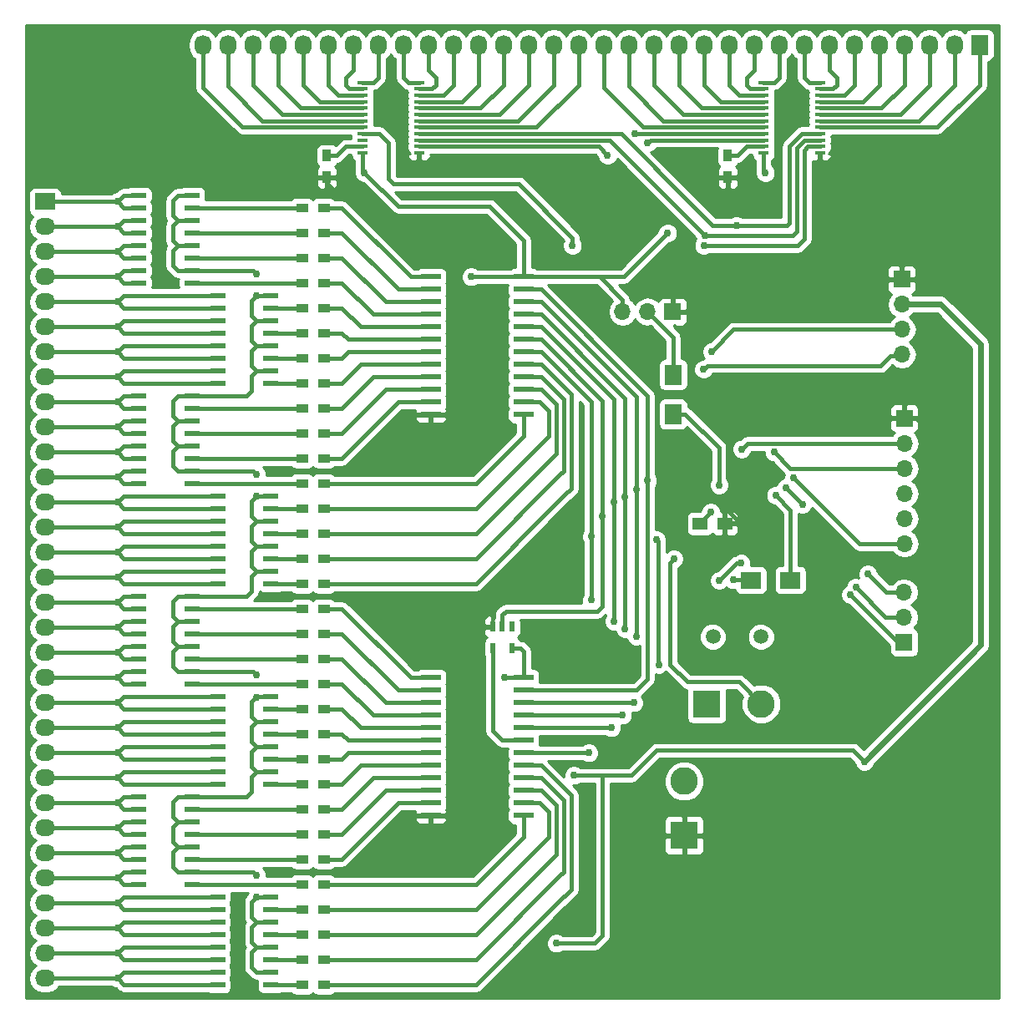
<source format=gtl>
G04 #@! TF.FileFunction,Copper,L1,Top,Signal*
%FSLAX46Y46*%
G04 Gerber Fmt 4.6, Leading zero omitted, Abs format (unit mm)*
G04 Created by KiCad (PCBNEW 4.0.2+dfsg1-stable) date ven. 05 janv. 2018 23:32:36 CET*
%MOMM*%
G01*
G04 APERTURE LIST*
%ADD10C,0.100000*%
%ADD11R,1.700000X2.000000*%
%ADD12R,2.800000X2.800000*%
%ADD13C,2.800000*%
%ADD14R,1.500000X1.250000*%
%ADD15R,1.200000X0.900000*%
%ADD16R,2.032000X1.727200*%
%ADD17O,2.032000X1.727200*%
%ADD18R,0.600000X1.100000*%
%ADD19R,1.500000X0.600000*%
%ADD20R,0.900000X1.200000*%
%ADD21R,1.100000X0.400000*%
%ADD22R,2.000000X0.600000*%
%ADD23R,1.727200X2.032000*%
%ADD24O,1.727200X2.032000*%
%ADD25R,1.700000X1.700000*%
%ADD26O,1.700000X1.700000*%
%ADD27C,1.500000*%
%ADD28R,2.000000X1.700000*%
%ADD29C,0.762000*%
%ADD30C,0.381000*%
%ADD31C,0.600000*%
%ADD32C,0.254000*%
G04 APERTURE END LIST*
D10*
D11*
X168320000Y-92090000D03*
X168320000Y-96090000D03*
D12*
X169430000Y-138810000D03*
D13*
X169430000Y-133310000D03*
D14*
X173550000Y-107190000D03*
X171050000Y-107190000D03*
D15*
X132926000Y-75184000D03*
X130726000Y-75184000D03*
X132926000Y-77724000D03*
X130726000Y-77724000D03*
D16*
X104648000Y-74549000D03*
D17*
X104648000Y-77089000D03*
X104648000Y-79629000D03*
X104648000Y-82169000D03*
X104648000Y-84709000D03*
X104648000Y-87249000D03*
X104648000Y-89789000D03*
X104648000Y-92329000D03*
X104648000Y-94869000D03*
X104648000Y-97409000D03*
X104648000Y-99949000D03*
X104648000Y-102489000D03*
X104648000Y-105029000D03*
X104648000Y-107569000D03*
X104648000Y-110109000D03*
X104648000Y-112649000D03*
X104648000Y-115189000D03*
X104648000Y-117729000D03*
X104648000Y-120269000D03*
X104648000Y-122809000D03*
X104648000Y-125349000D03*
X104648000Y-127889000D03*
X104648000Y-130429000D03*
X104648000Y-132969000D03*
X104648000Y-135509000D03*
X104648000Y-138049000D03*
X104648000Y-140589000D03*
X104648000Y-143129000D03*
X104648000Y-145669000D03*
X104648000Y-148209000D03*
X104648000Y-150749000D03*
X104648000Y-153289000D03*
D12*
X171730000Y-125470000D03*
D13*
X177230000Y-125470000D03*
D18*
X151953000Y-117645000D03*
X150053000Y-117645000D03*
X151003000Y-117645000D03*
X150053000Y-119845000D03*
X151953000Y-119845000D03*
D19*
X114140000Y-73914000D03*
X114140000Y-75184000D03*
X114140000Y-76454000D03*
X114140000Y-77724000D03*
X114140000Y-78994000D03*
X114140000Y-80264000D03*
X114140000Y-81534000D03*
X114140000Y-82804000D03*
X119540000Y-82804000D03*
X119540000Y-81534000D03*
X119540000Y-80264000D03*
X119540000Y-78994000D03*
X119540000Y-77724000D03*
X119540000Y-76454000D03*
X119540000Y-75184000D03*
X119540000Y-73914000D03*
X122141000Y-84074000D03*
X122141000Y-85344000D03*
X122141000Y-86614000D03*
X122141000Y-87884000D03*
X122141000Y-89154000D03*
X122141000Y-90424000D03*
X122141000Y-91694000D03*
X122141000Y-92964000D03*
X127541000Y-92964000D03*
X127541000Y-91694000D03*
X127541000Y-90424000D03*
X127541000Y-89154000D03*
X127541000Y-87884000D03*
X127541000Y-86614000D03*
X127541000Y-85344000D03*
X127541000Y-84074000D03*
X114140000Y-94234000D03*
X114140000Y-95504000D03*
X114140000Y-96774000D03*
X114140000Y-98044000D03*
X114140000Y-99314000D03*
X114140000Y-100584000D03*
X114140000Y-101854000D03*
X114140000Y-103124000D03*
X119540000Y-103124000D03*
X119540000Y-101854000D03*
X119540000Y-100584000D03*
X119540000Y-99314000D03*
X119540000Y-98044000D03*
X119540000Y-96774000D03*
X119540000Y-95504000D03*
X119540000Y-94234000D03*
X122141000Y-104394000D03*
X122141000Y-105664000D03*
X122141000Y-106934000D03*
X122141000Y-108204000D03*
X122141000Y-109474000D03*
X122141000Y-110744000D03*
X122141000Y-112014000D03*
X122141000Y-113284000D03*
X127541000Y-113284000D03*
X127541000Y-112014000D03*
X127541000Y-110744000D03*
X127541000Y-109474000D03*
X127541000Y-108204000D03*
X127541000Y-106934000D03*
X127541000Y-105664000D03*
X127541000Y-104394000D03*
X114140000Y-114554000D03*
X114140000Y-115824000D03*
X114140000Y-117094000D03*
X114140000Y-118364000D03*
X114140000Y-119634000D03*
X114140000Y-120904000D03*
X114140000Y-122174000D03*
X114140000Y-123444000D03*
X119540000Y-123444000D03*
X119540000Y-122174000D03*
X119540000Y-120904000D03*
X119540000Y-119634000D03*
X119540000Y-118364000D03*
X119540000Y-117094000D03*
X119540000Y-115824000D03*
X119540000Y-114554000D03*
X122141000Y-124714000D03*
X122141000Y-125984000D03*
X122141000Y-127254000D03*
X122141000Y-128524000D03*
X122141000Y-129794000D03*
X122141000Y-131064000D03*
X122141000Y-132334000D03*
X122141000Y-133604000D03*
X127541000Y-133604000D03*
X127541000Y-132334000D03*
X127541000Y-131064000D03*
X127541000Y-129794000D03*
X127541000Y-128524000D03*
X127541000Y-127254000D03*
X127541000Y-125984000D03*
X127541000Y-124714000D03*
X114140000Y-134874000D03*
X114140000Y-136144000D03*
X114140000Y-137414000D03*
X114140000Y-138684000D03*
X114140000Y-139954000D03*
X114140000Y-141224000D03*
X114140000Y-142494000D03*
X114140000Y-143764000D03*
X119540000Y-143764000D03*
X119540000Y-142494000D03*
X119540000Y-141224000D03*
X119540000Y-139954000D03*
X119540000Y-138684000D03*
X119540000Y-137414000D03*
X119540000Y-136144000D03*
X119540000Y-134874000D03*
X122141000Y-145034000D03*
X122141000Y-146304000D03*
X122141000Y-147574000D03*
X122141000Y-148844000D03*
X122141000Y-150114000D03*
X122141000Y-151384000D03*
X122141000Y-152654000D03*
X122141000Y-153924000D03*
X127541000Y-153924000D03*
X127541000Y-152654000D03*
X127541000Y-151384000D03*
X127541000Y-150114000D03*
X127541000Y-148844000D03*
X127541000Y-147574000D03*
X127541000Y-146304000D03*
X127541000Y-145034000D03*
D15*
X132926000Y-80264000D03*
X130726000Y-80264000D03*
X132926000Y-82804000D03*
X130726000Y-82804000D03*
X132926000Y-85344000D03*
X130726000Y-85344000D03*
X132926000Y-87884000D03*
X130726000Y-87884000D03*
X132926000Y-90424000D03*
X130726000Y-90424000D03*
X132926000Y-92964000D03*
X130726000Y-92964000D03*
X132926000Y-95504000D03*
X130726000Y-95504000D03*
X132926000Y-98044000D03*
X130726000Y-98044000D03*
X132926000Y-100584000D03*
X130726000Y-100584000D03*
X132926000Y-103124000D03*
X130726000Y-103124000D03*
X132926000Y-105664000D03*
X130726000Y-105664000D03*
X132926000Y-108204000D03*
X130726000Y-108204000D03*
X132926000Y-110744000D03*
X130726000Y-110744000D03*
X132926000Y-113284000D03*
X130726000Y-113284000D03*
X132926000Y-115824000D03*
X130726000Y-115824000D03*
X132926000Y-118364000D03*
X130726000Y-118364000D03*
X132926000Y-120904000D03*
X130726000Y-120904000D03*
X132926000Y-123444000D03*
X130726000Y-123444000D03*
X132926000Y-125984000D03*
X130726000Y-125984000D03*
X132926000Y-128524000D03*
X130726000Y-128524000D03*
X132926000Y-131064000D03*
X130726000Y-131064000D03*
X132926000Y-133604000D03*
X130726000Y-133604000D03*
X132926000Y-136144000D03*
X130726000Y-136144000D03*
X132926000Y-138684000D03*
X130726000Y-138684000D03*
X132926000Y-141224000D03*
X130726000Y-141224000D03*
X132926000Y-143764000D03*
X130726000Y-143764000D03*
X132926000Y-146304000D03*
X130726000Y-146304000D03*
X132926000Y-148844000D03*
X130726000Y-148844000D03*
X132926000Y-151384000D03*
X130726000Y-151384000D03*
X132926000Y-153924000D03*
X130726000Y-153924000D03*
D20*
X173863000Y-72093000D03*
X173863000Y-69893000D03*
X133223000Y-72093000D03*
X133223000Y-69893000D03*
D21*
X183190000Y-69615000D03*
X183190000Y-68965000D03*
X183190000Y-68315000D03*
X183190000Y-67665000D03*
X183190000Y-67015000D03*
X183190000Y-66365000D03*
X183190000Y-65715000D03*
X183190000Y-65065000D03*
X183190000Y-64415000D03*
X183190000Y-63765000D03*
X183190000Y-63115000D03*
X183190000Y-62465000D03*
X177490000Y-62465000D03*
X177490000Y-63115000D03*
X177490000Y-63765000D03*
X177490000Y-64415000D03*
X177490000Y-65065000D03*
X177490000Y-65715000D03*
X177490000Y-66365000D03*
X177490000Y-67015000D03*
X177490000Y-67665000D03*
X177490000Y-68315000D03*
X177490000Y-68965000D03*
X177490000Y-69615000D03*
X142550000Y-69615000D03*
X142550000Y-68965000D03*
X142550000Y-68315000D03*
X142550000Y-67665000D03*
X142550000Y-67015000D03*
X142550000Y-66365000D03*
X142550000Y-65715000D03*
X142550000Y-65065000D03*
X142550000Y-64415000D03*
X142550000Y-63765000D03*
X142550000Y-63115000D03*
X142550000Y-62465000D03*
X136850000Y-62465000D03*
X136850000Y-63115000D03*
X136850000Y-63765000D03*
X136850000Y-64415000D03*
X136850000Y-65065000D03*
X136850000Y-65715000D03*
X136850000Y-66365000D03*
X136850000Y-67015000D03*
X136850000Y-67665000D03*
X136850000Y-68315000D03*
X136850000Y-68965000D03*
X136850000Y-69615000D03*
D22*
X143763000Y-82169000D03*
X143763000Y-83439000D03*
X143763000Y-84709000D03*
X143763000Y-85979000D03*
X143763000Y-87249000D03*
X143763000Y-88519000D03*
X143763000Y-89789000D03*
X143763000Y-91059000D03*
X143763000Y-92329000D03*
X143763000Y-93599000D03*
X143763000Y-94869000D03*
X143763000Y-96139000D03*
X153163000Y-96139000D03*
X153163000Y-94869000D03*
X153163000Y-93599000D03*
X153163000Y-92329000D03*
X153163000Y-91059000D03*
X153163000Y-89789000D03*
X153163000Y-88519000D03*
X153163000Y-87249000D03*
X153163000Y-85979000D03*
X153163000Y-84709000D03*
X153163000Y-83439000D03*
X153163000Y-82169000D03*
X143763000Y-122809000D03*
X143763000Y-124079000D03*
X143763000Y-125349000D03*
X143763000Y-126619000D03*
X143763000Y-127889000D03*
X143763000Y-129159000D03*
X143763000Y-130429000D03*
X143763000Y-131699000D03*
X143763000Y-132969000D03*
X143763000Y-134239000D03*
X143763000Y-135509000D03*
X143763000Y-136779000D03*
X153163000Y-136779000D03*
X153163000Y-135509000D03*
X153163000Y-134239000D03*
X153163000Y-132969000D03*
X153163000Y-131699000D03*
X153163000Y-130429000D03*
X153163000Y-129159000D03*
X153163000Y-127889000D03*
X153163000Y-126619000D03*
X153163000Y-125349000D03*
X153163000Y-124079000D03*
X153163000Y-122809000D03*
D23*
X199390000Y-58674000D03*
D24*
X196850000Y-58674000D03*
X194310000Y-58674000D03*
X191770000Y-58674000D03*
X189230000Y-58674000D03*
X186690000Y-58674000D03*
X184150000Y-58674000D03*
X181610000Y-58674000D03*
X179070000Y-58674000D03*
X176530000Y-58674000D03*
X173990000Y-58674000D03*
X171450000Y-58674000D03*
X168910000Y-58674000D03*
X166370000Y-58674000D03*
X163830000Y-58674000D03*
X161290000Y-58674000D03*
X158750000Y-58674000D03*
X156210000Y-58674000D03*
X153670000Y-58674000D03*
X151130000Y-58674000D03*
X148590000Y-58674000D03*
X146050000Y-58674000D03*
X143510000Y-58674000D03*
X140970000Y-58674000D03*
X138430000Y-58674000D03*
X135890000Y-58674000D03*
X133350000Y-58674000D03*
X130810000Y-58674000D03*
X128270000Y-58674000D03*
X125730000Y-58674000D03*
X123190000Y-58674000D03*
X120650000Y-58674000D03*
D25*
X191770000Y-96520000D03*
D26*
X191770000Y-99060000D03*
X191770000Y-101600000D03*
X191770000Y-104140000D03*
X191770000Y-106680000D03*
X191770000Y-109220000D03*
D25*
X168270000Y-85700000D03*
D26*
X165730000Y-85700000D03*
X163190000Y-85700000D03*
D25*
X191720000Y-119230000D03*
D26*
X191720000Y-116690000D03*
X191720000Y-114150000D03*
D27*
X172350000Y-118660000D03*
X177230000Y-118660000D03*
D28*
X176210000Y-112920000D03*
X180210000Y-112920000D03*
D25*
X191500000Y-82420000D03*
D26*
X191500000Y-84960000D03*
X191500000Y-87500000D03*
X191500000Y-90040000D03*
D29*
X184500000Y-115000000D03*
X175050000Y-107060000D03*
X170370000Y-103870000D03*
X184500000Y-121500000D03*
X154813000Y-118745000D03*
X134620000Y-74041000D03*
X147320000Y-116967000D03*
X140335000Y-76581000D03*
X178689000Y-75692000D03*
X156210000Y-80645000D03*
X161417000Y-80645000D03*
X142367000Y-71628000D03*
X183007000Y-71628000D03*
X145669000Y-96139000D03*
X145669000Y-136779000D03*
X172130000Y-106000000D03*
X156464000Y-149733000D03*
X187700000Y-131318000D03*
X158242000Y-132715000D03*
X167767000Y-77724000D03*
X137033000Y-71628000D03*
X177673000Y-71628000D03*
X147828000Y-82169000D03*
X151257000Y-122809000D03*
X126111000Y-142875000D03*
X126111000Y-145034000D03*
X126111000Y-124841000D03*
X126111000Y-122555000D03*
X126111000Y-104394000D03*
X126111000Y-102235000D03*
X126111000Y-84074000D03*
X126111000Y-81915000D03*
X171430000Y-78994000D03*
X171577000Y-77978000D03*
X174740000Y-76962000D03*
X164465000Y-67691000D03*
X158115000Y-78994000D03*
X161163000Y-106426000D03*
X160020000Y-108480000D03*
X159766000Y-130429000D03*
X160020000Y-114935000D03*
X162306000Y-104990000D03*
X162052000Y-127889000D03*
X162306000Y-117094000D03*
X163449000Y-104470000D03*
X163195000Y-126619000D03*
X163449000Y-117856000D03*
X164592000Y-103750000D03*
X164338000Y-125349000D03*
X164592000Y-118618000D03*
X165735000Y-102830000D03*
X174400000Y-112910000D03*
X168390000Y-110760000D03*
X166860000Y-121470000D03*
X166600000Y-108800000D03*
X171406090Y-91550000D03*
X172206090Y-89750000D03*
X178540000Y-99960000D03*
X175270000Y-99630000D03*
X180520000Y-102560000D03*
X179770000Y-103570000D03*
X181440000Y-105210000D03*
X112014000Y-74549000D03*
X112014000Y-79629000D03*
X112014000Y-84709000D03*
X112014000Y-89789000D03*
X112014000Y-94869000D03*
X112014000Y-99949000D03*
X112014000Y-105029000D03*
X112014000Y-110109000D03*
X112014000Y-115189000D03*
X112014000Y-120269000D03*
X112014000Y-125349000D03*
X112014000Y-130429000D03*
X112014000Y-135509000D03*
X112014000Y-140589000D03*
X112014000Y-145669000D03*
X112014000Y-150749000D03*
X161671000Y-69850000D03*
X165735000Y-68580000D03*
X112014000Y-77089000D03*
X112014000Y-82169000D03*
X112014000Y-87249000D03*
X112014000Y-92329000D03*
X112014000Y-97409000D03*
X112014000Y-102489000D03*
X112014000Y-107569000D03*
X112014000Y-112649000D03*
X112014000Y-117729000D03*
X112014000Y-122809000D03*
X112014000Y-127889000D03*
X112014000Y-132969000D03*
X112014000Y-138049000D03*
X112014000Y-143129000D03*
X112014000Y-148209000D03*
X112014000Y-153289000D03*
X175226381Y-111203619D03*
X172980000Y-112950000D03*
X186270000Y-114400000D03*
X186830000Y-113650000D03*
X188050000Y-112290000D03*
X172960000Y-103280000D03*
X178710000Y-104340000D03*
D30*
X201000000Y-133000000D02*
X195190000Y-138810000D01*
X195190000Y-138810000D02*
X169430000Y-138810000D01*
X201000000Y-87000000D02*
X201000000Y-133000000D01*
X196420000Y-82420000D02*
X201000000Y-87000000D01*
X191500000Y-82420000D02*
X196420000Y-82420000D01*
X193340000Y-122460000D02*
X185460000Y-122460000D01*
X185460000Y-122460000D02*
X184500000Y-121500000D01*
X197590000Y-118210000D02*
X193340000Y-122460000D01*
X197590000Y-101109000D02*
X197590000Y-118210000D01*
X191770000Y-96520000D02*
X193001000Y-96520000D01*
X193001000Y-96520000D02*
X197590000Y-101109000D01*
X173550000Y-107190000D02*
X174920000Y-107190000D01*
X174920000Y-107190000D02*
X175050000Y-107060000D01*
X170370000Y-103870000D02*
X171860000Y-103870000D01*
X171860000Y-103870000D02*
X175050000Y-107060000D01*
X184500000Y-115500000D02*
X184500000Y-115000000D01*
X184500000Y-121500000D02*
X184500000Y-115500000D01*
X134620000Y-74041000D02*
X133223000Y-72644000D01*
X133223000Y-72644000D02*
X133223000Y-72093000D01*
X147320000Y-116967000D02*
X148590000Y-118237000D01*
X150053000Y-117645000D02*
X149182000Y-117645000D01*
X149182000Y-117645000D02*
X148590000Y-118237000D01*
X148082000Y-136779000D02*
X145669000Y-136779000D01*
X148590000Y-136271000D02*
X148082000Y-136779000D01*
X148590000Y-118237000D02*
X148590000Y-136271000D01*
X133223000Y-72093000D02*
X134577000Y-72093000D01*
X139065000Y-76581000D02*
X140335000Y-76581000D01*
X134577000Y-72093000D02*
X139065000Y-76581000D01*
X173863000Y-72093000D02*
X175090000Y-72093000D01*
X175090000Y-72093000D02*
X178689000Y-75692000D01*
X161417000Y-80645000D02*
X156210000Y-80645000D01*
X142550000Y-69615000D02*
X142550000Y-71445000D01*
X142550000Y-71445000D02*
X142367000Y-71628000D01*
X183190000Y-69615000D02*
X183190000Y-71445000D01*
X183190000Y-71445000D02*
X183007000Y-71628000D01*
X143763000Y-96139000D02*
X145669000Y-96139000D01*
X145669000Y-136779000D02*
X143763000Y-136779000D01*
D31*
X199500000Y-89000000D02*
X199500000Y-119518000D01*
X199500000Y-119518000D02*
X187700000Y-131318000D01*
X195460000Y-84960000D02*
X199500000Y-89000000D01*
X191500000Y-84960000D02*
X195460000Y-84960000D01*
D30*
X161163000Y-132715000D02*
X164125000Y-132715000D01*
X164125000Y-132715000D02*
X166670000Y-130170000D01*
X166670000Y-130170000D02*
X186552000Y-130170000D01*
X186552000Y-130170000D02*
X187700000Y-131318000D01*
X153163000Y-82169000D02*
X159420000Y-82169000D01*
X160861081Y-82169000D02*
X159420000Y-82169000D01*
X159420000Y-82169000D02*
X163322000Y-82169000D01*
X163190000Y-85700000D02*
X163190000Y-84497919D01*
X163190000Y-84497919D02*
X160861081Y-82169000D01*
X171050000Y-107190000D02*
X171050000Y-107080000D01*
X171050000Y-107080000D02*
X172130000Y-106000000D01*
X161163000Y-148971000D02*
X161163000Y-132715000D01*
X160401000Y-149733000D02*
X161163000Y-148971000D01*
X156464000Y-149733000D02*
X160401000Y-149733000D01*
X158242000Y-132715000D02*
X161163000Y-132715000D01*
X151953000Y-119845000D02*
X152865000Y-119845000D01*
X153163000Y-120143000D02*
X153163000Y-122809000D01*
X152865000Y-119845000D02*
X153163000Y-120143000D01*
X163322000Y-82169000D02*
X167767000Y-77724000D01*
X153163000Y-82169000D02*
X153163000Y-78487000D01*
X140462000Y-75057000D02*
X137033000Y-71628000D01*
X149733000Y-75057000D02*
X140462000Y-75057000D01*
X153163000Y-78487000D02*
X149733000Y-75057000D01*
X136850000Y-69615000D02*
X136850000Y-71445000D01*
X136850000Y-71445000D02*
X137033000Y-71628000D01*
X177490000Y-69615000D02*
X177490000Y-71445000D01*
X177490000Y-71445000D02*
X177673000Y-71628000D01*
X147828000Y-82169000D02*
X153163000Y-82169000D01*
X153163000Y-122809000D02*
X151257000Y-122809000D01*
X119540000Y-142494000D02*
X125730000Y-142494000D01*
X125730000Y-142494000D02*
X126111000Y-142875000D01*
X119540000Y-122174000D02*
X125730000Y-122174000D01*
X126111000Y-124841000D02*
X126111000Y-124714000D01*
X125730000Y-122174000D02*
X126111000Y-122555000D01*
X126111000Y-132334000D02*
X125603000Y-132842000D01*
X125095000Y-134874000D02*
X119540000Y-134874000D01*
X125603000Y-134366000D02*
X125095000Y-134874000D01*
X125603000Y-132842000D02*
X125603000Y-134366000D01*
X126111000Y-112014000D02*
X125603000Y-112522000D01*
X125095000Y-114554000D02*
X119540000Y-114554000D01*
X125603000Y-114046000D02*
X125095000Y-114554000D01*
X125603000Y-112522000D02*
X125603000Y-114046000D01*
X119540000Y-101854000D02*
X125730000Y-101854000D01*
X125730000Y-101854000D02*
X126111000Y-102235000D01*
X126111000Y-91694000D02*
X125603000Y-92202000D01*
X125095000Y-94234000D02*
X119540000Y-94234000D01*
X125603000Y-93726000D02*
X125095000Y-94234000D01*
X125603000Y-92202000D02*
X125603000Y-93726000D01*
X126111000Y-150114000D02*
X125603000Y-150622000D01*
X126111000Y-152654000D02*
X127541000Y-152654000D01*
X125603000Y-152146000D02*
X126111000Y-152654000D01*
X125603000Y-150622000D02*
X125603000Y-152146000D01*
X126111000Y-147574000D02*
X125603000Y-148082000D01*
X126111000Y-150114000D02*
X127541000Y-150114000D01*
X125603000Y-149606000D02*
X126111000Y-150114000D01*
X125603000Y-148082000D02*
X125603000Y-149606000D01*
X127541000Y-145034000D02*
X126111000Y-145034000D01*
X126111000Y-147574000D02*
X127541000Y-147574000D01*
X125603000Y-147066000D02*
X126111000Y-147574000D01*
X125603000Y-145542000D02*
X125603000Y-147066000D01*
X126111000Y-145034000D02*
X125603000Y-145542000D01*
X118110000Y-134874000D02*
X117602000Y-135382000D01*
X119540000Y-134874000D02*
X118110000Y-134874000D01*
X117602000Y-136906000D02*
X118110000Y-137414000D01*
X117602000Y-135382000D02*
X117602000Y-136906000D01*
X118110000Y-137414000D02*
X119540000Y-137414000D01*
X117602000Y-137922000D02*
X117602000Y-139446000D01*
X117602000Y-139446000D02*
X118110000Y-139954000D01*
X118110000Y-139954000D02*
X119540000Y-139954000D01*
X118110000Y-137414000D02*
X117602000Y-137922000D01*
X117602000Y-140462000D02*
X117602000Y-141986000D01*
X117602000Y-141986000D02*
X118110000Y-142494000D01*
X118110000Y-142494000D02*
X119540000Y-142494000D01*
X118110000Y-139954000D02*
X117602000Y-140462000D01*
X126111000Y-129794000D02*
X125603000Y-130302000D01*
X126111000Y-132334000D02*
X127541000Y-132334000D01*
X125603000Y-131826000D02*
X126111000Y-132334000D01*
X125603000Y-130302000D02*
X125603000Y-131826000D01*
X126111000Y-127254000D02*
X125603000Y-127762000D01*
X126111000Y-129794000D02*
X127541000Y-129794000D01*
X125603000Y-129286000D02*
X126111000Y-129794000D01*
X125603000Y-127762000D02*
X125603000Y-129286000D01*
X127541000Y-124714000D02*
X126111000Y-124714000D01*
X126111000Y-127254000D02*
X127541000Y-127254000D01*
X125603000Y-126746000D02*
X126111000Y-127254000D01*
X125603000Y-125222000D02*
X125603000Y-126746000D01*
X126111000Y-124714000D02*
X125603000Y-125222000D01*
X118110000Y-114554000D02*
X117602000Y-115062000D01*
X119540000Y-114554000D02*
X118110000Y-114554000D01*
X117602000Y-116586000D02*
X118110000Y-117094000D01*
X117602000Y-115062000D02*
X117602000Y-116586000D01*
X118110000Y-117094000D02*
X119540000Y-117094000D01*
X117602000Y-117602000D02*
X117602000Y-119126000D01*
X117602000Y-119126000D02*
X118110000Y-119634000D01*
X118110000Y-119634000D02*
X119540000Y-119634000D01*
X118110000Y-117094000D02*
X117602000Y-117602000D01*
X117602000Y-120142000D02*
X117602000Y-121666000D01*
X117602000Y-121666000D02*
X118110000Y-122174000D01*
X118110000Y-122174000D02*
X119540000Y-122174000D01*
X118110000Y-119634000D02*
X117602000Y-120142000D01*
X126111000Y-109474000D02*
X125603000Y-109982000D01*
X126111000Y-112014000D02*
X127541000Y-112014000D01*
X125603000Y-111506000D02*
X126111000Y-112014000D01*
X125603000Y-109982000D02*
X125603000Y-111506000D01*
X126111000Y-106934000D02*
X125603000Y-107442000D01*
X126111000Y-109474000D02*
X127541000Y-109474000D01*
X125603000Y-108966000D02*
X126111000Y-109474000D01*
X125603000Y-107442000D02*
X125603000Y-108966000D01*
X127541000Y-104394000D02*
X126111000Y-104394000D01*
X126111000Y-106934000D02*
X127541000Y-106934000D01*
X125603000Y-106426000D02*
X126111000Y-106934000D01*
X126111000Y-104394000D02*
X125603000Y-104902000D01*
X125603000Y-104902000D02*
X125603000Y-106426000D01*
X118110000Y-94234000D02*
X117602000Y-94742000D01*
X119540000Y-94234000D02*
X118110000Y-94234000D01*
X117602000Y-96266000D02*
X118110000Y-96774000D01*
X117602000Y-94742000D02*
X117602000Y-96266000D01*
X118110000Y-96774000D02*
X119540000Y-96774000D01*
X117602000Y-97282000D02*
X117602000Y-98806000D01*
X117602000Y-98806000D02*
X118110000Y-99314000D01*
X118110000Y-99314000D02*
X119540000Y-99314000D01*
X118110000Y-96774000D02*
X117602000Y-97282000D01*
X117602000Y-99822000D02*
X117602000Y-101346000D01*
X117602000Y-101346000D02*
X118110000Y-101854000D01*
X118110000Y-101854000D02*
X119540000Y-101854000D01*
X118110000Y-99314000D02*
X117602000Y-99822000D01*
X119540000Y-81534000D02*
X125730000Y-81534000D01*
X126111000Y-81915000D02*
X125730000Y-81534000D01*
X126111000Y-84074000D02*
X125603000Y-84582000D01*
X125603000Y-86106000D02*
X126111000Y-86614000D01*
X125603000Y-84582000D02*
X125603000Y-86106000D01*
X126111000Y-86614000D02*
X127541000Y-86614000D01*
X127541000Y-84074000D02*
X126111000Y-84074000D01*
X125603000Y-87122000D02*
X125603000Y-88646000D01*
X125603000Y-88646000D02*
X126111000Y-89154000D01*
X126111000Y-89154000D02*
X127541000Y-89154000D01*
X126111000Y-86614000D02*
X125603000Y-87122000D01*
X125603000Y-89662000D02*
X125603000Y-91186000D01*
X125603000Y-91186000D02*
X126111000Y-91694000D01*
X126111000Y-91694000D02*
X127541000Y-91694000D01*
X126111000Y-89154000D02*
X125603000Y-89662000D01*
X118110000Y-78994000D02*
X117602000Y-79502000D01*
X118110000Y-81534000D02*
X119540000Y-81534000D01*
X117602000Y-81026000D02*
X118110000Y-81534000D01*
X117602000Y-79502000D02*
X117602000Y-81026000D01*
X118110000Y-76454000D02*
X117602000Y-76962000D01*
X118110000Y-78994000D02*
X119540000Y-78994000D01*
X117602000Y-78486000D02*
X118110000Y-78994000D01*
X117602000Y-76962000D02*
X117602000Y-78486000D01*
X119540000Y-73914000D02*
X118110000Y-73914000D01*
X118110000Y-76454000D02*
X119540000Y-76454000D01*
X117602000Y-75946000D02*
X118110000Y-76454000D01*
X117602000Y-74422000D02*
X117602000Y-75946000D01*
X118110000Y-73914000D02*
X117602000Y-74422000D01*
X180975000Y-78994000D02*
X171430000Y-78994000D01*
X181610000Y-78232000D02*
X181610000Y-78359000D01*
X181987000Y-68965000D02*
X181610000Y-69342000D01*
X181610000Y-69342000D02*
X181610000Y-78232000D01*
X181987000Y-68965000D02*
X183190000Y-68965000D01*
X181610000Y-78359000D02*
X180975000Y-78994000D01*
X183190000Y-68315000D02*
X181621000Y-68315000D01*
X180467000Y-77978000D02*
X171577000Y-77978000D01*
X180848000Y-77597000D02*
X180467000Y-77978000D01*
X180848000Y-69088000D02*
X180848000Y-77597000D01*
X181621000Y-68315000D02*
X180848000Y-69088000D01*
X161914000Y-68315000D02*
X161428000Y-68315000D01*
X171577000Y-77978000D02*
X161914000Y-68315000D01*
X142550000Y-68315000D02*
X161417000Y-68315000D01*
X179832000Y-76962000D02*
X174740000Y-76962000D01*
X174740000Y-76962000D02*
X173720000Y-76962000D01*
X173720000Y-76962000D02*
X172339000Y-76962000D01*
X183190000Y-67665000D02*
X181382000Y-67665000D01*
X180086000Y-76708000D02*
X179832000Y-76962000D01*
X180086000Y-68961000D02*
X180086000Y-76708000D01*
X181382000Y-67665000D02*
X180086000Y-68961000D01*
X170307000Y-74930000D02*
X163042000Y-67665000D01*
X142550000Y-67665000D02*
X163042000Y-67665000D01*
X172339000Y-76962000D02*
X170307000Y-74930000D01*
X152654000Y-72771000D02*
X139954000Y-72771000D01*
X139446000Y-72263000D02*
X139446000Y-70612000D01*
X139954000Y-72771000D02*
X139446000Y-72263000D01*
X164465000Y-67691000D02*
X164491000Y-67665000D01*
X164491000Y-67665000D02*
X177490000Y-67665000D01*
X136850000Y-67665000D02*
X138531000Y-67665000D01*
X138531000Y-67665000D02*
X139446000Y-68580000D01*
X139446000Y-68580000D02*
X139446000Y-70612000D01*
X158115000Y-78232000D02*
X152654000Y-72771000D01*
X158115000Y-78994000D02*
X158115000Y-78232000D01*
X161163000Y-106426000D02*
X161163000Y-115570000D01*
X158623000Y-116078000D02*
X160655000Y-116078000D01*
X151003000Y-116459000D02*
X151384000Y-116078000D01*
X151384000Y-116078000D02*
X158623000Y-116078000D01*
X151003000Y-117645000D02*
X151003000Y-116459000D01*
X160655000Y-116078000D02*
X161163000Y-115570000D01*
X161163000Y-106426000D02*
X161163000Y-94742000D01*
X153163000Y-88519000D02*
X154940000Y-88519000D01*
X161163000Y-94742000D02*
X154940000Y-88519000D01*
X160020000Y-114935000D02*
X160020000Y-108480000D01*
X160020000Y-108480000D02*
X160020000Y-106426000D01*
X153163000Y-130429000D02*
X159766000Y-130429000D01*
X160020000Y-106426000D02*
X160020000Y-94869000D01*
X153163000Y-89789000D02*
X154940000Y-89789000D01*
X160020000Y-94869000D02*
X154940000Y-89789000D01*
X162306000Y-106426000D02*
X162306000Y-104990000D01*
X162306000Y-104990000D02*
X162306000Y-94615000D01*
X153163000Y-127889000D02*
X162052000Y-127889000D01*
X162306000Y-117094000D02*
X162306000Y-106426000D01*
X162306000Y-94615000D02*
X161544000Y-93853000D01*
X153163000Y-87249000D02*
X154940000Y-87249000D01*
X154940000Y-87249000D02*
X161544000Y-93853000D01*
X163449000Y-106426000D02*
X163449000Y-104470000D01*
X163449000Y-104470000D02*
X163449000Y-94488000D01*
X163449000Y-106426000D02*
X163449000Y-117856000D01*
X163195000Y-126619000D02*
X153163000Y-126619000D01*
X163449000Y-94488000D02*
X162687000Y-93726000D01*
X153163000Y-85979000D02*
X154940000Y-85979000D01*
X154940000Y-85979000D02*
X162687000Y-93726000D01*
X164592000Y-106426000D02*
X164592000Y-103750000D01*
X164592000Y-103750000D02*
X164592000Y-94361000D01*
X153163000Y-125349000D02*
X164338000Y-125349000D01*
X164592000Y-118618000D02*
X164592000Y-106426000D01*
X154940000Y-84709000D02*
X164338000Y-94107000D01*
X153163000Y-84709000D02*
X154940000Y-84709000D01*
X164592000Y-94361000D02*
X164338000Y-94107000D01*
X165735000Y-106426000D02*
X165735000Y-102830000D01*
X165735000Y-102830000D02*
X165735000Y-94234000D01*
X165735000Y-106426000D02*
X165735000Y-122936000D01*
X164592000Y-124079000D02*
X153163000Y-124079000D01*
X165735000Y-122936000D02*
X164592000Y-124079000D01*
X165735000Y-94234000D02*
X164719000Y-93218000D01*
X154940000Y-83439000D02*
X153163000Y-83439000D01*
X154940000Y-83439000D02*
X164719000Y-93218000D01*
X174400000Y-112910000D02*
X176200000Y-112910000D01*
X176200000Y-112910000D02*
X176210000Y-112920000D01*
X169750000Y-123240000D02*
X175000000Y-123240000D01*
X175000000Y-123240000D02*
X177230000Y-125470000D01*
X168009001Y-121499001D02*
X169750000Y-123240000D01*
X168390000Y-110760000D02*
X168009001Y-111140999D01*
X168009001Y-111140999D02*
X168009001Y-121499001D01*
X166800000Y-114270000D02*
X166800000Y-121410000D01*
X166800000Y-121410000D02*
X166860000Y-121470000D01*
X166800000Y-114270000D02*
X166800000Y-109000000D01*
X166800000Y-109000000D02*
X166600000Y-108800000D01*
X190333160Y-90170000D02*
X191370000Y-90170000D01*
X191370000Y-90170000D02*
X191500000Y-90040000D01*
X171406090Y-91550000D02*
X171787089Y-91169001D01*
X171787089Y-91169001D02*
X189334159Y-91169001D01*
X189334159Y-91169001D02*
X190333160Y-90170000D01*
X172206090Y-89750000D02*
X174456090Y-87500000D01*
X174456090Y-87500000D02*
X191500000Y-87500000D01*
X187706000Y-101600000D02*
X180180000Y-101600000D01*
X180180000Y-101600000D02*
X178540000Y-99960000D01*
X187706000Y-101600000D02*
X191770000Y-101600000D01*
X191770000Y-99060000D02*
X175840000Y-99060000D01*
X175840000Y-99060000D02*
X175270000Y-99630000D01*
X180520000Y-102560000D02*
X187180000Y-109220000D01*
X187180000Y-109220000D02*
X191770000Y-109220000D01*
X181440000Y-105210000D02*
X181410000Y-105210000D01*
X181410000Y-105210000D02*
X179770000Y-103570000D01*
X104648000Y-74549000D02*
X112014000Y-74549000D01*
X114140000Y-75184000D02*
X112649000Y-75184000D01*
X112649000Y-75184000D02*
X112014000Y-74549000D01*
X112649000Y-73914000D02*
X114140000Y-73914000D01*
X112014000Y-74549000D02*
X112649000Y-73914000D01*
X104648000Y-79629000D02*
X112014000Y-79629000D01*
X114140000Y-80264000D02*
X112649000Y-80264000D01*
X112649000Y-80264000D02*
X112014000Y-79629000D01*
X112649000Y-78994000D02*
X114140000Y-78994000D01*
X112014000Y-79629000D02*
X112649000Y-78994000D01*
X122141000Y-85344000D02*
X112649000Y-85344000D01*
X112649000Y-85344000D02*
X112014000Y-84709000D01*
X122141000Y-84074000D02*
X112649000Y-84074000D01*
X112649000Y-84074000D02*
X112014000Y-84709000D01*
X104648000Y-84709000D02*
X112014000Y-84709000D01*
X122141000Y-90424000D02*
X114140000Y-90424000D01*
X114140000Y-90424000D02*
X112649000Y-90424000D01*
X112649000Y-90424000D02*
X112014000Y-89789000D01*
X122141000Y-89154000D02*
X114140000Y-89154000D01*
X112649000Y-89154000D02*
X114140000Y-89154000D01*
X112649000Y-89154000D02*
X112014000Y-89789000D01*
X104648000Y-89789000D02*
X112014000Y-89789000D01*
X114140000Y-94234000D02*
X112649000Y-94234000D01*
X112649000Y-94234000D02*
X112014000Y-94869000D01*
X112649000Y-95504000D02*
X112014000Y-94869000D01*
X114140000Y-95504000D02*
X112649000Y-95504000D01*
X104648000Y-94869000D02*
X112014000Y-94869000D01*
X112014000Y-99949000D02*
X112649000Y-99314000D01*
X112649000Y-99314000D02*
X114140000Y-99314000D01*
X112649000Y-100584000D02*
X112014000Y-99949000D01*
X114140000Y-100584000D02*
X112649000Y-100584000D01*
X104648000Y-99949000D02*
X112014000Y-99949000D01*
X104648000Y-105029000D02*
X112014000Y-105029000D01*
X112649000Y-104394000D02*
X112014000Y-105029000D01*
X122141000Y-104394000D02*
X112649000Y-104394000D01*
X112649000Y-105664000D02*
X112014000Y-105029000D01*
X122141000Y-105664000D02*
X112649000Y-105664000D01*
X104648000Y-110109000D02*
X112014000Y-110109000D01*
X112649000Y-109474000D02*
X112014000Y-110109000D01*
X112649000Y-109474000D02*
X114140000Y-109474000D01*
X122141000Y-109474000D02*
X114140000Y-109474000D01*
X112649000Y-110744000D02*
X112014000Y-110109000D01*
X114140000Y-110744000D02*
X112649000Y-110744000D01*
X122141000Y-110744000D02*
X114140000Y-110744000D01*
X114140000Y-114554000D02*
X112649000Y-114554000D01*
X112649000Y-114554000D02*
X112014000Y-115189000D01*
X112649000Y-115824000D02*
X112014000Y-115189000D01*
X114140000Y-115824000D02*
X112649000Y-115824000D01*
X104648000Y-115189000D02*
X112014000Y-115189000D01*
X112014000Y-120269000D02*
X112649000Y-119634000D01*
X112649000Y-119634000D02*
X114140000Y-119634000D01*
X112649000Y-120904000D02*
X112014000Y-120269000D01*
X114140000Y-120904000D02*
X112649000Y-120904000D01*
X104648000Y-120269000D02*
X112014000Y-120269000D01*
X104648000Y-125349000D02*
X112014000Y-125349000D01*
X112649000Y-124714000D02*
X112014000Y-125349000D01*
X122141000Y-124714000D02*
X112649000Y-124714000D01*
X112649000Y-125984000D02*
X112014000Y-125349000D01*
X122141000Y-125984000D02*
X112649000Y-125984000D01*
X104648000Y-130429000D02*
X112014000Y-130429000D01*
X112649000Y-129794000D02*
X112014000Y-130429000D01*
X112649000Y-129794000D02*
X114140000Y-129794000D01*
X122141000Y-129794000D02*
X114140000Y-129794000D01*
X112649000Y-131064000D02*
X112014000Y-130429000D01*
X114140000Y-131064000D02*
X112649000Y-131064000D01*
X122141000Y-131064000D02*
X114140000Y-131064000D01*
X114140000Y-134874000D02*
X112649000Y-134874000D01*
X112649000Y-134874000D02*
X112014000Y-135509000D01*
X104648000Y-135509000D02*
X112014000Y-135509000D01*
X114140000Y-136144000D02*
X112649000Y-136144000D01*
X112649000Y-136144000D02*
X112014000Y-135509000D01*
X104648000Y-140589000D02*
X112014000Y-140589000D01*
X114140000Y-141224000D02*
X112649000Y-141224000D01*
X112649000Y-141224000D02*
X112014000Y-140589000D01*
X112649000Y-139954000D02*
X114140000Y-139954000D01*
X112014000Y-140589000D02*
X112649000Y-139954000D01*
X122141000Y-146304000D02*
X112649000Y-146304000D01*
X112649000Y-146304000D02*
X112014000Y-145669000D01*
X122141000Y-145034000D02*
X112649000Y-145034000D01*
X112649000Y-145034000D02*
X112014000Y-145669000D01*
X104648000Y-145669000D02*
X112014000Y-145669000D01*
X122141000Y-151384000D02*
X114140000Y-151384000D01*
X114140000Y-151384000D02*
X112649000Y-151384000D01*
X112649000Y-151384000D02*
X112014000Y-150749000D01*
X122141000Y-150114000D02*
X114140000Y-150114000D01*
X112649000Y-150114000D02*
X114140000Y-150114000D01*
X112649000Y-150114000D02*
X112014000Y-150749000D01*
X104648000Y-150749000D02*
X112014000Y-150749000D01*
X195113000Y-67015000D02*
X199390000Y-62738000D01*
X199390000Y-62738000D02*
X199390000Y-58674000D01*
X183190000Y-67015000D02*
X195113000Y-67015000D01*
X193223000Y-66365000D02*
X196850000Y-62738000D01*
X196850000Y-62738000D02*
X196850000Y-58674000D01*
X183190000Y-66365000D02*
X193223000Y-66365000D01*
X191333000Y-65715000D02*
X194310000Y-62738000D01*
X194310000Y-62738000D02*
X194310000Y-58674000D01*
X183190000Y-65715000D02*
X191333000Y-65715000D01*
X189443000Y-65065000D02*
X191770000Y-62738000D01*
X191770000Y-62738000D02*
X191770000Y-58674000D01*
X183190000Y-65065000D02*
X189443000Y-65065000D01*
X187553000Y-64415000D02*
X189230000Y-62738000D01*
X189230000Y-62738000D02*
X189230000Y-58674000D01*
X183190000Y-64415000D02*
X187553000Y-64415000D01*
X185663000Y-63765000D02*
X186690000Y-62738000D01*
X186690000Y-62738000D02*
X186690000Y-58674000D01*
X183190000Y-63765000D02*
X185663000Y-63765000D01*
X184535000Y-63115000D02*
X184912000Y-62738000D01*
X184912000Y-62738000D02*
X184912000Y-61976000D01*
X184912000Y-61976000D02*
X184150000Y-61214000D01*
X184150000Y-61214000D02*
X184150000Y-58674000D01*
X183190000Y-63115000D02*
X184535000Y-63115000D01*
X182099000Y-62465000D02*
X181610000Y-61976000D01*
X181610000Y-61976000D02*
X181610000Y-58674000D01*
X183190000Y-62465000D02*
X182099000Y-62465000D01*
X178581000Y-62465000D02*
X179070000Y-61976000D01*
X179070000Y-61976000D02*
X179070000Y-58674000D01*
X177490000Y-62465000D02*
X178581000Y-62465000D01*
X176145000Y-63115000D02*
X175768000Y-62738000D01*
X175768000Y-62738000D02*
X175768000Y-61976000D01*
X175768000Y-61976000D02*
X176530000Y-61214000D01*
X176530000Y-61214000D02*
X176530000Y-58674000D01*
X177490000Y-63115000D02*
X176145000Y-63115000D01*
X175017000Y-63765000D02*
X173990000Y-62738000D01*
X173990000Y-62738000D02*
X173990000Y-58674000D01*
X177490000Y-63765000D02*
X175017000Y-63765000D01*
X173127000Y-64415000D02*
X171450000Y-62738000D01*
X171450000Y-62738000D02*
X171450000Y-58674000D01*
X177490000Y-64415000D02*
X173127000Y-64415000D01*
X171237000Y-65065000D02*
X168910000Y-62738000D01*
X168910000Y-62738000D02*
X168910000Y-58674000D01*
X177490000Y-65065000D02*
X171237000Y-65065000D01*
X169347000Y-65715000D02*
X166370000Y-62738000D01*
X166370000Y-62738000D02*
X166370000Y-58674000D01*
X177490000Y-65715000D02*
X169347000Y-65715000D01*
X167330000Y-66365000D02*
X163830000Y-62865000D01*
X163830000Y-62865000D02*
X163830000Y-58674000D01*
X177490000Y-66365000D02*
X167330000Y-66365000D01*
X165313000Y-67015000D02*
X161290000Y-62992000D01*
X161290000Y-62992000D02*
X161290000Y-58674000D01*
X177490000Y-67015000D02*
X165313000Y-67015000D01*
X142550000Y-67015000D02*
X154473000Y-67015000D01*
X158750000Y-62738000D02*
X158750000Y-58674000D01*
X154473000Y-67015000D02*
X158750000Y-62738000D01*
X142550000Y-66365000D02*
X152583000Y-66365000D01*
X156210000Y-62738000D02*
X156210000Y-58674000D01*
X152583000Y-66365000D02*
X156210000Y-62738000D01*
X142550000Y-65715000D02*
X150693000Y-65715000D01*
X153670000Y-62738000D02*
X153670000Y-58674000D01*
X150693000Y-65715000D02*
X153670000Y-62738000D01*
X142550000Y-65065000D02*
X148803000Y-65065000D01*
X151130000Y-62738000D02*
X151130000Y-58674000D01*
X148803000Y-65065000D02*
X151130000Y-62738000D01*
X142550000Y-64415000D02*
X146913000Y-64415000D01*
X148590000Y-62738000D02*
X148590000Y-58674000D01*
X146913000Y-64415000D02*
X148590000Y-62738000D01*
X142550000Y-63765000D02*
X145023000Y-63765000D01*
X146050000Y-62738000D02*
X146050000Y-58674000D01*
X145023000Y-63765000D02*
X146050000Y-62738000D01*
X142550000Y-63115000D02*
X143895000Y-63115000D01*
X143510000Y-61214000D02*
X143510000Y-58674000D01*
X144272000Y-61976000D02*
X143510000Y-61214000D01*
X144272000Y-62738000D02*
X144272000Y-61976000D01*
X143895000Y-63115000D02*
X144272000Y-62738000D01*
X142550000Y-62465000D02*
X141459000Y-62465000D01*
X140970000Y-61976000D02*
X140970000Y-58674000D01*
X141459000Y-62465000D02*
X140970000Y-61976000D01*
X136850000Y-62465000D02*
X137941000Y-62465000D01*
X138430000Y-61976000D02*
X138430000Y-58674000D01*
X137941000Y-62465000D02*
X138430000Y-61976000D01*
X136850000Y-63115000D02*
X135505000Y-63115000D01*
X135890000Y-61214000D02*
X135890000Y-58674000D01*
X135128000Y-61976000D02*
X135890000Y-61214000D01*
X135128000Y-62738000D02*
X135128000Y-61976000D01*
X135505000Y-63115000D02*
X135128000Y-62738000D01*
X136850000Y-63765000D02*
X134377000Y-63765000D01*
X133350000Y-62738000D02*
X133350000Y-58674000D01*
X134377000Y-63765000D02*
X133350000Y-62738000D01*
X136850000Y-64415000D02*
X132487000Y-64415000D01*
X130810000Y-62738000D02*
X130810000Y-58674000D01*
X132487000Y-64415000D02*
X130810000Y-62738000D01*
X136850000Y-65065000D02*
X130597000Y-65065000D01*
X128270000Y-62738000D02*
X128270000Y-58674000D01*
X130597000Y-65065000D02*
X128270000Y-62738000D01*
X136850000Y-65715000D02*
X128707000Y-65715000D01*
X125730000Y-62738000D02*
X125730000Y-58674000D01*
X128707000Y-65715000D02*
X125730000Y-62738000D01*
X136850000Y-66365000D02*
X126690000Y-66365000D01*
X123190000Y-62865000D02*
X123190000Y-58674000D01*
X126690000Y-66365000D02*
X123190000Y-62865000D01*
X136850000Y-67015000D02*
X124673000Y-67015000D01*
X120650000Y-62992000D02*
X120650000Y-58674000D01*
X124673000Y-67015000D02*
X120650000Y-62992000D01*
X119540000Y-82804000D02*
X130726000Y-82804000D01*
X119540000Y-80264000D02*
X130726000Y-80264000D01*
X119540000Y-77724000D02*
X130726000Y-77724000D01*
X119540000Y-75184000D02*
X130726000Y-75184000D01*
X127541000Y-92964000D02*
X130726000Y-92964000D01*
X130726000Y-90424000D02*
X127541000Y-90424000D01*
X127541000Y-87884000D02*
X130726000Y-87884000D01*
X130726000Y-85344000D02*
X127541000Y-85344000D01*
X119540000Y-103124000D02*
X130726000Y-103124000D01*
X119540000Y-100584000D02*
X130726000Y-100584000D01*
X130726000Y-98044000D02*
X119540000Y-98044000D01*
X119540000Y-95504000D02*
X130726000Y-95504000D01*
X130726000Y-113284000D02*
X127541000Y-113284000D01*
X127541000Y-110744000D02*
X130726000Y-110744000D01*
X130726000Y-108204000D02*
X127541000Y-108204000D01*
X127541000Y-105664000D02*
X130726000Y-105664000D01*
X119540000Y-123444000D02*
X130726000Y-123444000D01*
X130726000Y-120904000D02*
X119540000Y-120904000D01*
X130726000Y-118364000D02*
X119540000Y-118364000D01*
X119540000Y-115824000D02*
X130726000Y-115824000D01*
X127541000Y-133604000D02*
X130726000Y-133604000D01*
X130726000Y-131064000D02*
X127541000Y-131064000D01*
X127541000Y-128524000D02*
X130726000Y-128524000D01*
X130726000Y-125984000D02*
X127541000Y-125984000D01*
X119540000Y-143764000D02*
X130726000Y-143764000D01*
X130726000Y-141224000D02*
X119540000Y-141224000D01*
X119540000Y-138684000D02*
X130726000Y-138684000D01*
X119540000Y-136144000D02*
X130726000Y-136144000D01*
X127541000Y-153924000D02*
X130726000Y-153924000D01*
X130726000Y-151384000D02*
X127541000Y-151384000D01*
X127541000Y-148844000D02*
X130726000Y-148844000D01*
X130726000Y-146304000D02*
X127541000Y-146304000D01*
X143763000Y-82169000D02*
X142748000Y-82169000D01*
X132926000Y-75184000D02*
X134747000Y-75184000D01*
X141732000Y-82169000D02*
X142748000Y-82169000D01*
X142748000Y-82169000D02*
X143128000Y-82169000D01*
X134747000Y-75184000D02*
X141732000Y-82169000D01*
X143763000Y-83439000D02*
X141731000Y-83439000D01*
X134747000Y-77724000D02*
X140462000Y-83439000D01*
X140462000Y-83439000D02*
X141731000Y-83439000D01*
X134747000Y-77724000D02*
X132926000Y-77724000D01*
X143763000Y-84709000D02*
X141731000Y-84709000D01*
X134747000Y-80264000D02*
X139192000Y-84709000D01*
X139192000Y-84709000D02*
X141731000Y-84709000D01*
X134747000Y-80264000D02*
X132926000Y-80264000D01*
X143763000Y-85979000D02*
X141731000Y-85979000D01*
X134747000Y-82804000D02*
X137922000Y-85979000D01*
X137922000Y-85979000D02*
X141731000Y-85979000D01*
X134747000Y-82804000D02*
X132926000Y-82804000D01*
X143763000Y-87249000D02*
X141478000Y-87249000D01*
X132926000Y-85344000D02*
X134747000Y-85344000D01*
X136652000Y-87249000D02*
X141478000Y-87249000D01*
X141478000Y-87249000D02*
X141731000Y-87249000D01*
X134747000Y-85344000D02*
X136652000Y-87249000D01*
X143763000Y-88519000D02*
X141731000Y-88519000D01*
X134747000Y-87884000D02*
X135382000Y-88519000D01*
X135382000Y-88519000D02*
X141731000Y-88519000D01*
X134747000Y-87884000D02*
X132926000Y-87884000D01*
X143763000Y-89789000D02*
X141731000Y-89789000D01*
X135382000Y-89789000D02*
X134747000Y-90424000D01*
X134747000Y-90424000D02*
X132926000Y-90424000D01*
X141731000Y-89789000D02*
X135382000Y-89789000D01*
X132926000Y-92964000D02*
X134747000Y-92964000D01*
X136652000Y-91059000D02*
X143763000Y-91059000D01*
X134747000Y-92964000D02*
X136652000Y-91059000D01*
X132926000Y-95504000D02*
X134747000Y-95504000D01*
X137922000Y-92329000D02*
X143763000Y-92329000D01*
X134747000Y-95504000D02*
X137922000Y-92329000D01*
X132926000Y-98044000D02*
X134747000Y-98044000D01*
X139192000Y-93599000D02*
X143763000Y-93599000D01*
X134747000Y-98044000D02*
X139192000Y-93599000D01*
X132926000Y-100584000D02*
X134747000Y-100584000D01*
X140462000Y-94869000D02*
X143763000Y-94869000D01*
X134747000Y-100584000D02*
X140462000Y-94869000D01*
X132926000Y-103124000D02*
X148336000Y-103124000D01*
X153163000Y-98297000D02*
X153163000Y-96139000D01*
X148336000Y-103124000D02*
X153163000Y-98297000D01*
X155448000Y-98552000D02*
X155702000Y-98298000D01*
X148336000Y-105664000D02*
X155448000Y-98552000D01*
X132926000Y-105664000D02*
X148336000Y-105664000D01*
X154813000Y-94869000D02*
X153163000Y-94869000D01*
X155702000Y-95758000D02*
X154813000Y-94869000D01*
X155702000Y-98298000D02*
X155702000Y-95758000D01*
X153163000Y-93599000D02*
X154940000Y-93599000D01*
X148336000Y-108204000D02*
X132926000Y-108204000D01*
X148336000Y-108204000D02*
X156464000Y-100076000D01*
X156464000Y-95123000D02*
X156464000Y-100076000D01*
X154940000Y-93599000D02*
X156464000Y-95123000D01*
X157226000Y-94615000D02*
X157226000Y-101854000D01*
X154940000Y-92329000D02*
X157226000Y-94615000D01*
X153163000Y-92329000D02*
X154940000Y-92329000D01*
X157226000Y-101854000D02*
X156845000Y-102235000D01*
X132926000Y-110744000D02*
X148336000Y-110744000D01*
X148336000Y-110744000D02*
X156845000Y-102235000D01*
X153163000Y-91059000D02*
X154940000Y-91059000D01*
X157988000Y-103632000D02*
X157353000Y-104267000D01*
X157988000Y-94107000D02*
X157988000Y-103632000D01*
X154940000Y-91059000D02*
X157988000Y-94107000D01*
X148336000Y-113284000D02*
X156083000Y-105537000D01*
X132926000Y-113284000D02*
X148336000Y-113284000D01*
X156083000Y-105537000D02*
X157353000Y-104267000D01*
X134747000Y-115824000D02*
X141732000Y-122809000D01*
X141732000Y-122809000D02*
X142748000Y-122809000D01*
X132926000Y-115824000D02*
X134747000Y-115824000D01*
X142748000Y-122809000D02*
X143128000Y-122809000D01*
X143763000Y-122809000D02*
X142748000Y-122809000D01*
X134747000Y-118364000D02*
X132926000Y-118364000D01*
X140462000Y-124079000D02*
X141731000Y-124079000D01*
X134747000Y-118364000D02*
X140462000Y-124079000D01*
X143763000Y-124079000D02*
X141731000Y-124079000D01*
X134747000Y-120904000D02*
X132926000Y-120904000D01*
X139192000Y-125349000D02*
X141731000Y-125349000D01*
X134747000Y-120904000D02*
X139192000Y-125349000D01*
X143763000Y-125349000D02*
X141731000Y-125349000D01*
X134747000Y-123444000D02*
X132926000Y-123444000D01*
X137922000Y-126619000D02*
X141731000Y-126619000D01*
X134747000Y-123444000D02*
X137922000Y-126619000D01*
X143763000Y-126619000D02*
X141731000Y-126619000D01*
X134747000Y-125984000D02*
X136652000Y-127889000D01*
X136652000Y-127889000D02*
X141478000Y-127889000D01*
X132926000Y-125984000D02*
X134747000Y-125984000D01*
X141478000Y-127889000D02*
X141731000Y-127889000D01*
X143763000Y-127889000D02*
X141478000Y-127889000D01*
X134747000Y-128524000D02*
X132926000Y-128524000D01*
X135382000Y-129159000D02*
X141731000Y-129159000D01*
X134747000Y-128524000D02*
X135382000Y-129159000D01*
X143763000Y-129159000D02*
X141731000Y-129159000D01*
X134747000Y-131064000D02*
X132926000Y-131064000D01*
X135382000Y-130429000D02*
X134747000Y-131064000D01*
X141731000Y-130429000D02*
X135382000Y-130429000D01*
X143763000Y-130429000D02*
X141731000Y-130429000D01*
X134747000Y-133604000D02*
X136652000Y-131699000D01*
X132926000Y-133604000D02*
X134747000Y-133604000D01*
X136652000Y-131699000D02*
X143763000Y-131699000D01*
X134747000Y-136144000D02*
X137922000Y-132969000D01*
X132926000Y-136144000D02*
X134747000Y-136144000D01*
X137922000Y-132969000D02*
X143763000Y-132969000D01*
X134747000Y-138684000D02*
X139192000Y-134239000D01*
X132926000Y-138684000D02*
X134747000Y-138684000D01*
X139192000Y-134239000D02*
X143763000Y-134239000D01*
X134747000Y-141224000D02*
X140462000Y-135509000D01*
X132926000Y-141224000D02*
X134747000Y-141224000D01*
X140462000Y-135509000D02*
X143763000Y-135509000D01*
X148336000Y-143764000D02*
X153163000Y-138937000D01*
X132926000Y-143764000D02*
X148336000Y-143764000D01*
X153163000Y-138937000D02*
X153163000Y-136779000D01*
X132926000Y-146304000D02*
X148336000Y-146304000D01*
X148336000Y-146304000D02*
X155448000Y-139192000D01*
X155448000Y-139192000D02*
X155702000Y-138938000D01*
X155702000Y-138938000D02*
X155702000Y-136398000D01*
X155702000Y-136398000D02*
X154813000Y-135509000D01*
X154813000Y-135509000D02*
X153163000Y-135509000D01*
X148336000Y-148844000D02*
X132926000Y-148844000D01*
X148336000Y-148844000D02*
X156464000Y-140716000D01*
X156464000Y-135763000D02*
X156464000Y-140716000D01*
X154940000Y-134239000D02*
X156464000Y-135763000D01*
X153163000Y-134239000D02*
X154940000Y-134239000D01*
X148336000Y-151384000D02*
X156845000Y-142875000D01*
X132926000Y-151384000D02*
X148336000Y-151384000D01*
X157226000Y-142494000D02*
X156845000Y-142875000D01*
X157226000Y-135255000D02*
X157226000Y-142494000D01*
X154940000Y-132969000D02*
X157226000Y-135255000D01*
X153163000Y-132969000D02*
X154940000Y-132969000D01*
X153163000Y-131699000D02*
X154940000Y-131699000D01*
X148336000Y-153924000D02*
X156591000Y-145669000D01*
X148336000Y-153924000D02*
X132926000Y-153924000D01*
X157988000Y-144272000D02*
X156591000Y-145669000D01*
X157988000Y-134747000D02*
X157988000Y-144272000D01*
X154940000Y-131699000D02*
X157988000Y-134747000D01*
X173863000Y-69893000D02*
X174836000Y-69893000D01*
X175764000Y-68965000D02*
X177490000Y-68965000D01*
X174836000Y-69893000D02*
X175764000Y-68965000D01*
X133223000Y-69893000D02*
X134196000Y-69893000D01*
X135124000Y-68965000D02*
X136850000Y-68965000D01*
X134196000Y-69893000D02*
X135124000Y-68965000D01*
X177490000Y-68315000D02*
X166000000Y-68315000D01*
X160786000Y-68965000D02*
X161671000Y-69850000D01*
X160786000Y-68965000D02*
X142550000Y-68965000D01*
X166000000Y-68315000D02*
X165735000Y-68580000D01*
X153163000Y-129159000D02*
X151003000Y-129159000D01*
X150053000Y-128209000D02*
X150053000Y-119845000D01*
X151003000Y-129159000D02*
X150053000Y-128209000D01*
X104648000Y-77089000D02*
X112014000Y-77089000D01*
X114140000Y-77724000D02*
X112649000Y-77724000D01*
X112649000Y-77724000D02*
X112014000Y-77089000D01*
X112649000Y-76454000D02*
X114140000Y-76454000D01*
X112014000Y-77089000D02*
X112649000Y-76454000D01*
X104648000Y-82169000D02*
X112014000Y-82169000D01*
X114140000Y-82804000D02*
X112649000Y-82804000D01*
X112649000Y-82804000D02*
X112014000Y-82169000D01*
X112649000Y-81534000D02*
X114140000Y-81534000D01*
X112014000Y-82169000D02*
X112649000Y-81534000D01*
X122141000Y-87884000D02*
X114140000Y-87884000D01*
X114140000Y-87884000D02*
X112649000Y-87884000D01*
X112649000Y-87884000D02*
X112014000Y-87249000D01*
X122141000Y-86614000D02*
X114140000Y-86614000D01*
X112649000Y-86614000D02*
X114140000Y-86614000D01*
X112649000Y-86614000D02*
X112014000Y-87249000D01*
X104648000Y-87249000D02*
X112014000Y-87249000D01*
X122141000Y-92964000D02*
X114140000Y-92964000D01*
X114140000Y-92964000D02*
X112649000Y-92964000D01*
X112649000Y-92964000D02*
X112014000Y-92329000D01*
X122141000Y-91694000D02*
X114140000Y-91694000D01*
X112649000Y-91694000D02*
X114140000Y-91694000D01*
X112649000Y-91694000D02*
X112014000Y-92329000D01*
X104648000Y-92329000D02*
X112014000Y-92329000D01*
X112014000Y-97409000D02*
X112649000Y-96774000D01*
X112649000Y-96774000D02*
X114140000Y-96774000D01*
X112649000Y-98044000D02*
X112014000Y-97409000D01*
X114140000Y-98044000D02*
X112649000Y-98044000D01*
X104648000Y-97409000D02*
X112014000Y-97409000D01*
X112014000Y-102489000D02*
X112649000Y-101854000D01*
X112649000Y-101854000D02*
X114140000Y-101854000D01*
X112649000Y-103124000D02*
X112014000Y-102489000D01*
X114140000Y-103124000D02*
X112649000Y-103124000D01*
X104648000Y-102489000D02*
X112014000Y-102489000D01*
X104648000Y-107569000D02*
X112014000Y-107569000D01*
X112649000Y-106934000D02*
X112014000Y-107569000D01*
X112649000Y-106934000D02*
X114140000Y-106934000D01*
X122141000Y-106934000D02*
X114140000Y-106934000D01*
X112649000Y-108204000D02*
X112014000Y-107569000D01*
X114140000Y-108204000D02*
X112649000Y-108204000D01*
X122141000Y-108204000D02*
X114140000Y-108204000D01*
X104648000Y-112649000D02*
X112014000Y-112649000D01*
X112649000Y-112014000D02*
X112014000Y-112649000D01*
X112649000Y-112014000D02*
X114140000Y-112014000D01*
X122141000Y-112014000D02*
X114140000Y-112014000D01*
X112649000Y-113284000D02*
X112014000Y-112649000D01*
X114140000Y-113284000D02*
X112649000Y-113284000D01*
X122141000Y-113284000D02*
X114140000Y-113284000D01*
X112014000Y-117729000D02*
X112649000Y-117094000D01*
X112649000Y-117094000D02*
X114140000Y-117094000D01*
X112649000Y-118364000D02*
X112014000Y-117729000D01*
X114140000Y-118364000D02*
X112649000Y-118364000D01*
X104648000Y-117729000D02*
X112014000Y-117729000D01*
X112014000Y-122809000D02*
X112649000Y-122174000D01*
X112649000Y-122174000D02*
X114140000Y-122174000D01*
X112649000Y-123444000D02*
X112014000Y-122809000D01*
X114140000Y-123444000D02*
X112649000Y-123444000D01*
X104648000Y-122809000D02*
X112014000Y-122809000D01*
X104648000Y-127889000D02*
X112014000Y-127889000D01*
X112649000Y-127254000D02*
X112014000Y-127889000D01*
X112649000Y-127254000D02*
X114140000Y-127254000D01*
X122141000Y-127254000D02*
X114140000Y-127254000D01*
X112649000Y-128524000D02*
X112014000Y-127889000D01*
X114140000Y-128524000D02*
X112649000Y-128524000D01*
X122141000Y-128524000D02*
X114140000Y-128524000D01*
X104648000Y-132969000D02*
X112014000Y-132969000D01*
X112649000Y-132334000D02*
X112014000Y-132969000D01*
X112649000Y-132334000D02*
X114140000Y-132334000D01*
X122141000Y-132334000D02*
X114140000Y-132334000D01*
X112649000Y-133604000D02*
X112014000Y-132969000D01*
X114140000Y-133604000D02*
X112649000Y-133604000D01*
X122141000Y-133604000D02*
X114140000Y-133604000D01*
X104648000Y-138049000D02*
X112014000Y-138049000D01*
X114140000Y-138684000D02*
X112649000Y-138684000D01*
X112649000Y-138684000D02*
X112014000Y-138049000D01*
X112649000Y-137414000D02*
X114140000Y-137414000D01*
X112014000Y-138049000D02*
X112649000Y-137414000D01*
X104648000Y-143129000D02*
X112014000Y-143129000D01*
X114140000Y-143764000D02*
X112649000Y-143764000D01*
X112649000Y-143764000D02*
X112014000Y-143129000D01*
X112649000Y-142494000D02*
X114140000Y-142494000D01*
X112014000Y-143129000D02*
X112649000Y-142494000D01*
X122141000Y-148844000D02*
X114140000Y-148844000D01*
X114140000Y-148844000D02*
X112649000Y-148844000D01*
X112649000Y-148844000D02*
X112014000Y-148209000D01*
X122141000Y-147574000D02*
X114140000Y-147574000D01*
X112649000Y-147574000D02*
X114140000Y-147574000D01*
X112649000Y-147574000D02*
X112014000Y-148209000D01*
X104648000Y-148209000D02*
X112014000Y-148209000D01*
X122141000Y-153924000D02*
X114140000Y-153924000D01*
X114140000Y-153924000D02*
X112649000Y-153924000D01*
X112649000Y-153924000D02*
X112014000Y-153289000D01*
X122141000Y-152654000D02*
X114140000Y-152654000D01*
X112649000Y-152654000D02*
X114140000Y-152654000D01*
X112649000Y-152654000D02*
X112014000Y-153289000D01*
X104648000Y-153289000D02*
X112014000Y-153289000D01*
X172980000Y-112950000D02*
X174726381Y-111203619D01*
X174726381Y-111203619D02*
X175226381Y-111203619D01*
X168320000Y-92090000D02*
X168320000Y-88290000D01*
X168320000Y-88290000D02*
X165730000Y-85700000D01*
X186270000Y-114400000D02*
X191100000Y-119230000D01*
X191100000Y-119230000D02*
X191720000Y-119230000D01*
X186830000Y-113650000D02*
X189870000Y-116690000D01*
X189870000Y-116690000D02*
X191720000Y-116690000D01*
X188050000Y-112290000D02*
X189910000Y-114150000D01*
X189910000Y-114150000D02*
X191720000Y-114150000D01*
X172960000Y-103280000D02*
X172960000Y-99499000D01*
X172960000Y-99499000D02*
X169551000Y-96090000D01*
X169551000Y-96090000D02*
X168320000Y-96090000D01*
X180210000Y-112920000D02*
X180210000Y-105840000D01*
X180210000Y-105840000D02*
X178710000Y-104340000D01*
D32*
G36*
X201315000Y-155315000D02*
X102685000Y-155315000D01*
X102685000Y-77089000D01*
X102964655Y-77089000D01*
X103078729Y-77662489D01*
X103403585Y-78148670D01*
X103718366Y-78359000D01*
X103403585Y-78569330D01*
X103078729Y-79055511D01*
X102964655Y-79629000D01*
X103078729Y-80202489D01*
X103403585Y-80688670D01*
X103718366Y-80899000D01*
X103403585Y-81109330D01*
X103078729Y-81595511D01*
X102964655Y-82169000D01*
X103078729Y-82742489D01*
X103403585Y-83228670D01*
X103718366Y-83439000D01*
X103403585Y-83649330D01*
X103078729Y-84135511D01*
X102964655Y-84709000D01*
X103078729Y-85282489D01*
X103403585Y-85768670D01*
X103718366Y-85979000D01*
X103403585Y-86189330D01*
X103078729Y-86675511D01*
X102964655Y-87249000D01*
X103078729Y-87822489D01*
X103403585Y-88308670D01*
X103718366Y-88519000D01*
X103403585Y-88729330D01*
X103078729Y-89215511D01*
X102964655Y-89789000D01*
X103078729Y-90362489D01*
X103403585Y-90848670D01*
X103718366Y-91059000D01*
X103403585Y-91269330D01*
X103078729Y-91755511D01*
X102964655Y-92329000D01*
X103078729Y-92902489D01*
X103403585Y-93388670D01*
X103718366Y-93599000D01*
X103403585Y-93809330D01*
X103078729Y-94295511D01*
X102964655Y-94869000D01*
X103078729Y-95442489D01*
X103403585Y-95928670D01*
X103718366Y-96139000D01*
X103403585Y-96349330D01*
X103078729Y-96835511D01*
X102964655Y-97409000D01*
X103078729Y-97982489D01*
X103403585Y-98468670D01*
X103718366Y-98679000D01*
X103403585Y-98889330D01*
X103078729Y-99375511D01*
X102964655Y-99949000D01*
X103078729Y-100522489D01*
X103403585Y-101008670D01*
X103718366Y-101219000D01*
X103403585Y-101429330D01*
X103078729Y-101915511D01*
X102964655Y-102489000D01*
X103078729Y-103062489D01*
X103403585Y-103548670D01*
X103718366Y-103759000D01*
X103403585Y-103969330D01*
X103078729Y-104455511D01*
X102964655Y-105029000D01*
X103078729Y-105602489D01*
X103403585Y-106088670D01*
X103718366Y-106299000D01*
X103403585Y-106509330D01*
X103078729Y-106995511D01*
X102964655Y-107569000D01*
X103078729Y-108142489D01*
X103403585Y-108628670D01*
X103718366Y-108839000D01*
X103403585Y-109049330D01*
X103078729Y-109535511D01*
X102964655Y-110109000D01*
X103078729Y-110682489D01*
X103403585Y-111168670D01*
X103718366Y-111379000D01*
X103403585Y-111589330D01*
X103078729Y-112075511D01*
X102964655Y-112649000D01*
X103078729Y-113222489D01*
X103403585Y-113708670D01*
X103718366Y-113919000D01*
X103403585Y-114129330D01*
X103078729Y-114615511D01*
X102964655Y-115189000D01*
X103078729Y-115762489D01*
X103403585Y-116248670D01*
X103718366Y-116459000D01*
X103403585Y-116669330D01*
X103078729Y-117155511D01*
X102964655Y-117729000D01*
X103078729Y-118302489D01*
X103403585Y-118788670D01*
X103718366Y-118999000D01*
X103403585Y-119209330D01*
X103078729Y-119695511D01*
X102964655Y-120269000D01*
X103078729Y-120842489D01*
X103403585Y-121328670D01*
X103718366Y-121539000D01*
X103403585Y-121749330D01*
X103078729Y-122235511D01*
X102964655Y-122809000D01*
X103078729Y-123382489D01*
X103403585Y-123868670D01*
X103718366Y-124079000D01*
X103403585Y-124289330D01*
X103078729Y-124775511D01*
X102964655Y-125349000D01*
X103078729Y-125922489D01*
X103403585Y-126408670D01*
X103718366Y-126619000D01*
X103403585Y-126829330D01*
X103078729Y-127315511D01*
X102964655Y-127889000D01*
X103078729Y-128462489D01*
X103403585Y-128948670D01*
X103718366Y-129159000D01*
X103403585Y-129369330D01*
X103078729Y-129855511D01*
X102964655Y-130429000D01*
X103078729Y-131002489D01*
X103403585Y-131488670D01*
X103718366Y-131699000D01*
X103403585Y-131909330D01*
X103078729Y-132395511D01*
X102964655Y-132969000D01*
X103078729Y-133542489D01*
X103403585Y-134028670D01*
X103718366Y-134239000D01*
X103403585Y-134449330D01*
X103078729Y-134935511D01*
X102964655Y-135509000D01*
X103078729Y-136082489D01*
X103403585Y-136568670D01*
X103718366Y-136779000D01*
X103403585Y-136989330D01*
X103078729Y-137475511D01*
X102964655Y-138049000D01*
X103078729Y-138622489D01*
X103403585Y-139108670D01*
X103718366Y-139319000D01*
X103403585Y-139529330D01*
X103078729Y-140015511D01*
X102964655Y-140589000D01*
X103078729Y-141162489D01*
X103403585Y-141648670D01*
X103718366Y-141859000D01*
X103403585Y-142069330D01*
X103078729Y-142555511D01*
X102964655Y-143129000D01*
X103078729Y-143702489D01*
X103403585Y-144188670D01*
X103718366Y-144399000D01*
X103403585Y-144609330D01*
X103078729Y-145095511D01*
X102964655Y-145669000D01*
X103078729Y-146242489D01*
X103403585Y-146728670D01*
X103718366Y-146939000D01*
X103403585Y-147149330D01*
X103078729Y-147635511D01*
X102964655Y-148209000D01*
X103078729Y-148782489D01*
X103403585Y-149268670D01*
X103718366Y-149479000D01*
X103403585Y-149689330D01*
X103078729Y-150175511D01*
X102964655Y-150749000D01*
X103078729Y-151322489D01*
X103403585Y-151808670D01*
X103718366Y-152019000D01*
X103403585Y-152229330D01*
X103078729Y-152715511D01*
X102964655Y-153289000D01*
X103078729Y-153862489D01*
X103403585Y-154348670D01*
X103889766Y-154673526D01*
X104463255Y-154787600D01*
X104832745Y-154787600D01*
X105406234Y-154673526D01*
X105892415Y-154348670D01*
X106048883Y-154114500D01*
X111402472Y-154114500D01*
X111437731Y-154149821D01*
X111811018Y-154304824D01*
X111862435Y-154304869D01*
X112065281Y-154507714D01*
X112065283Y-154507717D01*
X112242142Y-154625890D01*
X112333095Y-154686663D01*
X112649000Y-154749501D01*
X112649005Y-154749500D01*
X121035299Y-154749500D01*
X121139110Y-154820431D01*
X121391000Y-154871440D01*
X122891000Y-154871440D01*
X123126317Y-154827162D01*
X123342441Y-154688090D01*
X123487431Y-154475890D01*
X123538440Y-154224000D01*
X123538440Y-153624000D01*
X123494162Y-153388683D01*
X123430322Y-153289472D01*
X123487431Y-153205890D01*
X123538440Y-152954000D01*
X123538440Y-152354000D01*
X123494162Y-152118683D01*
X123430322Y-152019472D01*
X123487431Y-151935890D01*
X123538440Y-151684000D01*
X123538440Y-151084000D01*
X123494162Y-150848683D01*
X123430322Y-150749472D01*
X123487431Y-150665890D01*
X123538440Y-150414000D01*
X123538440Y-149814000D01*
X123494162Y-149578683D01*
X123430322Y-149479472D01*
X123487431Y-149395890D01*
X123538440Y-149144000D01*
X123538440Y-148544000D01*
X123494162Y-148308683D01*
X123430322Y-148209472D01*
X123487431Y-148125890D01*
X123538440Y-147874000D01*
X123538440Y-147274000D01*
X123494162Y-147038683D01*
X123430322Y-146939472D01*
X123487431Y-146855890D01*
X123538440Y-146604000D01*
X123538440Y-146004000D01*
X123494162Y-145768683D01*
X123430322Y-145669472D01*
X123487431Y-145585890D01*
X123538440Y-145334000D01*
X123538440Y-144734000D01*
X123511250Y-144589500D01*
X125195463Y-144589500D01*
X125095176Y-144831018D01*
X125095131Y-144882435D01*
X125019283Y-144958283D01*
X124840337Y-145226094D01*
X124815710Y-145349905D01*
X124777500Y-145542000D01*
X124777500Y-147066000D01*
X124840337Y-147381906D01*
X124968690Y-147574000D01*
X124840337Y-147766094D01*
X124815075Y-147893094D01*
X124777500Y-148082000D01*
X124777500Y-149606000D01*
X124840337Y-149921906D01*
X124968690Y-150114000D01*
X124840337Y-150306094D01*
X124815075Y-150433094D01*
X124777500Y-150622000D01*
X124777500Y-152146000D01*
X124840337Y-152461906D01*
X125019283Y-152729717D01*
X125527281Y-153237714D01*
X125527283Y-153237717D01*
X125795095Y-153416663D01*
X126111000Y-153479500D01*
X126172822Y-153479500D01*
X126143560Y-153624000D01*
X126143560Y-154224000D01*
X126187838Y-154459317D01*
X126326910Y-154675441D01*
X126539110Y-154820431D01*
X126791000Y-154871440D01*
X128291000Y-154871440D01*
X128526317Y-154827162D01*
X128647007Y-154749500D01*
X129613043Y-154749500D01*
X129661910Y-154825441D01*
X129874110Y-154970431D01*
X130126000Y-155021440D01*
X131326000Y-155021440D01*
X131561317Y-154977162D01*
X131777441Y-154838090D01*
X131825134Y-154768289D01*
X131861910Y-154825441D01*
X132074110Y-154970431D01*
X132326000Y-155021440D01*
X133526000Y-155021440D01*
X133761317Y-154977162D01*
X133977441Y-154838090D01*
X134037972Y-154749500D01*
X148336000Y-154749500D01*
X148651906Y-154686663D01*
X148919717Y-154507717D01*
X157174717Y-146252717D01*
X158571714Y-144855719D01*
X158571717Y-144855717D01*
X158678987Y-144695176D01*
X158750663Y-144587906D01*
X158813500Y-144272000D01*
X158813500Y-134747005D01*
X158813501Y-134747000D01*
X158750663Y-134431094D01*
X158571717Y-134163283D01*
X158139345Y-133730911D01*
X158443208Y-133731176D01*
X158816766Y-133576825D01*
X158853154Y-133540500D01*
X160337500Y-133540500D01*
X160337500Y-148629067D01*
X160059066Y-148907500D01*
X157075528Y-148907500D01*
X157040269Y-148872179D01*
X156666982Y-148717176D01*
X156262792Y-148716824D01*
X155889234Y-148871175D01*
X155603179Y-149156731D01*
X155448176Y-149530018D01*
X155447824Y-149934208D01*
X155602175Y-150307766D01*
X155887731Y-150593821D01*
X156261018Y-150748824D01*
X156665208Y-150749176D01*
X157038766Y-150594825D01*
X157075154Y-150558500D01*
X160401000Y-150558500D01*
X160716906Y-150495663D01*
X160984717Y-150316717D01*
X161746714Y-149554719D01*
X161746717Y-149554717D01*
X161925663Y-149286905D01*
X161953038Y-149149283D01*
X161988501Y-148971000D01*
X161988500Y-148970995D01*
X161988500Y-139095750D01*
X167395000Y-139095750D01*
X167395000Y-140336310D01*
X167491673Y-140569699D01*
X167670302Y-140748327D01*
X167903691Y-140845000D01*
X169144250Y-140845000D01*
X169303000Y-140686250D01*
X169303000Y-138937000D01*
X169557000Y-138937000D01*
X169557000Y-140686250D01*
X169715750Y-140845000D01*
X170956309Y-140845000D01*
X171189698Y-140748327D01*
X171368327Y-140569699D01*
X171465000Y-140336310D01*
X171465000Y-139095750D01*
X171306250Y-138937000D01*
X169557000Y-138937000D01*
X169303000Y-138937000D01*
X167553750Y-138937000D01*
X167395000Y-139095750D01*
X161988500Y-139095750D01*
X161988500Y-137283690D01*
X167395000Y-137283690D01*
X167395000Y-138524250D01*
X167553750Y-138683000D01*
X169303000Y-138683000D01*
X169303000Y-136933750D01*
X169557000Y-136933750D01*
X169557000Y-138683000D01*
X171306250Y-138683000D01*
X171465000Y-138524250D01*
X171465000Y-137283690D01*
X171368327Y-137050301D01*
X171189698Y-136871673D01*
X170956309Y-136775000D01*
X169715750Y-136775000D01*
X169557000Y-136933750D01*
X169303000Y-136933750D01*
X169144250Y-136775000D01*
X167903691Y-136775000D01*
X167670302Y-136871673D01*
X167491673Y-137050301D01*
X167395000Y-137283690D01*
X161988500Y-137283690D01*
X161988500Y-133713011D01*
X167394648Y-133713011D01*
X167703805Y-134461229D01*
X168275760Y-135034183D01*
X169023438Y-135344646D01*
X169833011Y-135345352D01*
X170581229Y-135036195D01*
X171154183Y-134464240D01*
X171464646Y-133716562D01*
X171465352Y-132906989D01*
X171156195Y-132158771D01*
X170584240Y-131585817D01*
X169836562Y-131275354D01*
X169026989Y-131274648D01*
X168278771Y-131583805D01*
X167705817Y-132155760D01*
X167395354Y-132903438D01*
X167394648Y-133713011D01*
X161988500Y-133713011D01*
X161988500Y-133540500D01*
X164125000Y-133540500D01*
X164440906Y-133477663D01*
X164708717Y-133298717D01*
X167011933Y-130995500D01*
X186210066Y-130995500D01*
X186683867Y-131469301D01*
X186683824Y-131519208D01*
X186838175Y-131892766D01*
X187123731Y-132178821D01*
X187497018Y-132333824D01*
X187901208Y-132334176D01*
X188274766Y-132179825D01*
X188560821Y-131894269D01*
X188642340Y-131697950D01*
X200161145Y-120179145D01*
X200363827Y-119875809D01*
X200435000Y-119518000D01*
X200435000Y-89000000D01*
X200363827Y-88642191D01*
X200161145Y-88338855D01*
X196121145Y-84298855D01*
X195817809Y-84096173D01*
X195460000Y-84025000D01*
X192656023Y-84025000D01*
X192579147Y-83909946D01*
X192535223Y-83880597D01*
X192709698Y-83808327D01*
X192888327Y-83629699D01*
X192985000Y-83396310D01*
X192985000Y-82705750D01*
X192826250Y-82547000D01*
X191627000Y-82547000D01*
X191627000Y-82567000D01*
X191373000Y-82567000D01*
X191373000Y-82547000D01*
X190173750Y-82547000D01*
X190015000Y-82705750D01*
X190015000Y-83396310D01*
X190111673Y-83629699D01*
X190290302Y-83808327D01*
X190464777Y-83880597D01*
X190420853Y-83909946D01*
X190098946Y-84391715D01*
X189985907Y-84960000D01*
X190098946Y-85528285D01*
X190420853Y-86010054D01*
X190750026Y-86230000D01*
X190420853Y-86449946D01*
X190270811Y-86674500D01*
X174456095Y-86674500D01*
X174456090Y-86674499D01*
X174140185Y-86737337D01*
X173872373Y-86916283D01*
X173872371Y-86916286D01*
X172054789Y-88733867D01*
X172004882Y-88733824D01*
X171631324Y-88888175D01*
X171345269Y-89173731D01*
X171190266Y-89547018D01*
X171189914Y-89951208D01*
X171344265Y-90324766D01*
X171443896Y-90424571D01*
X171280289Y-90533890D01*
X171204882Y-90533824D01*
X170831324Y-90688175D01*
X170545269Y-90973731D01*
X170390266Y-91347018D01*
X170389914Y-91751208D01*
X170544265Y-92124766D01*
X170829821Y-92410821D01*
X171203108Y-92565824D01*
X171607298Y-92566176D01*
X171980856Y-92411825D01*
X172266911Y-92126269D01*
X172321626Y-91994501D01*
X189334159Y-91994501D01*
X189650065Y-91931664D01*
X189917876Y-91752718D01*
X190516578Y-91154015D01*
X190902622Y-91411961D01*
X191470907Y-91525000D01*
X191529093Y-91525000D01*
X192097378Y-91411961D01*
X192579147Y-91090054D01*
X192901054Y-90608285D01*
X193014093Y-90040000D01*
X192901054Y-89471715D01*
X192579147Y-88989946D01*
X192249974Y-88770000D01*
X192579147Y-88550054D01*
X192901054Y-88068285D01*
X193014093Y-87500000D01*
X192901054Y-86931715D01*
X192579147Y-86449946D01*
X192249974Y-86230000D01*
X192579147Y-86010054D01*
X192656023Y-85895000D01*
X195072710Y-85895000D01*
X198565000Y-89387290D01*
X198565000Y-119130710D01*
X187622572Y-130073138D01*
X187135717Y-129586283D01*
X186867906Y-129407337D01*
X186552000Y-129344500D01*
X166670005Y-129344500D01*
X166670000Y-129344499D01*
X166354095Y-129407337D01*
X166086283Y-129586283D01*
X166086281Y-129586286D01*
X163783066Y-131889500D01*
X158853528Y-131889500D01*
X158818269Y-131854179D01*
X158444982Y-131699176D01*
X158040792Y-131698824D01*
X157667234Y-131853175D01*
X157381179Y-132138731D01*
X157226176Y-132512018D01*
X157225910Y-132817476D01*
X155662934Y-131254500D01*
X159154472Y-131254500D01*
X159189731Y-131289821D01*
X159563018Y-131444824D01*
X159967208Y-131445176D01*
X160340766Y-131290825D01*
X160626821Y-131005269D01*
X160781824Y-130631982D01*
X160782176Y-130227792D01*
X160627825Y-129854234D01*
X160342269Y-129568179D01*
X159968982Y-129413176D01*
X159564792Y-129412824D01*
X159191234Y-129567175D01*
X159154846Y-129603500D01*
X154781178Y-129603500D01*
X154810440Y-129459000D01*
X154810440Y-128859000D01*
X154783250Y-128714500D01*
X161440472Y-128714500D01*
X161475731Y-128749821D01*
X161849018Y-128904824D01*
X162253208Y-128905176D01*
X162626766Y-128750825D01*
X162912821Y-128465269D01*
X163067824Y-128091982D01*
X163068176Y-127687792D01*
X163046310Y-127634871D01*
X163396208Y-127635176D01*
X163769766Y-127480825D01*
X164055821Y-127195269D01*
X164210824Y-126821982D01*
X164211176Y-126417792D01*
X164189310Y-126364871D01*
X164539208Y-126365176D01*
X164912766Y-126210825D01*
X165198821Y-125925269D01*
X165353824Y-125551982D01*
X165354176Y-125147792D01*
X165199825Y-124774234D01*
X165123399Y-124697675D01*
X165175717Y-124662717D01*
X166318717Y-123519717D01*
X166497663Y-123251906D01*
X166560500Y-122936000D01*
X166560500Y-122445746D01*
X166657018Y-122485824D01*
X167061208Y-122486176D01*
X167434766Y-122331825D01*
X167554683Y-122212117D01*
X169166281Y-123823714D01*
X169166283Y-123823717D01*
X169434095Y-124002663D01*
X169686047Y-124052779D01*
X169682560Y-124070000D01*
X169682560Y-126870000D01*
X169726838Y-127105317D01*
X169865910Y-127321441D01*
X170078110Y-127466431D01*
X170330000Y-127517440D01*
X173130000Y-127517440D01*
X173365317Y-127473162D01*
X173581441Y-127334090D01*
X173726431Y-127121890D01*
X173777440Y-126870000D01*
X173777440Y-124070000D01*
X173776593Y-124065500D01*
X174658066Y-124065500D01*
X175330511Y-124737944D01*
X175195354Y-125063438D01*
X175194648Y-125873011D01*
X175503805Y-126621229D01*
X176075760Y-127194183D01*
X176823438Y-127504646D01*
X177633011Y-127505352D01*
X178381229Y-127196195D01*
X178954183Y-126624240D01*
X179264646Y-125876562D01*
X179265352Y-125066989D01*
X178956195Y-124318771D01*
X178384240Y-123745817D01*
X177636562Y-123435354D01*
X176826989Y-123434648D01*
X176498012Y-123570578D01*
X175583717Y-122656283D01*
X175315906Y-122477337D01*
X175000000Y-122414500D01*
X170091933Y-122414500D01*
X168834501Y-121157067D01*
X168834501Y-118934285D01*
X170964760Y-118934285D01*
X171175169Y-119443515D01*
X171564436Y-119833461D01*
X172073298Y-120044759D01*
X172624285Y-120045240D01*
X173133515Y-119834831D01*
X173523461Y-119445564D01*
X173734759Y-118936702D01*
X173734761Y-118934285D01*
X175844760Y-118934285D01*
X176055169Y-119443515D01*
X176444436Y-119833461D01*
X176953298Y-120044759D01*
X177504285Y-120045240D01*
X178013515Y-119834831D01*
X178403461Y-119445564D01*
X178614759Y-118936702D01*
X178615240Y-118385715D01*
X178404831Y-117876485D01*
X178015564Y-117486539D01*
X177506702Y-117275241D01*
X176955715Y-117274760D01*
X176446485Y-117485169D01*
X176056539Y-117874436D01*
X175845241Y-118383298D01*
X175844760Y-118934285D01*
X173734761Y-118934285D01*
X173735240Y-118385715D01*
X173524831Y-117876485D01*
X173135564Y-117486539D01*
X172626702Y-117275241D01*
X172075715Y-117274760D01*
X171566485Y-117485169D01*
X171176539Y-117874436D01*
X170965241Y-118383298D01*
X170964760Y-118934285D01*
X168834501Y-118934285D01*
X168834501Y-114601208D01*
X185253824Y-114601208D01*
X185408175Y-114974766D01*
X185693731Y-115260821D01*
X186067018Y-115415824D01*
X186118435Y-115415869D01*
X190222560Y-119519993D01*
X190222560Y-120080000D01*
X190266838Y-120315317D01*
X190405910Y-120531441D01*
X190618110Y-120676431D01*
X190870000Y-120727440D01*
X192570000Y-120727440D01*
X192805317Y-120683162D01*
X193021441Y-120544090D01*
X193166431Y-120331890D01*
X193217440Y-120080000D01*
X193217440Y-118380000D01*
X193173162Y-118144683D01*
X193034090Y-117928559D01*
X192821890Y-117783569D01*
X192754459Y-117769914D01*
X192799147Y-117740054D01*
X193121054Y-117258285D01*
X193234093Y-116690000D01*
X193121054Y-116121715D01*
X192799147Y-115639946D01*
X192469974Y-115420000D01*
X192799147Y-115200054D01*
X193121054Y-114718285D01*
X193234093Y-114150000D01*
X193121054Y-113581715D01*
X192799147Y-113099946D01*
X192317378Y-112778039D01*
X191749093Y-112665000D01*
X191690907Y-112665000D01*
X191122622Y-112778039D01*
X190640853Y-113099946D01*
X190490811Y-113324500D01*
X190251933Y-113324500D01*
X189066133Y-112138699D01*
X189066176Y-112088792D01*
X188911825Y-111715234D01*
X188626269Y-111429179D01*
X188252982Y-111274176D01*
X187848792Y-111273824D01*
X187475234Y-111428175D01*
X187189179Y-111713731D01*
X187034176Y-112087018D01*
X187033824Y-112491208D01*
X187105306Y-112664208D01*
X187032982Y-112634176D01*
X186628792Y-112633824D01*
X186255234Y-112788175D01*
X185969179Y-113073731D01*
X185814176Y-113447018D01*
X185814139Y-113489044D01*
X185695234Y-113538175D01*
X185409179Y-113823731D01*
X185254176Y-114197018D01*
X185253824Y-114601208D01*
X168834501Y-114601208D01*
X168834501Y-113151208D01*
X171963824Y-113151208D01*
X172118175Y-113524766D01*
X172403731Y-113810821D01*
X172777018Y-113965824D01*
X173181208Y-113966176D01*
X173554766Y-113811825D01*
X173709985Y-113656877D01*
X173823731Y-113770821D01*
X174197018Y-113925824D01*
X174591945Y-113926168D01*
X174606838Y-114005317D01*
X174745910Y-114221441D01*
X174958110Y-114366431D01*
X175210000Y-114417440D01*
X177210000Y-114417440D01*
X177445317Y-114373162D01*
X177661441Y-114234090D01*
X177806431Y-114021890D01*
X177857440Y-113770000D01*
X177857440Y-112070000D01*
X177813162Y-111834683D01*
X177674090Y-111618559D01*
X177461890Y-111473569D01*
X177210000Y-111422560D01*
X176235578Y-111422560D01*
X176242205Y-111406601D01*
X176242557Y-111002411D01*
X176088206Y-110628853D01*
X175802650Y-110342798D01*
X175429363Y-110187795D01*
X175025173Y-110187443D01*
X174651615Y-110341794D01*
X174587567Y-110405730D01*
X174410476Y-110440956D01*
X174142664Y-110619902D01*
X174142662Y-110619905D01*
X172828699Y-111933867D01*
X172778792Y-111933824D01*
X172405234Y-112088175D01*
X172119179Y-112373731D01*
X171964176Y-112747018D01*
X171963824Y-113151208D01*
X168834501Y-113151208D01*
X168834501Y-111675649D01*
X168964766Y-111621825D01*
X169250821Y-111336269D01*
X169405824Y-110962982D01*
X169406176Y-110558792D01*
X169251825Y-110185234D01*
X168966269Y-109899179D01*
X168592982Y-109744176D01*
X168188792Y-109743824D01*
X167815234Y-109898175D01*
X167625500Y-110087578D01*
X167625500Y-109000005D01*
X167625501Y-109000000D01*
X167615869Y-108951576D01*
X167616176Y-108598792D01*
X167461825Y-108225234D01*
X167176269Y-107939179D01*
X166802982Y-107784176D01*
X166560500Y-107783965D01*
X166560500Y-106565000D01*
X169652560Y-106565000D01*
X169652560Y-107815000D01*
X169696838Y-108050317D01*
X169835910Y-108266441D01*
X170048110Y-108411431D01*
X170300000Y-108462440D01*
X171800000Y-108462440D01*
X172035317Y-108418162D01*
X172251441Y-108279090D01*
X172297969Y-108210994D01*
X172440302Y-108353327D01*
X172673691Y-108450000D01*
X173264250Y-108450000D01*
X173423000Y-108291250D01*
X173423000Y-107317000D01*
X173677000Y-107317000D01*
X173677000Y-108291250D01*
X173835750Y-108450000D01*
X174426309Y-108450000D01*
X174659698Y-108353327D01*
X174838327Y-108174699D01*
X174935000Y-107941310D01*
X174935000Y-107475750D01*
X174776250Y-107317000D01*
X173677000Y-107317000D01*
X173423000Y-107317000D01*
X173403000Y-107317000D01*
X173403000Y-107063000D01*
X173423000Y-107063000D01*
X173423000Y-106088750D01*
X173677000Y-106088750D01*
X173677000Y-107063000D01*
X174776250Y-107063000D01*
X174935000Y-106904250D01*
X174935000Y-106438690D01*
X174838327Y-106205301D01*
X174659698Y-106026673D01*
X174426309Y-105930000D01*
X173835750Y-105930000D01*
X173677000Y-106088750D01*
X173423000Y-106088750D01*
X173264250Y-105930000D01*
X173146062Y-105930000D01*
X173146176Y-105798792D01*
X172991825Y-105425234D01*
X172706269Y-105139179D01*
X172332982Y-104984176D01*
X171928792Y-104983824D01*
X171555234Y-105138175D01*
X171269179Y-105423731D01*
X171114176Y-105797018D01*
X171114131Y-105848435D01*
X171045007Y-105917560D01*
X170300000Y-105917560D01*
X170064683Y-105961838D01*
X169848559Y-106100910D01*
X169703569Y-106313110D01*
X169652560Y-106565000D01*
X166560500Y-106565000D01*
X166560500Y-103441528D01*
X166595821Y-103406269D01*
X166750824Y-103032982D01*
X166751176Y-102628792D01*
X166596825Y-102255234D01*
X166560500Y-102218846D01*
X166560500Y-95090000D01*
X166822560Y-95090000D01*
X166822560Y-97090000D01*
X166866838Y-97325317D01*
X167005910Y-97541441D01*
X167218110Y-97686431D01*
X167470000Y-97737440D01*
X169170000Y-97737440D01*
X169405317Y-97693162D01*
X169621441Y-97554090D01*
X169713266Y-97419700D01*
X172134500Y-99840934D01*
X172134500Y-102668472D01*
X172099179Y-102703731D01*
X171944176Y-103077018D01*
X171943824Y-103481208D01*
X172098175Y-103854766D01*
X172383731Y-104140821D01*
X172757018Y-104295824D01*
X173161208Y-104296176D01*
X173534766Y-104141825D01*
X173820821Y-103856269D01*
X173975824Y-103482982D01*
X173976176Y-103078792D01*
X173821825Y-102705234D01*
X173785500Y-102668846D01*
X173785500Y-99831208D01*
X174253824Y-99831208D01*
X174408175Y-100204766D01*
X174693731Y-100490821D01*
X175067018Y-100645824D01*
X175471208Y-100646176D01*
X175844766Y-100491825D01*
X176130821Y-100206269D01*
X176264017Y-99885500D01*
X177524064Y-99885500D01*
X177523824Y-100161208D01*
X177678175Y-100534766D01*
X177963731Y-100820821D01*
X178337018Y-100975824D01*
X178388435Y-100975869D01*
X179582048Y-102169481D01*
X179504176Y-102357018D01*
X179503981Y-102580603D01*
X179195234Y-102708175D01*
X178909179Y-102993731D01*
X178772017Y-103324053D01*
X178508792Y-103323824D01*
X178135234Y-103478175D01*
X177849179Y-103763731D01*
X177694176Y-104137018D01*
X177693824Y-104541208D01*
X177848175Y-104914766D01*
X178133731Y-105200821D01*
X178507018Y-105355824D01*
X178558435Y-105355869D01*
X179384500Y-106181933D01*
X179384500Y-111422560D01*
X179210000Y-111422560D01*
X178974683Y-111466838D01*
X178758559Y-111605910D01*
X178613569Y-111818110D01*
X178562560Y-112070000D01*
X178562560Y-113770000D01*
X178606838Y-114005317D01*
X178745910Y-114221441D01*
X178958110Y-114366431D01*
X179210000Y-114417440D01*
X181210000Y-114417440D01*
X181445317Y-114373162D01*
X181661441Y-114234090D01*
X181806431Y-114021890D01*
X181857440Y-113770000D01*
X181857440Y-112070000D01*
X181813162Y-111834683D01*
X181674090Y-111618559D01*
X181461890Y-111473569D01*
X181210000Y-111422560D01*
X181035500Y-111422560D01*
X181035500Y-106142146D01*
X181237018Y-106225824D01*
X181641208Y-106226176D01*
X182014766Y-106071825D01*
X182300821Y-105786269D01*
X182382392Y-105589825D01*
X186596281Y-109803714D01*
X186596283Y-109803717D01*
X186756824Y-109910987D01*
X186864094Y-109982663D01*
X187180000Y-110045500D01*
X190540811Y-110045500D01*
X190690853Y-110270054D01*
X191172622Y-110591961D01*
X191740907Y-110705000D01*
X191799093Y-110705000D01*
X192367378Y-110591961D01*
X192849147Y-110270054D01*
X193171054Y-109788285D01*
X193284093Y-109220000D01*
X193171054Y-108651715D01*
X192849147Y-108169946D01*
X192519974Y-107950000D01*
X192849147Y-107730054D01*
X193171054Y-107248285D01*
X193284093Y-106680000D01*
X193171054Y-106111715D01*
X192849147Y-105629946D01*
X192519974Y-105410000D01*
X192849147Y-105190054D01*
X193171054Y-104708285D01*
X193284093Y-104140000D01*
X193171054Y-103571715D01*
X192849147Y-103089946D01*
X192519974Y-102870000D01*
X192849147Y-102650054D01*
X193171054Y-102168285D01*
X193284093Y-101600000D01*
X193171054Y-101031715D01*
X192849147Y-100549946D01*
X192519974Y-100330000D01*
X192849147Y-100110054D01*
X193171054Y-99628285D01*
X193284093Y-99060000D01*
X193171054Y-98491715D01*
X192849147Y-98009946D01*
X192805223Y-97980597D01*
X192979698Y-97908327D01*
X193158327Y-97729699D01*
X193255000Y-97496310D01*
X193255000Y-96805750D01*
X193096250Y-96647000D01*
X191897000Y-96647000D01*
X191897000Y-96667000D01*
X191643000Y-96667000D01*
X191643000Y-96647000D01*
X190443750Y-96647000D01*
X190285000Y-96805750D01*
X190285000Y-97496310D01*
X190381673Y-97729699D01*
X190560302Y-97908327D01*
X190734777Y-97980597D01*
X190690853Y-98009946D01*
X190540811Y-98234500D01*
X175840005Y-98234500D01*
X175840000Y-98234499D01*
X175525789Y-98297000D01*
X175524095Y-98297337D01*
X175256283Y-98476283D01*
X175256281Y-98476286D01*
X175118699Y-98613867D01*
X175068792Y-98613824D01*
X174695234Y-98768175D01*
X174409179Y-99053731D01*
X174254176Y-99427018D01*
X174253824Y-99831208D01*
X173785500Y-99831208D01*
X173785500Y-99499000D01*
X173748720Y-99314094D01*
X173722663Y-99183094D01*
X173543717Y-98915283D01*
X170172124Y-95543690D01*
X190285000Y-95543690D01*
X190285000Y-96234250D01*
X190443750Y-96393000D01*
X191643000Y-96393000D01*
X191643000Y-95193750D01*
X191897000Y-95193750D01*
X191897000Y-96393000D01*
X193096250Y-96393000D01*
X193255000Y-96234250D01*
X193255000Y-95543690D01*
X193158327Y-95310301D01*
X192979698Y-95131673D01*
X192746309Y-95035000D01*
X192055750Y-95035000D01*
X191897000Y-95193750D01*
X191643000Y-95193750D01*
X191484250Y-95035000D01*
X190793691Y-95035000D01*
X190560302Y-95131673D01*
X190381673Y-95310301D01*
X190285000Y-95543690D01*
X170172124Y-95543690D01*
X170134717Y-95506283D01*
X169866906Y-95327337D01*
X169817440Y-95317498D01*
X169817440Y-95090000D01*
X169773162Y-94854683D01*
X169634090Y-94638559D01*
X169421890Y-94493569D01*
X169170000Y-94442560D01*
X167470000Y-94442560D01*
X167234683Y-94486838D01*
X167018559Y-94625910D01*
X166873569Y-94838110D01*
X166822560Y-95090000D01*
X166560500Y-95090000D01*
X166560500Y-94234005D01*
X166560501Y-94234000D01*
X166497663Y-93918094D01*
X166318717Y-93650283D01*
X165302717Y-92634283D01*
X165302714Y-92634281D01*
X155662934Y-82994500D01*
X160519147Y-82994500D01*
X162143275Y-84618628D01*
X162139946Y-84620853D01*
X161818039Y-85102622D01*
X161705000Y-85670907D01*
X161705000Y-85729093D01*
X161818039Y-86297378D01*
X162139946Y-86779147D01*
X162621715Y-87101054D01*
X163190000Y-87214093D01*
X163758285Y-87101054D01*
X164240054Y-86779147D01*
X164460000Y-86449974D01*
X164679946Y-86779147D01*
X165161715Y-87101054D01*
X165730000Y-87214093D01*
X166019145Y-87156579D01*
X167494500Y-88631934D01*
X167494500Y-90442560D01*
X167470000Y-90442560D01*
X167234683Y-90486838D01*
X167018559Y-90625910D01*
X166873569Y-90838110D01*
X166822560Y-91090000D01*
X166822560Y-93090000D01*
X166866838Y-93325317D01*
X167005910Y-93541441D01*
X167218110Y-93686431D01*
X167470000Y-93737440D01*
X169170000Y-93737440D01*
X169405317Y-93693162D01*
X169621441Y-93554090D01*
X169766431Y-93341890D01*
X169817440Y-93090000D01*
X169817440Y-91090000D01*
X169773162Y-90854683D01*
X169634090Y-90638559D01*
X169421890Y-90493569D01*
X169170000Y-90442560D01*
X169145500Y-90442560D01*
X169145500Y-88290000D01*
X169124415Y-88184000D01*
X169082663Y-87974094D01*
X168903717Y-87706283D01*
X168382434Y-87185000D01*
X168397002Y-87185000D01*
X168397002Y-87026252D01*
X168555750Y-87185000D01*
X169246310Y-87185000D01*
X169479699Y-87088327D01*
X169658327Y-86909698D01*
X169755000Y-86676309D01*
X169755000Y-85985750D01*
X169596250Y-85827000D01*
X168397000Y-85827000D01*
X168397000Y-85847000D01*
X168143000Y-85847000D01*
X168143000Y-85827000D01*
X168123000Y-85827000D01*
X168123000Y-85573000D01*
X168143000Y-85573000D01*
X168143000Y-84373750D01*
X168397000Y-84373750D01*
X168397000Y-85573000D01*
X169596250Y-85573000D01*
X169755000Y-85414250D01*
X169755000Y-84723691D01*
X169658327Y-84490302D01*
X169479699Y-84311673D01*
X169246310Y-84215000D01*
X168555750Y-84215000D01*
X168397000Y-84373750D01*
X168143000Y-84373750D01*
X167984250Y-84215000D01*
X167293690Y-84215000D01*
X167060301Y-84311673D01*
X166881673Y-84490302D01*
X166809403Y-84664777D01*
X166780054Y-84620853D01*
X166298285Y-84298946D01*
X165730000Y-84185907D01*
X165161715Y-84298946D01*
X164679946Y-84620853D01*
X164460000Y-84950026D01*
X164240054Y-84620853D01*
X164009282Y-84466657D01*
X163952663Y-84182014D01*
X163773717Y-83914202D01*
X162854015Y-82994500D01*
X163322000Y-82994500D01*
X163637906Y-82931663D01*
X163905717Y-82752717D01*
X165214744Y-81443690D01*
X190015000Y-81443690D01*
X190015000Y-82134250D01*
X190173750Y-82293000D01*
X191373000Y-82293000D01*
X191373000Y-81093750D01*
X191627000Y-81093750D01*
X191627000Y-82293000D01*
X192826250Y-82293000D01*
X192985000Y-82134250D01*
X192985000Y-81443690D01*
X192888327Y-81210301D01*
X192709698Y-81031673D01*
X192476309Y-80935000D01*
X191785750Y-80935000D01*
X191627000Y-81093750D01*
X191373000Y-81093750D01*
X191214250Y-80935000D01*
X190523691Y-80935000D01*
X190290302Y-81031673D01*
X190111673Y-81210301D01*
X190015000Y-81443690D01*
X165214744Y-81443690D01*
X167918301Y-78740133D01*
X167968208Y-78740176D01*
X168341766Y-78585825D01*
X168627821Y-78300269D01*
X168782824Y-77926982D01*
X168783176Y-77522792D01*
X168628825Y-77149234D01*
X168343269Y-76863179D01*
X167969982Y-76708176D01*
X167565792Y-76707824D01*
X167192234Y-76862175D01*
X166906179Y-77147731D01*
X166751176Y-77521018D01*
X166751131Y-77572436D01*
X162980066Y-81343500D01*
X154518701Y-81343500D01*
X154414890Y-81272569D01*
X154163000Y-81221560D01*
X153988500Y-81221560D01*
X153988500Y-78487005D01*
X153988501Y-78487000D01*
X153925663Y-78171095D01*
X153900328Y-78133179D01*
X153746717Y-77903283D01*
X153746714Y-77903281D01*
X150316717Y-74473283D01*
X150048906Y-74294337D01*
X149733000Y-74231500D01*
X140803933Y-74231500D01*
X140168933Y-73596500D01*
X152312066Y-73596500D01*
X157218712Y-78503145D01*
X157099176Y-78791018D01*
X157098824Y-79195208D01*
X157253175Y-79568766D01*
X157538731Y-79854821D01*
X157912018Y-80009824D01*
X158316208Y-80010176D01*
X158689766Y-79855825D01*
X158975821Y-79570269D01*
X159130824Y-79196982D01*
X159131176Y-78792792D01*
X158976825Y-78419234D01*
X158940500Y-78382846D01*
X158940500Y-78232000D01*
X158902290Y-78039905D01*
X158877663Y-77916094D01*
X158784584Y-77776792D01*
X158698717Y-77648283D01*
X158698714Y-77648281D01*
X153237717Y-72187283D01*
X152969906Y-72008337D01*
X152654000Y-71945500D01*
X140295933Y-71945500D01*
X140271500Y-71921066D01*
X140271500Y-68580000D01*
X140208663Y-68264095D01*
X140029717Y-67996283D01*
X140029714Y-67996281D01*
X139114717Y-67081283D01*
X138846906Y-66902337D01*
X138531000Y-66839500D01*
X138047440Y-66839500D01*
X138047440Y-66815000D01*
X138023056Y-66685411D01*
X138047440Y-66565000D01*
X138047440Y-66165000D01*
X138023056Y-66035411D01*
X138047440Y-65915000D01*
X138047440Y-65515000D01*
X138023056Y-65385411D01*
X138047440Y-65265000D01*
X138047440Y-64865000D01*
X138023056Y-64735411D01*
X138047440Y-64615000D01*
X138047440Y-64215000D01*
X138023056Y-64085411D01*
X138047440Y-63965000D01*
X138047440Y-63565000D01*
X138023056Y-63435411D01*
X138047440Y-63315000D01*
X138047440Y-63269328D01*
X138256906Y-63227663D01*
X138524717Y-63048717D01*
X139013714Y-62559719D01*
X139013717Y-62559717D01*
X139192663Y-62291905D01*
X139255500Y-61976000D01*
X139255500Y-60074883D01*
X139489670Y-59918415D01*
X139700000Y-59603634D01*
X139910330Y-59918415D01*
X140144500Y-60074883D01*
X140144500Y-61976000D01*
X140207337Y-62291906D01*
X140386283Y-62559717D01*
X140875281Y-63048714D01*
X140875283Y-63048717D01*
X141143095Y-63227663D01*
X141352560Y-63269328D01*
X141352560Y-63315000D01*
X141376944Y-63444589D01*
X141352560Y-63565000D01*
X141352560Y-63965000D01*
X141376944Y-64094589D01*
X141352560Y-64215000D01*
X141352560Y-64615000D01*
X141376944Y-64744589D01*
X141352560Y-64865000D01*
X141352560Y-65265000D01*
X141376944Y-65394589D01*
X141352560Y-65515000D01*
X141352560Y-65915000D01*
X141376944Y-66044589D01*
X141352560Y-66165000D01*
X141352560Y-66565000D01*
X141376944Y-66694589D01*
X141352560Y-66815000D01*
X141352560Y-67215000D01*
X141376944Y-67344589D01*
X141352560Y-67465000D01*
X141352560Y-67865000D01*
X141376944Y-67994589D01*
X141352560Y-68115000D01*
X141352560Y-68515000D01*
X141376944Y-68644589D01*
X141352560Y-68765000D01*
X141352560Y-69165000D01*
X141372450Y-69270705D01*
X141365000Y-69288690D01*
X141365000Y-69356250D01*
X141394004Y-69385254D01*
X141396838Y-69400317D01*
X141535910Y-69616441D01*
X141680156Y-69715000D01*
X141523750Y-69715000D01*
X141365000Y-69873750D01*
X141365000Y-69941310D01*
X141461673Y-70174699D01*
X141640302Y-70353327D01*
X141873691Y-70450000D01*
X142264250Y-70450000D01*
X142423000Y-70291250D01*
X142423000Y-69812440D01*
X142677000Y-69812440D01*
X142677000Y-70291250D01*
X142835750Y-70450000D01*
X143226309Y-70450000D01*
X143459698Y-70353327D01*
X143638327Y-70174699D01*
X143735000Y-69941310D01*
X143735000Y-69873750D01*
X143651750Y-69790500D01*
X160444066Y-69790500D01*
X160654867Y-70001301D01*
X160654824Y-70051208D01*
X160809175Y-70424766D01*
X161094731Y-70710821D01*
X161468018Y-70865824D01*
X161872208Y-70866176D01*
X162245766Y-70711825D01*
X162531821Y-70426269D01*
X162627475Y-70195909D01*
X170560867Y-78129301D01*
X170560824Y-78179208D01*
X170633039Y-78353982D01*
X170569179Y-78417731D01*
X170414176Y-78791018D01*
X170413824Y-79195208D01*
X170568175Y-79568766D01*
X170853731Y-79854821D01*
X171227018Y-80009824D01*
X171631208Y-80010176D01*
X172004766Y-79855825D01*
X172041154Y-79819500D01*
X180975000Y-79819500D01*
X181290906Y-79756663D01*
X181558717Y-79577717D01*
X182193714Y-78942719D01*
X182193717Y-78942717D01*
X182372663Y-78674905D01*
X182382502Y-78625441D01*
X182435501Y-78359000D01*
X182435500Y-78358995D01*
X182435500Y-70417612D01*
X182513691Y-70450000D01*
X182904250Y-70450000D01*
X183063000Y-70291250D01*
X183063000Y-69812440D01*
X183317000Y-69812440D01*
X183317000Y-70291250D01*
X183475750Y-70450000D01*
X183866309Y-70450000D01*
X184099698Y-70353327D01*
X184278327Y-70174699D01*
X184375000Y-69941310D01*
X184375000Y-69873750D01*
X184216250Y-69715000D01*
X184057933Y-69715000D01*
X184191441Y-69629090D01*
X184336431Y-69416890D01*
X184342035Y-69389215D01*
X184375000Y-69356250D01*
X184375000Y-69288690D01*
X184366532Y-69268247D01*
X184387440Y-69165000D01*
X184387440Y-68765000D01*
X184363056Y-68635411D01*
X184387440Y-68515000D01*
X184387440Y-68115000D01*
X184363056Y-67985411D01*
X184387440Y-67865000D01*
X184387440Y-67840500D01*
X195113000Y-67840500D01*
X195428906Y-67777663D01*
X195696717Y-67598717D01*
X199973714Y-63321719D01*
X199973717Y-63321717D01*
X200152663Y-63053905D01*
X200215500Y-62738000D01*
X200215500Y-60337440D01*
X200253600Y-60337440D01*
X200488917Y-60293162D01*
X200705041Y-60154090D01*
X200850031Y-59941890D01*
X200901040Y-59690000D01*
X200901040Y-57658000D01*
X200856762Y-57422683D01*
X200717690Y-57206559D01*
X200505490Y-57061569D01*
X200253600Y-57010560D01*
X198526400Y-57010560D01*
X198291083Y-57054838D01*
X198074959Y-57193910D01*
X197929969Y-57406110D01*
X197921600Y-57447439D01*
X197909670Y-57429585D01*
X197423489Y-57104729D01*
X196850000Y-56990655D01*
X196276511Y-57104729D01*
X195790330Y-57429585D01*
X195580000Y-57744366D01*
X195369670Y-57429585D01*
X194883489Y-57104729D01*
X194310000Y-56990655D01*
X193736511Y-57104729D01*
X193250330Y-57429585D01*
X193040000Y-57744366D01*
X192829670Y-57429585D01*
X192343489Y-57104729D01*
X191770000Y-56990655D01*
X191196511Y-57104729D01*
X190710330Y-57429585D01*
X190500000Y-57744366D01*
X190289670Y-57429585D01*
X189803489Y-57104729D01*
X189230000Y-56990655D01*
X188656511Y-57104729D01*
X188170330Y-57429585D01*
X187960000Y-57744366D01*
X187749670Y-57429585D01*
X187263489Y-57104729D01*
X186690000Y-56990655D01*
X186116511Y-57104729D01*
X185630330Y-57429585D01*
X185420000Y-57744366D01*
X185209670Y-57429585D01*
X184723489Y-57104729D01*
X184150000Y-56990655D01*
X183576511Y-57104729D01*
X183090330Y-57429585D01*
X182880000Y-57744366D01*
X182669670Y-57429585D01*
X182183489Y-57104729D01*
X181610000Y-56990655D01*
X181036511Y-57104729D01*
X180550330Y-57429585D01*
X180340000Y-57744366D01*
X180129670Y-57429585D01*
X179643489Y-57104729D01*
X179070000Y-56990655D01*
X178496511Y-57104729D01*
X178010330Y-57429585D01*
X177800000Y-57744366D01*
X177589670Y-57429585D01*
X177103489Y-57104729D01*
X176530000Y-56990655D01*
X175956511Y-57104729D01*
X175470330Y-57429585D01*
X175260000Y-57744366D01*
X175049670Y-57429585D01*
X174563489Y-57104729D01*
X173990000Y-56990655D01*
X173416511Y-57104729D01*
X172930330Y-57429585D01*
X172720000Y-57744366D01*
X172509670Y-57429585D01*
X172023489Y-57104729D01*
X171450000Y-56990655D01*
X170876511Y-57104729D01*
X170390330Y-57429585D01*
X170180000Y-57744366D01*
X169969670Y-57429585D01*
X169483489Y-57104729D01*
X168910000Y-56990655D01*
X168336511Y-57104729D01*
X167850330Y-57429585D01*
X167640000Y-57744366D01*
X167429670Y-57429585D01*
X166943489Y-57104729D01*
X166370000Y-56990655D01*
X165796511Y-57104729D01*
X165310330Y-57429585D01*
X165100000Y-57744366D01*
X164889670Y-57429585D01*
X164403489Y-57104729D01*
X163830000Y-56990655D01*
X163256511Y-57104729D01*
X162770330Y-57429585D01*
X162560000Y-57744366D01*
X162349670Y-57429585D01*
X161863489Y-57104729D01*
X161290000Y-56990655D01*
X160716511Y-57104729D01*
X160230330Y-57429585D01*
X160020000Y-57744366D01*
X159809670Y-57429585D01*
X159323489Y-57104729D01*
X158750000Y-56990655D01*
X158176511Y-57104729D01*
X157690330Y-57429585D01*
X157480000Y-57744366D01*
X157269670Y-57429585D01*
X156783489Y-57104729D01*
X156210000Y-56990655D01*
X155636511Y-57104729D01*
X155150330Y-57429585D01*
X154940000Y-57744366D01*
X154729670Y-57429585D01*
X154243489Y-57104729D01*
X153670000Y-56990655D01*
X153096511Y-57104729D01*
X152610330Y-57429585D01*
X152400000Y-57744366D01*
X152189670Y-57429585D01*
X151703489Y-57104729D01*
X151130000Y-56990655D01*
X150556511Y-57104729D01*
X150070330Y-57429585D01*
X149860000Y-57744366D01*
X149649670Y-57429585D01*
X149163489Y-57104729D01*
X148590000Y-56990655D01*
X148016511Y-57104729D01*
X147530330Y-57429585D01*
X147320000Y-57744366D01*
X147109670Y-57429585D01*
X146623489Y-57104729D01*
X146050000Y-56990655D01*
X145476511Y-57104729D01*
X144990330Y-57429585D01*
X144780000Y-57744366D01*
X144569670Y-57429585D01*
X144083489Y-57104729D01*
X143510000Y-56990655D01*
X142936511Y-57104729D01*
X142450330Y-57429585D01*
X142240000Y-57744366D01*
X142029670Y-57429585D01*
X141543489Y-57104729D01*
X140970000Y-56990655D01*
X140396511Y-57104729D01*
X139910330Y-57429585D01*
X139700000Y-57744366D01*
X139489670Y-57429585D01*
X139003489Y-57104729D01*
X138430000Y-56990655D01*
X137856511Y-57104729D01*
X137370330Y-57429585D01*
X137160000Y-57744366D01*
X136949670Y-57429585D01*
X136463489Y-57104729D01*
X135890000Y-56990655D01*
X135316511Y-57104729D01*
X134830330Y-57429585D01*
X134620000Y-57744366D01*
X134409670Y-57429585D01*
X133923489Y-57104729D01*
X133350000Y-56990655D01*
X132776511Y-57104729D01*
X132290330Y-57429585D01*
X132080000Y-57744366D01*
X131869670Y-57429585D01*
X131383489Y-57104729D01*
X130810000Y-56990655D01*
X130236511Y-57104729D01*
X129750330Y-57429585D01*
X129540000Y-57744366D01*
X129329670Y-57429585D01*
X128843489Y-57104729D01*
X128270000Y-56990655D01*
X127696511Y-57104729D01*
X127210330Y-57429585D01*
X127000000Y-57744366D01*
X126789670Y-57429585D01*
X126303489Y-57104729D01*
X125730000Y-56990655D01*
X125156511Y-57104729D01*
X124670330Y-57429585D01*
X124460000Y-57744366D01*
X124249670Y-57429585D01*
X123763489Y-57104729D01*
X123190000Y-56990655D01*
X122616511Y-57104729D01*
X122130330Y-57429585D01*
X121920000Y-57744366D01*
X121709670Y-57429585D01*
X121223489Y-57104729D01*
X120650000Y-56990655D01*
X120076511Y-57104729D01*
X119590330Y-57429585D01*
X119265474Y-57915766D01*
X119151400Y-58489255D01*
X119151400Y-58858745D01*
X119265474Y-59432234D01*
X119590330Y-59918415D01*
X119824500Y-60074883D01*
X119824500Y-62992000D01*
X119887337Y-63307906D01*
X120066283Y-63575717D01*
X124089283Y-67598717D01*
X124357094Y-67777663D01*
X124673000Y-67840500D01*
X135652560Y-67840500D01*
X135652560Y-67865000D01*
X135676944Y-67994589D01*
X135652560Y-68115000D01*
X135652560Y-68139500D01*
X135124000Y-68139500D01*
X134808094Y-68202337D01*
X134540283Y-68381283D01*
X134103178Y-68818388D01*
X133924890Y-68696569D01*
X133673000Y-68645560D01*
X132773000Y-68645560D01*
X132537683Y-68689838D01*
X132321559Y-68828910D01*
X132176569Y-69041110D01*
X132125560Y-69293000D01*
X132125560Y-70493000D01*
X132169838Y-70728317D01*
X132308910Y-70944441D01*
X132377006Y-70990969D01*
X132234673Y-71133302D01*
X132138000Y-71366691D01*
X132138000Y-71807250D01*
X132296750Y-71966000D01*
X133096000Y-71966000D01*
X133096000Y-71946000D01*
X133350000Y-71946000D01*
X133350000Y-71966000D01*
X134149250Y-71966000D01*
X134308000Y-71807250D01*
X134308000Y-71366691D01*
X134211327Y-71133302D01*
X134070090Y-70992064D01*
X134124441Y-70957090D01*
X134269431Y-70744890D01*
X134278081Y-70702173D01*
X134511906Y-70655663D01*
X134779717Y-70476717D01*
X135465934Y-69790500D01*
X135652560Y-69790500D01*
X135652560Y-69815000D01*
X135696838Y-70050317D01*
X135835910Y-70266441D01*
X136024500Y-70395299D01*
X136024500Y-71407380D01*
X136017176Y-71425018D01*
X136016824Y-71829208D01*
X136171175Y-72202766D01*
X136456731Y-72488821D01*
X136830018Y-72643824D01*
X136881435Y-72643869D01*
X139878281Y-75640714D01*
X139878283Y-75640717D01*
X140020720Y-75735890D01*
X140146094Y-75819663D01*
X140462000Y-75882500D01*
X149391066Y-75882500D01*
X152337500Y-78828933D01*
X152337500Y-81221560D01*
X152163000Y-81221560D01*
X151927683Y-81265838D01*
X151806993Y-81343500D01*
X148439528Y-81343500D01*
X148404269Y-81308179D01*
X148030982Y-81153176D01*
X147626792Y-81152824D01*
X147253234Y-81307175D01*
X146967179Y-81592731D01*
X146812176Y-81966018D01*
X146811824Y-82370208D01*
X146966175Y-82743766D01*
X147251731Y-83029821D01*
X147625018Y-83184824D01*
X148029208Y-83185176D01*
X148402766Y-83030825D01*
X148439154Y-82994500D01*
X151544822Y-82994500D01*
X151515560Y-83139000D01*
X151515560Y-83739000D01*
X151559838Y-83974317D01*
X151623678Y-84073528D01*
X151566569Y-84157110D01*
X151515560Y-84409000D01*
X151515560Y-85009000D01*
X151559838Y-85244317D01*
X151623678Y-85343528D01*
X151566569Y-85427110D01*
X151515560Y-85679000D01*
X151515560Y-86279000D01*
X151559838Y-86514317D01*
X151623678Y-86613528D01*
X151566569Y-86697110D01*
X151515560Y-86949000D01*
X151515560Y-87549000D01*
X151559838Y-87784317D01*
X151623678Y-87883528D01*
X151566569Y-87967110D01*
X151515560Y-88219000D01*
X151515560Y-88819000D01*
X151559838Y-89054317D01*
X151623678Y-89153528D01*
X151566569Y-89237110D01*
X151515560Y-89489000D01*
X151515560Y-90089000D01*
X151559838Y-90324317D01*
X151623678Y-90423528D01*
X151566569Y-90507110D01*
X151515560Y-90759000D01*
X151515560Y-91359000D01*
X151559838Y-91594317D01*
X151623678Y-91693528D01*
X151566569Y-91777110D01*
X151515560Y-92029000D01*
X151515560Y-92629000D01*
X151559838Y-92864317D01*
X151623678Y-92963528D01*
X151566569Y-93047110D01*
X151515560Y-93299000D01*
X151515560Y-93899000D01*
X151559838Y-94134317D01*
X151623678Y-94233528D01*
X151566569Y-94317110D01*
X151515560Y-94569000D01*
X151515560Y-95169000D01*
X151559838Y-95404317D01*
X151623678Y-95503528D01*
X151566569Y-95587110D01*
X151515560Y-95839000D01*
X151515560Y-96439000D01*
X151559838Y-96674317D01*
X151698910Y-96890441D01*
X151911110Y-97035431D01*
X152163000Y-97086440D01*
X152337500Y-97086440D01*
X152337500Y-97955066D01*
X147994066Y-102298500D01*
X134038957Y-102298500D01*
X133990090Y-102222559D01*
X133777890Y-102077569D01*
X133526000Y-102026560D01*
X132326000Y-102026560D01*
X132090683Y-102070838D01*
X131874559Y-102209910D01*
X131826866Y-102279711D01*
X131790090Y-102222559D01*
X131577890Y-102077569D01*
X131326000Y-102026560D01*
X130126000Y-102026560D01*
X129890683Y-102070838D01*
X129674559Y-102209910D01*
X129614028Y-102298500D01*
X127126945Y-102298500D01*
X127127176Y-102033792D01*
X126972825Y-101660234D01*
X126722528Y-101409500D01*
X129613043Y-101409500D01*
X129661910Y-101485441D01*
X129874110Y-101630431D01*
X130126000Y-101681440D01*
X131326000Y-101681440D01*
X131561317Y-101637162D01*
X131777441Y-101498090D01*
X131825134Y-101428289D01*
X131861910Y-101485441D01*
X132074110Y-101630431D01*
X132326000Y-101681440D01*
X133526000Y-101681440D01*
X133761317Y-101637162D01*
X133977441Y-101498090D01*
X134037972Y-101409500D01*
X134747000Y-101409500D01*
X135062906Y-101346663D01*
X135330717Y-101167717D01*
X140073683Y-96424750D01*
X142128000Y-96424750D01*
X142128000Y-96565310D01*
X142224673Y-96798699D01*
X142403302Y-96977327D01*
X142636691Y-97074000D01*
X143477250Y-97074000D01*
X143636000Y-96915250D01*
X143636000Y-96266000D01*
X143890000Y-96266000D01*
X143890000Y-96915250D01*
X144048750Y-97074000D01*
X144889309Y-97074000D01*
X145122698Y-96977327D01*
X145301327Y-96798699D01*
X145398000Y-96565310D01*
X145398000Y-96424750D01*
X145239250Y-96266000D01*
X143890000Y-96266000D01*
X143636000Y-96266000D01*
X142286750Y-96266000D01*
X142128000Y-96424750D01*
X140073683Y-96424750D01*
X140803933Y-95694500D01*
X142135535Y-95694500D01*
X142128000Y-95712690D01*
X142128000Y-95853250D01*
X142286750Y-96012000D01*
X143636000Y-96012000D01*
X143636000Y-95992000D01*
X143890000Y-95992000D01*
X143890000Y-96012000D01*
X145239250Y-96012000D01*
X145398000Y-95853250D01*
X145398000Y-95712690D01*
X145308194Y-95495878D01*
X145359431Y-95420890D01*
X145410440Y-95169000D01*
X145410440Y-94569000D01*
X145366162Y-94333683D01*
X145302322Y-94234472D01*
X145359431Y-94150890D01*
X145410440Y-93899000D01*
X145410440Y-93299000D01*
X145366162Y-93063683D01*
X145302322Y-92964472D01*
X145359431Y-92880890D01*
X145410440Y-92629000D01*
X145410440Y-92029000D01*
X145366162Y-91793683D01*
X145302322Y-91694472D01*
X145359431Y-91610890D01*
X145410440Y-91359000D01*
X145410440Y-90759000D01*
X145366162Y-90523683D01*
X145302322Y-90424472D01*
X145359431Y-90340890D01*
X145410440Y-90089000D01*
X145410440Y-89489000D01*
X145366162Y-89253683D01*
X145302322Y-89154472D01*
X145359431Y-89070890D01*
X145410440Y-88819000D01*
X145410440Y-88219000D01*
X145366162Y-87983683D01*
X145302322Y-87884472D01*
X145359431Y-87800890D01*
X145410440Y-87549000D01*
X145410440Y-86949000D01*
X145366162Y-86713683D01*
X145302322Y-86614472D01*
X145359431Y-86530890D01*
X145410440Y-86279000D01*
X145410440Y-85679000D01*
X145366162Y-85443683D01*
X145302322Y-85344472D01*
X145359431Y-85260890D01*
X145410440Y-85009000D01*
X145410440Y-84409000D01*
X145366162Y-84173683D01*
X145302322Y-84074472D01*
X145359431Y-83990890D01*
X145410440Y-83739000D01*
X145410440Y-83139000D01*
X145366162Y-82903683D01*
X145302322Y-82804472D01*
X145359431Y-82720890D01*
X145410440Y-82469000D01*
X145410440Y-81869000D01*
X145366162Y-81633683D01*
X145227090Y-81417559D01*
X145014890Y-81272569D01*
X144763000Y-81221560D01*
X142763000Y-81221560D01*
X142527683Y-81265838D01*
X142406993Y-81343500D01*
X142073933Y-81343500D01*
X135330717Y-74600283D01*
X135062906Y-74421337D01*
X134747000Y-74358500D01*
X134038957Y-74358500D01*
X133990090Y-74282559D01*
X133777890Y-74137569D01*
X133526000Y-74086560D01*
X132326000Y-74086560D01*
X132090683Y-74130838D01*
X131874559Y-74269910D01*
X131826866Y-74339711D01*
X131790090Y-74282559D01*
X131577890Y-74137569D01*
X131326000Y-74086560D01*
X130126000Y-74086560D01*
X129890683Y-74130838D01*
X129674559Y-74269910D01*
X129614028Y-74358500D01*
X120908178Y-74358500D01*
X120937440Y-74214000D01*
X120937440Y-73614000D01*
X120893162Y-73378683D01*
X120754090Y-73162559D01*
X120541890Y-73017569D01*
X120290000Y-72966560D01*
X118790000Y-72966560D01*
X118554683Y-73010838D01*
X118433993Y-73088500D01*
X118110000Y-73088500D01*
X117794095Y-73151337D01*
X117526283Y-73330283D01*
X117526281Y-73330286D01*
X117018283Y-73838283D01*
X116839337Y-74106094D01*
X116814075Y-74233094D01*
X116776500Y-74422000D01*
X116776500Y-75946000D01*
X116839337Y-76261906D01*
X116967690Y-76454000D01*
X116839337Y-76646094D01*
X116814075Y-76773094D01*
X116776500Y-76962000D01*
X116776500Y-78486000D01*
X116839337Y-78801906D01*
X116967690Y-78994000D01*
X116839337Y-79186094D01*
X116814193Y-79312501D01*
X116776500Y-79502000D01*
X116776500Y-81026000D01*
X116839337Y-81341906D01*
X117018283Y-81609717D01*
X117526281Y-82117714D01*
X117526283Y-82117717D01*
X117794095Y-82296663D01*
X118110000Y-82359500D01*
X118171822Y-82359500D01*
X118142560Y-82504000D01*
X118142560Y-83104000D01*
X118169750Y-83248500D01*
X115508178Y-83248500D01*
X115537440Y-83104000D01*
X115537440Y-82504000D01*
X115493162Y-82268683D01*
X115429322Y-82169472D01*
X115486431Y-82085890D01*
X115537440Y-81834000D01*
X115537440Y-81234000D01*
X115493162Y-80998683D01*
X115429322Y-80899472D01*
X115486431Y-80815890D01*
X115537440Y-80564000D01*
X115537440Y-79964000D01*
X115493162Y-79728683D01*
X115429322Y-79629472D01*
X115486431Y-79545890D01*
X115537440Y-79294000D01*
X115537440Y-78694000D01*
X115493162Y-78458683D01*
X115429322Y-78359472D01*
X115486431Y-78275890D01*
X115537440Y-78024000D01*
X115537440Y-77424000D01*
X115493162Y-77188683D01*
X115429322Y-77089472D01*
X115486431Y-77005890D01*
X115537440Y-76754000D01*
X115537440Y-76154000D01*
X115493162Y-75918683D01*
X115429322Y-75819472D01*
X115486431Y-75735890D01*
X115537440Y-75484000D01*
X115537440Y-74884000D01*
X115493162Y-74648683D01*
X115429322Y-74549472D01*
X115486431Y-74465890D01*
X115537440Y-74214000D01*
X115537440Y-73614000D01*
X115493162Y-73378683D01*
X115354090Y-73162559D01*
X115141890Y-73017569D01*
X114890000Y-72966560D01*
X113390000Y-72966560D01*
X113154683Y-73010838D01*
X113033993Y-73088500D01*
X112649005Y-73088500D01*
X112649000Y-73088499D01*
X112340269Y-73149910D01*
X112333095Y-73151337D01*
X112065283Y-73330283D01*
X112065281Y-73330286D01*
X111862699Y-73532867D01*
X111812792Y-73532824D01*
X111439234Y-73687175D01*
X111402846Y-73723500D01*
X106311440Y-73723500D01*
X106311440Y-73685400D01*
X106267162Y-73450083D01*
X106128090Y-73233959D01*
X105915890Y-73088969D01*
X105664000Y-73037960D01*
X103632000Y-73037960D01*
X103396683Y-73082238D01*
X103180559Y-73221310D01*
X103035569Y-73433510D01*
X102984560Y-73685400D01*
X102984560Y-75412600D01*
X103028838Y-75647917D01*
X103167910Y-75864041D01*
X103380110Y-76009031D01*
X103421439Y-76017400D01*
X103403585Y-76029330D01*
X103078729Y-76515511D01*
X102964655Y-77089000D01*
X102685000Y-77089000D01*
X102685000Y-72378750D01*
X132138000Y-72378750D01*
X132138000Y-72819309D01*
X132234673Y-73052698D01*
X132413301Y-73231327D01*
X132646690Y-73328000D01*
X132937250Y-73328000D01*
X133096000Y-73169250D01*
X133096000Y-72220000D01*
X133350000Y-72220000D01*
X133350000Y-73169250D01*
X133508750Y-73328000D01*
X133799310Y-73328000D01*
X134032699Y-73231327D01*
X134211327Y-73052698D01*
X134308000Y-72819309D01*
X134308000Y-72378750D01*
X134149250Y-72220000D01*
X133350000Y-72220000D01*
X133096000Y-72220000D01*
X132296750Y-72220000D01*
X132138000Y-72378750D01*
X102685000Y-72378750D01*
X102685000Y-56685000D01*
X201315000Y-56685000D01*
X201315000Y-155315000D01*
X201315000Y-155315000D01*
G37*
X201315000Y-155315000D02*
X102685000Y-155315000D01*
X102685000Y-77089000D01*
X102964655Y-77089000D01*
X103078729Y-77662489D01*
X103403585Y-78148670D01*
X103718366Y-78359000D01*
X103403585Y-78569330D01*
X103078729Y-79055511D01*
X102964655Y-79629000D01*
X103078729Y-80202489D01*
X103403585Y-80688670D01*
X103718366Y-80899000D01*
X103403585Y-81109330D01*
X103078729Y-81595511D01*
X102964655Y-82169000D01*
X103078729Y-82742489D01*
X103403585Y-83228670D01*
X103718366Y-83439000D01*
X103403585Y-83649330D01*
X103078729Y-84135511D01*
X102964655Y-84709000D01*
X103078729Y-85282489D01*
X103403585Y-85768670D01*
X103718366Y-85979000D01*
X103403585Y-86189330D01*
X103078729Y-86675511D01*
X102964655Y-87249000D01*
X103078729Y-87822489D01*
X103403585Y-88308670D01*
X103718366Y-88519000D01*
X103403585Y-88729330D01*
X103078729Y-89215511D01*
X102964655Y-89789000D01*
X103078729Y-90362489D01*
X103403585Y-90848670D01*
X103718366Y-91059000D01*
X103403585Y-91269330D01*
X103078729Y-91755511D01*
X102964655Y-92329000D01*
X103078729Y-92902489D01*
X103403585Y-93388670D01*
X103718366Y-93599000D01*
X103403585Y-93809330D01*
X103078729Y-94295511D01*
X102964655Y-94869000D01*
X103078729Y-95442489D01*
X103403585Y-95928670D01*
X103718366Y-96139000D01*
X103403585Y-96349330D01*
X103078729Y-96835511D01*
X102964655Y-97409000D01*
X103078729Y-97982489D01*
X103403585Y-98468670D01*
X103718366Y-98679000D01*
X103403585Y-98889330D01*
X103078729Y-99375511D01*
X102964655Y-99949000D01*
X103078729Y-100522489D01*
X103403585Y-101008670D01*
X103718366Y-101219000D01*
X103403585Y-101429330D01*
X103078729Y-101915511D01*
X102964655Y-102489000D01*
X103078729Y-103062489D01*
X103403585Y-103548670D01*
X103718366Y-103759000D01*
X103403585Y-103969330D01*
X103078729Y-104455511D01*
X102964655Y-105029000D01*
X103078729Y-105602489D01*
X103403585Y-106088670D01*
X103718366Y-106299000D01*
X103403585Y-106509330D01*
X103078729Y-106995511D01*
X102964655Y-107569000D01*
X103078729Y-108142489D01*
X103403585Y-108628670D01*
X103718366Y-108839000D01*
X103403585Y-109049330D01*
X103078729Y-109535511D01*
X102964655Y-110109000D01*
X103078729Y-110682489D01*
X103403585Y-111168670D01*
X103718366Y-111379000D01*
X103403585Y-111589330D01*
X103078729Y-112075511D01*
X102964655Y-112649000D01*
X103078729Y-113222489D01*
X103403585Y-113708670D01*
X103718366Y-113919000D01*
X103403585Y-114129330D01*
X103078729Y-114615511D01*
X102964655Y-115189000D01*
X103078729Y-115762489D01*
X103403585Y-116248670D01*
X103718366Y-116459000D01*
X103403585Y-116669330D01*
X103078729Y-117155511D01*
X102964655Y-117729000D01*
X103078729Y-118302489D01*
X103403585Y-118788670D01*
X103718366Y-118999000D01*
X103403585Y-119209330D01*
X103078729Y-119695511D01*
X102964655Y-120269000D01*
X103078729Y-120842489D01*
X103403585Y-121328670D01*
X103718366Y-121539000D01*
X103403585Y-121749330D01*
X103078729Y-122235511D01*
X102964655Y-122809000D01*
X103078729Y-123382489D01*
X103403585Y-123868670D01*
X103718366Y-124079000D01*
X103403585Y-124289330D01*
X103078729Y-124775511D01*
X102964655Y-125349000D01*
X103078729Y-125922489D01*
X103403585Y-126408670D01*
X103718366Y-126619000D01*
X103403585Y-126829330D01*
X103078729Y-127315511D01*
X102964655Y-127889000D01*
X103078729Y-128462489D01*
X103403585Y-128948670D01*
X103718366Y-129159000D01*
X103403585Y-129369330D01*
X103078729Y-129855511D01*
X102964655Y-130429000D01*
X103078729Y-131002489D01*
X103403585Y-131488670D01*
X103718366Y-131699000D01*
X103403585Y-131909330D01*
X103078729Y-132395511D01*
X102964655Y-132969000D01*
X103078729Y-133542489D01*
X103403585Y-134028670D01*
X103718366Y-134239000D01*
X103403585Y-134449330D01*
X103078729Y-134935511D01*
X102964655Y-135509000D01*
X103078729Y-136082489D01*
X103403585Y-136568670D01*
X103718366Y-136779000D01*
X103403585Y-136989330D01*
X103078729Y-137475511D01*
X102964655Y-138049000D01*
X103078729Y-138622489D01*
X103403585Y-139108670D01*
X103718366Y-139319000D01*
X103403585Y-139529330D01*
X103078729Y-140015511D01*
X102964655Y-140589000D01*
X103078729Y-141162489D01*
X103403585Y-141648670D01*
X103718366Y-141859000D01*
X103403585Y-142069330D01*
X103078729Y-142555511D01*
X102964655Y-143129000D01*
X103078729Y-143702489D01*
X103403585Y-144188670D01*
X103718366Y-144399000D01*
X103403585Y-144609330D01*
X103078729Y-145095511D01*
X102964655Y-145669000D01*
X103078729Y-146242489D01*
X103403585Y-146728670D01*
X103718366Y-146939000D01*
X103403585Y-147149330D01*
X103078729Y-147635511D01*
X102964655Y-148209000D01*
X103078729Y-148782489D01*
X103403585Y-149268670D01*
X103718366Y-149479000D01*
X103403585Y-149689330D01*
X103078729Y-150175511D01*
X102964655Y-150749000D01*
X103078729Y-151322489D01*
X103403585Y-151808670D01*
X103718366Y-152019000D01*
X103403585Y-152229330D01*
X103078729Y-152715511D01*
X102964655Y-153289000D01*
X103078729Y-153862489D01*
X103403585Y-154348670D01*
X103889766Y-154673526D01*
X104463255Y-154787600D01*
X104832745Y-154787600D01*
X105406234Y-154673526D01*
X105892415Y-154348670D01*
X106048883Y-154114500D01*
X111402472Y-154114500D01*
X111437731Y-154149821D01*
X111811018Y-154304824D01*
X111862435Y-154304869D01*
X112065281Y-154507714D01*
X112065283Y-154507717D01*
X112242142Y-154625890D01*
X112333095Y-154686663D01*
X112649000Y-154749501D01*
X112649005Y-154749500D01*
X121035299Y-154749500D01*
X121139110Y-154820431D01*
X121391000Y-154871440D01*
X122891000Y-154871440D01*
X123126317Y-154827162D01*
X123342441Y-154688090D01*
X123487431Y-154475890D01*
X123538440Y-154224000D01*
X123538440Y-153624000D01*
X123494162Y-153388683D01*
X123430322Y-153289472D01*
X123487431Y-153205890D01*
X123538440Y-152954000D01*
X123538440Y-152354000D01*
X123494162Y-152118683D01*
X123430322Y-152019472D01*
X123487431Y-151935890D01*
X123538440Y-151684000D01*
X123538440Y-151084000D01*
X123494162Y-150848683D01*
X123430322Y-150749472D01*
X123487431Y-150665890D01*
X123538440Y-150414000D01*
X123538440Y-149814000D01*
X123494162Y-149578683D01*
X123430322Y-149479472D01*
X123487431Y-149395890D01*
X123538440Y-149144000D01*
X123538440Y-148544000D01*
X123494162Y-148308683D01*
X123430322Y-148209472D01*
X123487431Y-148125890D01*
X123538440Y-147874000D01*
X123538440Y-147274000D01*
X123494162Y-147038683D01*
X123430322Y-146939472D01*
X123487431Y-146855890D01*
X123538440Y-146604000D01*
X123538440Y-146004000D01*
X123494162Y-145768683D01*
X123430322Y-145669472D01*
X123487431Y-145585890D01*
X123538440Y-145334000D01*
X123538440Y-144734000D01*
X123511250Y-144589500D01*
X125195463Y-144589500D01*
X125095176Y-144831018D01*
X125095131Y-144882435D01*
X125019283Y-144958283D01*
X124840337Y-145226094D01*
X124815710Y-145349905D01*
X124777500Y-145542000D01*
X124777500Y-147066000D01*
X124840337Y-147381906D01*
X124968690Y-147574000D01*
X124840337Y-147766094D01*
X124815075Y-147893094D01*
X124777500Y-148082000D01*
X124777500Y-149606000D01*
X124840337Y-149921906D01*
X124968690Y-150114000D01*
X124840337Y-150306094D01*
X124815075Y-150433094D01*
X124777500Y-150622000D01*
X124777500Y-152146000D01*
X124840337Y-152461906D01*
X125019283Y-152729717D01*
X125527281Y-153237714D01*
X125527283Y-153237717D01*
X125795095Y-153416663D01*
X126111000Y-153479500D01*
X126172822Y-153479500D01*
X126143560Y-153624000D01*
X126143560Y-154224000D01*
X126187838Y-154459317D01*
X126326910Y-154675441D01*
X126539110Y-154820431D01*
X126791000Y-154871440D01*
X128291000Y-154871440D01*
X128526317Y-154827162D01*
X128647007Y-154749500D01*
X129613043Y-154749500D01*
X129661910Y-154825441D01*
X129874110Y-154970431D01*
X130126000Y-155021440D01*
X131326000Y-155021440D01*
X131561317Y-154977162D01*
X131777441Y-154838090D01*
X131825134Y-154768289D01*
X131861910Y-154825441D01*
X132074110Y-154970431D01*
X132326000Y-155021440D01*
X133526000Y-155021440D01*
X133761317Y-154977162D01*
X133977441Y-154838090D01*
X134037972Y-154749500D01*
X148336000Y-154749500D01*
X148651906Y-154686663D01*
X148919717Y-154507717D01*
X157174717Y-146252717D01*
X158571714Y-144855719D01*
X158571717Y-144855717D01*
X158678987Y-144695176D01*
X158750663Y-144587906D01*
X158813500Y-144272000D01*
X158813500Y-134747005D01*
X158813501Y-134747000D01*
X158750663Y-134431094D01*
X158571717Y-134163283D01*
X158139345Y-133730911D01*
X158443208Y-133731176D01*
X158816766Y-133576825D01*
X158853154Y-133540500D01*
X160337500Y-133540500D01*
X160337500Y-148629067D01*
X160059066Y-148907500D01*
X157075528Y-148907500D01*
X157040269Y-148872179D01*
X156666982Y-148717176D01*
X156262792Y-148716824D01*
X155889234Y-148871175D01*
X155603179Y-149156731D01*
X155448176Y-149530018D01*
X155447824Y-149934208D01*
X155602175Y-150307766D01*
X155887731Y-150593821D01*
X156261018Y-150748824D01*
X156665208Y-150749176D01*
X157038766Y-150594825D01*
X157075154Y-150558500D01*
X160401000Y-150558500D01*
X160716906Y-150495663D01*
X160984717Y-150316717D01*
X161746714Y-149554719D01*
X161746717Y-149554717D01*
X161925663Y-149286905D01*
X161953038Y-149149283D01*
X161988501Y-148971000D01*
X161988500Y-148970995D01*
X161988500Y-139095750D01*
X167395000Y-139095750D01*
X167395000Y-140336310D01*
X167491673Y-140569699D01*
X167670302Y-140748327D01*
X167903691Y-140845000D01*
X169144250Y-140845000D01*
X169303000Y-140686250D01*
X169303000Y-138937000D01*
X169557000Y-138937000D01*
X169557000Y-140686250D01*
X169715750Y-140845000D01*
X170956309Y-140845000D01*
X171189698Y-140748327D01*
X171368327Y-140569699D01*
X171465000Y-140336310D01*
X171465000Y-139095750D01*
X171306250Y-138937000D01*
X169557000Y-138937000D01*
X169303000Y-138937000D01*
X167553750Y-138937000D01*
X167395000Y-139095750D01*
X161988500Y-139095750D01*
X161988500Y-137283690D01*
X167395000Y-137283690D01*
X167395000Y-138524250D01*
X167553750Y-138683000D01*
X169303000Y-138683000D01*
X169303000Y-136933750D01*
X169557000Y-136933750D01*
X169557000Y-138683000D01*
X171306250Y-138683000D01*
X171465000Y-138524250D01*
X171465000Y-137283690D01*
X171368327Y-137050301D01*
X171189698Y-136871673D01*
X170956309Y-136775000D01*
X169715750Y-136775000D01*
X169557000Y-136933750D01*
X169303000Y-136933750D01*
X169144250Y-136775000D01*
X167903691Y-136775000D01*
X167670302Y-136871673D01*
X167491673Y-137050301D01*
X167395000Y-137283690D01*
X161988500Y-137283690D01*
X161988500Y-133713011D01*
X167394648Y-133713011D01*
X167703805Y-134461229D01*
X168275760Y-135034183D01*
X169023438Y-135344646D01*
X169833011Y-135345352D01*
X170581229Y-135036195D01*
X171154183Y-134464240D01*
X171464646Y-133716562D01*
X171465352Y-132906989D01*
X171156195Y-132158771D01*
X170584240Y-131585817D01*
X169836562Y-131275354D01*
X169026989Y-131274648D01*
X168278771Y-131583805D01*
X167705817Y-132155760D01*
X167395354Y-132903438D01*
X167394648Y-133713011D01*
X161988500Y-133713011D01*
X161988500Y-133540500D01*
X164125000Y-133540500D01*
X164440906Y-133477663D01*
X164708717Y-133298717D01*
X167011933Y-130995500D01*
X186210066Y-130995500D01*
X186683867Y-131469301D01*
X186683824Y-131519208D01*
X186838175Y-131892766D01*
X187123731Y-132178821D01*
X187497018Y-132333824D01*
X187901208Y-132334176D01*
X188274766Y-132179825D01*
X188560821Y-131894269D01*
X188642340Y-131697950D01*
X200161145Y-120179145D01*
X200363827Y-119875809D01*
X200435000Y-119518000D01*
X200435000Y-89000000D01*
X200363827Y-88642191D01*
X200161145Y-88338855D01*
X196121145Y-84298855D01*
X195817809Y-84096173D01*
X195460000Y-84025000D01*
X192656023Y-84025000D01*
X192579147Y-83909946D01*
X192535223Y-83880597D01*
X192709698Y-83808327D01*
X192888327Y-83629699D01*
X192985000Y-83396310D01*
X192985000Y-82705750D01*
X192826250Y-82547000D01*
X191627000Y-82547000D01*
X191627000Y-82567000D01*
X191373000Y-82567000D01*
X191373000Y-82547000D01*
X190173750Y-82547000D01*
X190015000Y-82705750D01*
X190015000Y-83396310D01*
X190111673Y-83629699D01*
X190290302Y-83808327D01*
X190464777Y-83880597D01*
X190420853Y-83909946D01*
X190098946Y-84391715D01*
X189985907Y-84960000D01*
X190098946Y-85528285D01*
X190420853Y-86010054D01*
X190750026Y-86230000D01*
X190420853Y-86449946D01*
X190270811Y-86674500D01*
X174456095Y-86674500D01*
X174456090Y-86674499D01*
X174140185Y-86737337D01*
X173872373Y-86916283D01*
X173872371Y-86916286D01*
X172054789Y-88733867D01*
X172004882Y-88733824D01*
X171631324Y-88888175D01*
X171345269Y-89173731D01*
X171190266Y-89547018D01*
X171189914Y-89951208D01*
X171344265Y-90324766D01*
X171443896Y-90424571D01*
X171280289Y-90533890D01*
X171204882Y-90533824D01*
X170831324Y-90688175D01*
X170545269Y-90973731D01*
X170390266Y-91347018D01*
X170389914Y-91751208D01*
X170544265Y-92124766D01*
X170829821Y-92410821D01*
X171203108Y-92565824D01*
X171607298Y-92566176D01*
X171980856Y-92411825D01*
X172266911Y-92126269D01*
X172321626Y-91994501D01*
X189334159Y-91994501D01*
X189650065Y-91931664D01*
X189917876Y-91752718D01*
X190516578Y-91154015D01*
X190902622Y-91411961D01*
X191470907Y-91525000D01*
X191529093Y-91525000D01*
X192097378Y-91411961D01*
X192579147Y-91090054D01*
X192901054Y-90608285D01*
X193014093Y-90040000D01*
X192901054Y-89471715D01*
X192579147Y-88989946D01*
X192249974Y-88770000D01*
X192579147Y-88550054D01*
X192901054Y-88068285D01*
X193014093Y-87500000D01*
X192901054Y-86931715D01*
X192579147Y-86449946D01*
X192249974Y-86230000D01*
X192579147Y-86010054D01*
X192656023Y-85895000D01*
X195072710Y-85895000D01*
X198565000Y-89387290D01*
X198565000Y-119130710D01*
X187622572Y-130073138D01*
X187135717Y-129586283D01*
X186867906Y-129407337D01*
X186552000Y-129344500D01*
X166670005Y-129344500D01*
X166670000Y-129344499D01*
X166354095Y-129407337D01*
X166086283Y-129586283D01*
X166086281Y-129586286D01*
X163783066Y-131889500D01*
X158853528Y-131889500D01*
X158818269Y-131854179D01*
X158444982Y-131699176D01*
X158040792Y-131698824D01*
X157667234Y-131853175D01*
X157381179Y-132138731D01*
X157226176Y-132512018D01*
X157225910Y-132817476D01*
X155662934Y-131254500D01*
X159154472Y-131254500D01*
X159189731Y-131289821D01*
X159563018Y-131444824D01*
X159967208Y-131445176D01*
X160340766Y-131290825D01*
X160626821Y-131005269D01*
X160781824Y-130631982D01*
X160782176Y-130227792D01*
X160627825Y-129854234D01*
X160342269Y-129568179D01*
X159968982Y-129413176D01*
X159564792Y-129412824D01*
X159191234Y-129567175D01*
X159154846Y-129603500D01*
X154781178Y-129603500D01*
X154810440Y-129459000D01*
X154810440Y-128859000D01*
X154783250Y-128714500D01*
X161440472Y-128714500D01*
X161475731Y-128749821D01*
X161849018Y-128904824D01*
X162253208Y-128905176D01*
X162626766Y-128750825D01*
X162912821Y-128465269D01*
X163067824Y-128091982D01*
X163068176Y-127687792D01*
X163046310Y-127634871D01*
X163396208Y-127635176D01*
X163769766Y-127480825D01*
X164055821Y-127195269D01*
X164210824Y-126821982D01*
X164211176Y-126417792D01*
X164189310Y-126364871D01*
X164539208Y-126365176D01*
X164912766Y-126210825D01*
X165198821Y-125925269D01*
X165353824Y-125551982D01*
X165354176Y-125147792D01*
X165199825Y-124774234D01*
X165123399Y-124697675D01*
X165175717Y-124662717D01*
X166318717Y-123519717D01*
X166497663Y-123251906D01*
X166560500Y-122936000D01*
X166560500Y-122445746D01*
X166657018Y-122485824D01*
X167061208Y-122486176D01*
X167434766Y-122331825D01*
X167554683Y-122212117D01*
X169166281Y-123823714D01*
X169166283Y-123823717D01*
X169434095Y-124002663D01*
X169686047Y-124052779D01*
X169682560Y-124070000D01*
X169682560Y-126870000D01*
X169726838Y-127105317D01*
X169865910Y-127321441D01*
X170078110Y-127466431D01*
X170330000Y-127517440D01*
X173130000Y-127517440D01*
X173365317Y-127473162D01*
X173581441Y-127334090D01*
X173726431Y-127121890D01*
X173777440Y-126870000D01*
X173777440Y-124070000D01*
X173776593Y-124065500D01*
X174658066Y-124065500D01*
X175330511Y-124737944D01*
X175195354Y-125063438D01*
X175194648Y-125873011D01*
X175503805Y-126621229D01*
X176075760Y-127194183D01*
X176823438Y-127504646D01*
X177633011Y-127505352D01*
X178381229Y-127196195D01*
X178954183Y-126624240D01*
X179264646Y-125876562D01*
X179265352Y-125066989D01*
X178956195Y-124318771D01*
X178384240Y-123745817D01*
X177636562Y-123435354D01*
X176826989Y-123434648D01*
X176498012Y-123570578D01*
X175583717Y-122656283D01*
X175315906Y-122477337D01*
X175000000Y-122414500D01*
X170091933Y-122414500D01*
X168834501Y-121157067D01*
X168834501Y-118934285D01*
X170964760Y-118934285D01*
X171175169Y-119443515D01*
X171564436Y-119833461D01*
X172073298Y-120044759D01*
X172624285Y-120045240D01*
X173133515Y-119834831D01*
X173523461Y-119445564D01*
X173734759Y-118936702D01*
X173734761Y-118934285D01*
X175844760Y-118934285D01*
X176055169Y-119443515D01*
X176444436Y-119833461D01*
X176953298Y-120044759D01*
X177504285Y-120045240D01*
X178013515Y-119834831D01*
X178403461Y-119445564D01*
X178614759Y-118936702D01*
X178615240Y-118385715D01*
X178404831Y-117876485D01*
X178015564Y-117486539D01*
X177506702Y-117275241D01*
X176955715Y-117274760D01*
X176446485Y-117485169D01*
X176056539Y-117874436D01*
X175845241Y-118383298D01*
X175844760Y-118934285D01*
X173734761Y-118934285D01*
X173735240Y-118385715D01*
X173524831Y-117876485D01*
X173135564Y-117486539D01*
X172626702Y-117275241D01*
X172075715Y-117274760D01*
X171566485Y-117485169D01*
X171176539Y-117874436D01*
X170965241Y-118383298D01*
X170964760Y-118934285D01*
X168834501Y-118934285D01*
X168834501Y-114601208D01*
X185253824Y-114601208D01*
X185408175Y-114974766D01*
X185693731Y-115260821D01*
X186067018Y-115415824D01*
X186118435Y-115415869D01*
X190222560Y-119519993D01*
X190222560Y-120080000D01*
X190266838Y-120315317D01*
X190405910Y-120531441D01*
X190618110Y-120676431D01*
X190870000Y-120727440D01*
X192570000Y-120727440D01*
X192805317Y-120683162D01*
X193021441Y-120544090D01*
X193166431Y-120331890D01*
X193217440Y-120080000D01*
X193217440Y-118380000D01*
X193173162Y-118144683D01*
X193034090Y-117928559D01*
X192821890Y-117783569D01*
X192754459Y-117769914D01*
X192799147Y-117740054D01*
X193121054Y-117258285D01*
X193234093Y-116690000D01*
X193121054Y-116121715D01*
X192799147Y-115639946D01*
X192469974Y-115420000D01*
X192799147Y-115200054D01*
X193121054Y-114718285D01*
X193234093Y-114150000D01*
X193121054Y-113581715D01*
X192799147Y-113099946D01*
X192317378Y-112778039D01*
X191749093Y-112665000D01*
X191690907Y-112665000D01*
X191122622Y-112778039D01*
X190640853Y-113099946D01*
X190490811Y-113324500D01*
X190251933Y-113324500D01*
X189066133Y-112138699D01*
X189066176Y-112088792D01*
X188911825Y-111715234D01*
X188626269Y-111429179D01*
X188252982Y-111274176D01*
X187848792Y-111273824D01*
X187475234Y-111428175D01*
X187189179Y-111713731D01*
X187034176Y-112087018D01*
X187033824Y-112491208D01*
X187105306Y-112664208D01*
X187032982Y-112634176D01*
X186628792Y-112633824D01*
X186255234Y-112788175D01*
X185969179Y-113073731D01*
X185814176Y-113447018D01*
X185814139Y-113489044D01*
X185695234Y-113538175D01*
X185409179Y-113823731D01*
X185254176Y-114197018D01*
X185253824Y-114601208D01*
X168834501Y-114601208D01*
X168834501Y-113151208D01*
X171963824Y-113151208D01*
X172118175Y-113524766D01*
X172403731Y-113810821D01*
X172777018Y-113965824D01*
X173181208Y-113966176D01*
X173554766Y-113811825D01*
X173709985Y-113656877D01*
X173823731Y-113770821D01*
X174197018Y-113925824D01*
X174591945Y-113926168D01*
X174606838Y-114005317D01*
X174745910Y-114221441D01*
X174958110Y-114366431D01*
X175210000Y-114417440D01*
X177210000Y-114417440D01*
X177445317Y-114373162D01*
X177661441Y-114234090D01*
X177806431Y-114021890D01*
X177857440Y-113770000D01*
X177857440Y-112070000D01*
X177813162Y-111834683D01*
X177674090Y-111618559D01*
X177461890Y-111473569D01*
X177210000Y-111422560D01*
X176235578Y-111422560D01*
X176242205Y-111406601D01*
X176242557Y-111002411D01*
X176088206Y-110628853D01*
X175802650Y-110342798D01*
X175429363Y-110187795D01*
X175025173Y-110187443D01*
X174651615Y-110341794D01*
X174587567Y-110405730D01*
X174410476Y-110440956D01*
X174142664Y-110619902D01*
X174142662Y-110619905D01*
X172828699Y-111933867D01*
X172778792Y-111933824D01*
X172405234Y-112088175D01*
X172119179Y-112373731D01*
X171964176Y-112747018D01*
X171963824Y-113151208D01*
X168834501Y-113151208D01*
X168834501Y-111675649D01*
X168964766Y-111621825D01*
X169250821Y-111336269D01*
X169405824Y-110962982D01*
X169406176Y-110558792D01*
X169251825Y-110185234D01*
X168966269Y-109899179D01*
X168592982Y-109744176D01*
X168188792Y-109743824D01*
X167815234Y-109898175D01*
X167625500Y-110087578D01*
X167625500Y-109000005D01*
X167625501Y-109000000D01*
X167615869Y-108951576D01*
X167616176Y-108598792D01*
X167461825Y-108225234D01*
X167176269Y-107939179D01*
X166802982Y-107784176D01*
X166560500Y-107783965D01*
X166560500Y-106565000D01*
X169652560Y-106565000D01*
X169652560Y-107815000D01*
X169696838Y-108050317D01*
X169835910Y-108266441D01*
X170048110Y-108411431D01*
X170300000Y-108462440D01*
X171800000Y-108462440D01*
X172035317Y-108418162D01*
X172251441Y-108279090D01*
X172297969Y-108210994D01*
X172440302Y-108353327D01*
X172673691Y-108450000D01*
X173264250Y-108450000D01*
X173423000Y-108291250D01*
X173423000Y-107317000D01*
X173677000Y-107317000D01*
X173677000Y-108291250D01*
X173835750Y-108450000D01*
X174426309Y-108450000D01*
X174659698Y-108353327D01*
X174838327Y-108174699D01*
X174935000Y-107941310D01*
X174935000Y-107475750D01*
X174776250Y-107317000D01*
X173677000Y-107317000D01*
X173423000Y-107317000D01*
X173403000Y-107317000D01*
X173403000Y-107063000D01*
X173423000Y-107063000D01*
X173423000Y-106088750D01*
X173677000Y-106088750D01*
X173677000Y-107063000D01*
X174776250Y-107063000D01*
X174935000Y-106904250D01*
X174935000Y-106438690D01*
X174838327Y-106205301D01*
X174659698Y-106026673D01*
X174426309Y-105930000D01*
X173835750Y-105930000D01*
X173677000Y-106088750D01*
X173423000Y-106088750D01*
X173264250Y-105930000D01*
X173146062Y-105930000D01*
X173146176Y-105798792D01*
X172991825Y-105425234D01*
X172706269Y-105139179D01*
X172332982Y-104984176D01*
X171928792Y-104983824D01*
X171555234Y-105138175D01*
X171269179Y-105423731D01*
X171114176Y-105797018D01*
X171114131Y-105848435D01*
X171045007Y-105917560D01*
X170300000Y-105917560D01*
X170064683Y-105961838D01*
X169848559Y-106100910D01*
X169703569Y-106313110D01*
X169652560Y-106565000D01*
X166560500Y-106565000D01*
X166560500Y-103441528D01*
X166595821Y-103406269D01*
X166750824Y-103032982D01*
X166751176Y-102628792D01*
X166596825Y-102255234D01*
X166560500Y-102218846D01*
X166560500Y-95090000D01*
X166822560Y-95090000D01*
X166822560Y-97090000D01*
X166866838Y-97325317D01*
X167005910Y-97541441D01*
X167218110Y-97686431D01*
X167470000Y-97737440D01*
X169170000Y-97737440D01*
X169405317Y-97693162D01*
X169621441Y-97554090D01*
X169713266Y-97419700D01*
X172134500Y-99840934D01*
X172134500Y-102668472D01*
X172099179Y-102703731D01*
X171944176Y-103077018D01*
X171943824Y-103481208D01*
X172098175Y-103854766D01*
X172383731Y-104140821D01*
X172757018Y-104295824D01*
X173161208Y-104296176D01*
X173534766Y-104141825D01*
X173820821Y-103856269D01*
X173975824Y-103482982D01*
X173976176Y-103078792D01*
X173821825Y-102705234D01*
X173785500Y-102668846D01*
X173785500Y-99831208D01*
X174253824Y-99831208D01*
X174408175Y-100204766D01*
X174693731Y-100490821D01*
X175067018Y-100645824D01*
X175471208Y-100646176D01*
X175844766Y-100491825D01*
X176130821Y-100206269D01*
X176264017Y-99885500D01*
X177524064Y-99885500D01*
X177523824Y-100161208D01*
X177678175Y-100534766D01*
X177963731Y-100820821D01*
X178337018Y-100975824D01*
X178388435Y-100975869D01*
X179582048Y-102169481D01*
X179504176Y-102357018D01*
X179503981Y-102580603D01*
X179195234Y-102708175D01*
X178909179Y-102993731D01*
X178772017Y-103324053D01*
X178508792Y-103323824D01*
X178135234Y-103478175D01*
X177849179Y-103763731D01*
X177694176Y-104137018D01*
X177693824Y-104541208D01*
X177848175Y-104914766D01*
X178133731Y-105200821D01*
X178507018Y-105355824D01*
X178558435Y-105355869D01*
X179384500Y-106181933D01*
X179384500Y-111422560D01*
X179210000Y-111422560D01*
X178974683Y-111466838D01*
X178758559Y-111605910D01*
X178613569Y-111818110D01*
X178562560Y-112070000D01*
X178562560Y-113770000D01*
X178606838Y-114005317D01*
X178745910Y-114221441D01*
X178958110Y-114366431D01*
X179210000Y-114417440D01*
X181210000Y-114417440D01*
X181445317Y-114373162D01*
X181661441Y-114234090D01*
X181806431Y-114021890D01*
X181857440Y-113770000D01*
X181857440Y-112070000D01*
X181813162Y-111834683D01*
X181674090Y-111618559D01*
X181461890Y-111473569D01*
X181210000Y-111422560D01*
X181035500Y-111422560D01*
X181035500Y-106142146D01*
X181237018Y-106225824D01*
X181641208Y-106226176D01*
X182014766Y-106071825D01*
X182300821Y-105786269D01*
X182382392Y-105589825D01*
X186596281Y-109803714D01*
X186596283Y-109803717D01*
X186756824Y-109910987D01*
X186864094Y-109982663D01*
X187180000Y-110045500D01*
X190540811Y-110045500D01*
X190690853Y-110270054D01*
X191172622Y-110591961D01*
X191740907Y-110705000D01*
X191799093Y-110705000D01*
X192367378Y-110591961D01*
X192849147Y-110270054D01*
X193171054Y-109788285D01*
X193284093Y-109220000D01*
X193171054Y-108651715D01*
X192849147Y-108169946D01*
X192519974Y-107950000D01*
X192849147Y-107730054D01*
X193171054Y-107248285D01*
X193284093Y-106680000D01*
X193171054Y-106111715D01*
X192849147Y-105629946D01*
X192519974Y-105410000D01*
X192849147Y-105190054D01*
X193171054Y-104708285D01*
X193284093Y-104140000D01*
X193171054Y-103571715D01*
X192849147Y-103089946D01*
X192519974Y-102870000D01*
X192849147Y-102650054D01*
X193171054Y-102168285D01*
X193284093Y-101600000D01*
X193171054Y-101031715D01*
X192849147Y-100549946D01*
X192519974Y-100330000D01*
X192849147Y-100110054D01*
X193171054Y-99628285D01*
X193284093Y-99060000D01*
X193171054Y-98491715D01*
X192849147Y-98009946D01*
X192805223Y-97980597D01*
X192979698Y-97908327D01*
X193158327Y-97729699D01*
X193255000Y-97496310D01*
X193255000Y-96805750D01*
X193096250Y-96647000D01*
X191897000Y-96647000D01*
X191897000Y-96667000D01*
X191643000Y-96667000D01*
X191643000Y-96647000D01*
X190443750Y-96647000D01*
X190285000Y-96805750D01*
X190285000Y-97496310D01*
X190381673Y-97729699D01*
X190560302Y-97908327D01*
X190734777Y-97980597D01*
X190690853Y-98009946D01*
X190540811Y-98234500D01*
X175840005Y-98234500D01*
X175840000Y-98234499D01*
X175525789Y-98297000D01*
X175524095Y-98297337D01*
X175256283Y-98476283D01*
X175256281Y-98476286D01*
X175118699Y-98613867D01*
X175068792Y-98613824D01*
X174695234Y-98768175D01*
X174409179Y-99053731D01*
X174254176Y-99427018D01*
X174253824Y-99831208D01*
X173785500Y-99831208D01*
X173785500Y-99499000D01*
X173748720Y-99314094D01*
X173722663Y-99183094D01*
X173543717Y-98915283D01*
X170172124Y-95543690D01*
X190285000Y-95543690D01*
X190285000Y-96234250D01*
X190443750Y-96393000D01*
X191643000Y-96393000D01*
X191643000Y-95193750D01*
X191897000Y-95193750D01*
X191897000Y-96393000D01*
X193096250Y-96393000D01*
X193255000Y-96234250D01*
X193255000Y-95543690D01*
X193158327Y-95310301D01*
X192979698Y-95131673D01*
X192746309Y-95035000D01*
X192055750Y-95035000D01*
X191897000Y-95193750D01*
X191643000Y-95193750D01*
X191484250Y-95035000D01*
X190793691Y-95035000D01*
X190560302Y-95131673D01*
X190381673Y-95310301D01*
X190285000Y-95543690D01*
X170172124Y-95543690D01*
X170134717Y-95506283D01*
X169866906Y-95327337D01*
X169817440Y-95317498D01*
X169817440Y-95090000D01*
X169773162Y-94854683D01*
X169634090Y-94638559D01*
X169421890Y-94493569D01*
X169170000Y-94442560D01*
X167470000Y-94442560D01*
X167234683Y-94486838D01*
X167018559Y-94625910D01*
X166873569Y-94838110D01*
X166822560Y-95090000D01*
X166560500Y-95090000D01*
X166560500Y-94234005D01*
X166560501Y-94234000D01*
X166497663Y-93918094D01*
X166318717Y-93650283D01*
X165302717Y-92634283D01*
X165302714Y-92634281D01*
X155662934Y-82994500D01*
X160519147Y-82994500D01*
X162143275Y-84618628D01*
X162139946Y-84620853D01*
X161818039Y-85102622D01*
X161705000Y-85670907D01*
X161705000Y-85729093D01*
X161818039Y-86297378D01*
X162139946Y-86779147D01*
X162621715Y-87101054D01*
X163190000Y-87214093D01*
X163758285Y-87101054D01*
X164240054Y-86779147D01*
X164460000Y-86449974D01*
X164679946Y-86779147D01*
X165161715Y-87101054D01*
X165730000Y-87214093D01*
X166019145Y-87156579D01*
X167494500Y-88631934D01*
X167494500Y-90442560D01*
X167470000Y-90442560D01*
X167234683Y-90486838D01*
X167018559Y-90625910D01*
X166873569Y-90838110D01*
X166822560Y-91090000D01*
X166822560Y-93090000D01*
X166866838Y-93325317D01*
X167005910Y-93541441D01*
X167218110Y-93686431D01*
X167470000Y-93737440D01*
X169170000Y-93737440D01*
X169405317Y-93693162D01*
X169621441Y-93554090D01*
X169766431Y-93341890D01*
X169817440Y-93090000D01*
X169817440Y-91090000D01*
X169773162Y-90854683D01*
X169634090Y-90638559D01*
X169421890Y-90493569D01*
X169170000Y-90442560D01*
X169145500Y-90442560D01*
X169145500Y-88290000D01*
X169124415Y-88184000D01*
X169082663Y-87974094D01*
X168903717Y-87706283D01*
X168382434Y-87185000D01*
X168397002Y-87185000D01*
X168397002Y-87026252D01*
X168555750Y-87185000D01*
X169246310Y-87185000D01*
X169479699Y-87088327D01*
X169658327Y-86909698D01*
X169755000Y-86676309D01*
X169755000Y-85985750D01*
X169596250Y-85827000D01*
X168397000Y-85827000D01*
X168397000Y-85847000D01*
X168143000Y-85847000D01*
X168143000Y-85827000D01*
X168123000Y-85827000D01*
X168123000Y-85573000D01*
X168143000Y-85573000D01*
X168143000Y-84373750D01*
X168397000Y-84373750D01*
X168397000Y-85573000D01*
X169596250Y-85573000D01*
X169755000Y-85414250D01*
X169755000Y-84723691D01*
X169658327Y-84490302D01*
X169479699Y-84311673D01*
X169246310Y-84215000D01*
X168555750Y-84215000D01*
X168397000Y-84373750D01*
X168143000Y-84373750D01*
X167984250Y-84215000D01*
X167293690Y-84215000D01*
X167060301Y-84311673D01*
X166881673Y-84490302D01*
X166809403Y-84664777D01*
X166780054Y-84620853D01*
X166298285Y-84298946D01*
X165730000Y-84185907D01*
X165161715Y-84298946D01*
X164679946Y-84620853D01*
X164460000Y-84950026D01*
X164240054Y-84620853D01*
X164009282Y-84466657D01*
X163952663Y-84182014D01*
X163773717Y-83914202D01*
X162854015Y-82994500D01*
X163322000Y-82994500D01*
X163637906Y-82931663D01*
X163905717Y-82752717D01*
X165214744Y-81443690D01*
X190015000Y-81443690D01*
X190015000Y-82134250D01*
X190173750Y-82293000D01*
X191373000Y-82293000D01*
X191373000Y-81093750D01*
X191627000Y-81093750D01*
X191627000Y-82293000D01*
X192826250Y-82293000D01*
X192985000Y-82134250D01*
X192985000Y-81443690D01*
X192888327Y-81210301D01*
X192709698Y-81031673D01*
X192476309Y-80935000D01*
X191785750Y-80935000D01*
X191627000Y-81093750D01*
X191373000Y-81093750D01*
X191214250Y-80935000D01*
X190523691Y-80935000D01*
X190290302Y-81031673D01*
X190111673Y-81210301D01*
X190015000Y-81443690D01*
X165214744Y-81443690D01*
X167918301Y-78740133D01*
X167968208Y-78740176D01*
X168341766Y-78585825D01*
X168627821Y-78300269D01*
X168782824Y-77926982D01*
X168783176Y-77522792D01*
X168628825Y-77149234D01*
X168343269Y-76863179D01*
X167969982Y-76708176D01*
X167565792Y-76707824D01*
X167192234Y-76862175D01*
X166906179Y-77147731D01*
X166751176Y-77521018D01*
X166751131Y-77572436D01*
X162980066Y-81343500D01*
X154518701Y-81343500D01*
X154414890Y-81272569D01*
X154163000Y-81221560D01*
X153988500Y-81221560D01*
X153988500Y-78487005D01*
X153988501Y-78487000D01*
X153925663Y-78171095D01*
X153900328Y-78133179D01*
X153746717Y-77903283D01*
X153746714Y-77903281D01*
X150316717Y-74473283D01*
X150048906Y-74294337D01*
X149733000Y-74231500D01*
X140803933Y-74231500D01*
X140168933Y-73596500D01*
X152312066Y-73596500D01*
X157218712Y-78503145D01*
X157099176Y-78791018D01*
X157098824Y-79195208D01*
X157253175Y-79568766D01*
X157538731Y-79854821D01*
X157912018Y-80009824D01*
X158316208Y-80010176D01*
X158689766Y-79855825D01*
X158975821Y-79570269D01*
X159130824Y-79196982D01*
X159131176Y-78792792D01*
X158976825Y-78419234D01*
X158940500Y-78382846D01*
X158940500Y-78232000D01*
X158902290Y-78039905D01*
X158877663Y-77916094D01*
X158784584Y-77776792D01*
X158698717Y-77648283D01*
X158698714Y-77648281D01*
X153237717Y-72187283D01*
X152969906Y-72008337D01*
X152654000Y-71945500D01*
X140295933Y-71945500D01*
X140271500Y-71921066D01*
X140271500Y-68580000D01*
X140208663Y-68264095D01*
X140029717Y-67996283D01*
X140029714Y-67996281D01*
X139114717Y-67081283D01*
X138846906Y-66902337D01*
X138531000Y-66839500D01*
X138047440Y-66839500D01*
X138047440Y-66815000D01*
X138023056Y-66685411D01*
X138047440Y-66565000D01*
X138047440Y-66165000D01*
X138023056Y-66035411D01*
X138047440Y-65915000D01*
X138047440Y-65515000D01*
X138023056Y-65385411D01*
X138047440Y-65265000D01*
X138047440Y-64865000D01*
X138023056Y-64735411D01*
X138047440Y-64615000D01*
X138047440Y-64215000D01*
X138023056Y-64085411D01*
X138047440Y-63965000D01*
X138047440Y-63565000D01*
X138023056Y-63435411D01*
X138047440Y-63315000D01*
X138047440Y-63269328D01*
X138256906Y-63227663D01*
X138524717Y-63048717D01*
X139013714Y-62559719D01*
X139013717Y-62559717D01*
X139192663Y-62291905D01*
X139255500Y-61976000D01*
X139255500Y-60074883D01*
X139489670Y-59918415D01*
X139700000Y-59603634D01*
X139910330Y-59918415D01*
X140144500Y-60074883D01*
X140144500Y-61976000D01*
X140207337Y-62291906D01*
X140386283Y-62559717D01*
X140875281Y-63048714D01*
X140875283Y-63048717D01*
X141143095Y-63227663D01*
X141352560Y-63269328D01*
X141352560Y-63315000D01*
X141376944Y-63444589D01*
X141352560Y-63565000D01*
X141352560Y-63965000D01*
X141376944Y-64094589D01*
X141352560Y-64215000D01*
X141352560Y-64615000D01*
X141376944Y-64744589D01*
X141352560Y-64865000D01*
X141352560Y-65265000D01*
X141376944Y-65394589D01*
X141352560Y-65515000D01*
X141352560Y-65915000D01*
X141376944Y-66044589D01*
X141352560Y-66165000D01*
X141352560Y-66565000D01*
X141376944Y-66694589D01*
X141352560Y-66815000D01*
X141352560Y-67215000D01*
X141376944Y-67344589D01*
X141352560Y-67465000D01*
X141352560Y-67865000D01*
X141376944Y-67994589D01*
X141352560Y-68115000D01*
X141352560Y-68515000D01*
X141376944Y-68644589D01*
X141352560Y-68765000D01*
X141352560Y-69165000D01*
X141372450Y-69270705D01*
X141365000Y-69288690D01*
X141365000Y-69356250D01*
X141394004Y-69385254D01*
X141396838Y-69400317D01*
X141535910Y-69616441D01*
X141680156Y-69715000D01*
X141523750Y-69715000D01*
X141365000Y-69873750D01*
X141365000Y-69941310D01*
X141461673Y-70174699D01*
X141640302Y-70353327D01*
X141873691Y-70450000D01*
X142264250Y-70450000D01*
X142423000Y-70291250D01*
X142423000Y-69812440D01*
X142677000Y-69812440D01*
X142677000Y-70291250D01*
X142835750Y-70450000D01*
X143226309Y-70450000D01*
X143459698Y-70353327D01*
X143638327Y-70174699D01*
X143735000Y-69941310D01*
X143735000Y-69873750D01*
X143651750Y-69790500D01*
X160444066Y-69790500D01*
X160654867Y-70001301D01*
X160654824Y-70051208D01*
X160809175Y-70424766D01*
X161094731Y-70710821D01*
X161468018Y-70865824D01*
X161872208Y-70866176D01*
X162245766Y-70711825D01*
X162531821Y-70426269D01*
X162627475Y-70195909D01*
X170560867Y-78129301D01*
X170560824Y-78179208D01*
X170633039Y-78353982D01*
X170569179Y-78417731D01*
X170414176Y-78791018D01*
X170413824Y-79195208D01*
X170568175Y-79568766D01*
X170853731Y-79854821D01*
X171227018Y-80009824D01*
X171631208Y-80010176D01*
X172004766Y-79855825D01*
X172041154Y-79819500D01*
X180975000Y-79819500D01*
X181290906Y-79756663D01*
X181558717Y-79577717D01*
X182193714Y-78942719D01*
X182193717Y-78942717D01*
X182372663Y-78674905D01*
X182382502Y-78625441D01*
X182435501Y-78359000D01*
X182435500Y-78358995D01*
X182435500Y-70417612D01*
X182513691Y-70450000D01*
X182904250Y-70450000D01*
X183063000Y-70291250D01*
X183063000Y-69812440D01*
X183317000Y-69812440D01*
X183317000Y-70291250D01*
X183475750Y-70450000D01*
X183866309Y-70450000D01*
X184099698Y-70353327D01*
X184278327Y-70174699D01*
X184375000Y-69941310D01*
X184375000Y-69873750D01*
X184216250Y-69715000D01*
X184057933Y-69715000D01*
X184191441Y-69629090D01*
X184336431Y-69416890D01*
X184342035Y-69389215D01*
X184375000Y-69356250D01*
X184375000Y-69288690D01*
X184366532Y-69268247D01*
X184387440Y-69165000D01*
X184387440Y-68765000D01*
X184363056Y-68635411D01*
X184387440Y-68515000D01*
X184387440Y-68115000D01*
X184363056Y-67985411D01*
X184387440Y-67865000D01*
X184387440Y-67840500D01*
X195113000Y-67840500D01*
X195428906Y-67777663D01*
X195696717Y-67598717D01*
X199973714Y-63321719D01*
X199973717Y-63321717D01*
X200152663Y-63053905D01*
X200215500Y-62738000D01*
X200215500Y-60337440D01*
X200253600Y-60337440D01*
X200488917Y-60293162D01*
X200705041Y-60154090D01*
X200850031Y-59941890D01*
X200901040Y-59690000D01*
X200901040Y-57658000D01*
X200856762Y-57422683D01*
X200717690Y-57206559D01*
X200505490Y-57061569D01*
X200253600Y-57010560D01*
X198526400Y-57010560D01*
X198291083Y-57054838D01*
X198074959Y-57193910D01*
X197929969Y-57406110D01*
X197921600Y-57447439D01*
X197909670Y-57429585D01*
X197423489Y-57104729D01*
X196850000Y-56990655D01*
X196276511Y-57104729D01*
X195790330Y-57429585D01*
X195580000Y-57744366D01*
X195369670Y-57429585D01*
X194883489Y-57104729D01*
X194310000Y-56990655D01*
X193736511Y-57104729D01*
X193250330Y-57429585D01*
X193040000Y-57744366D01*
X192829670Y-57429585D01*
X192343489Y-57104729D01*
X191770000Y-56990655D01*
X191196511Y-57104729D01*
X190710330Y-57429585D01*
X190500000Y-57744366D01*
X190289670Y-57429585D01*
X189803489Y-57104729D01*
X189230000Y-56990655D01*
X188656511Y-57104729D01*
X188170330Y-57429585D01*
X187960000Y-57744366D01*
X187749670Y-57429585D01*
X187263489Y-57104729D01*
X186690000Y-56990655D01*
X186116511Y-57104729D01*
X185630330Y-57429585D01*
X185420000Y-57744366D01*
X185209670Y-57429585D01*
X184723489Y-57104729D01*
X184150000Y-56990655D01*
X183576511Y-57104729D01*
X183090330Y-57429585D01*
X182880000Y-57744366D01*
X182669670Y-57429585D01*
X182183489Y-57104729D01*
X181610000Y-56990655D01*
X181036511Y-57104729D01*
X180550330Y-57429585D01*
X180340000Y-57744366D01*
X180129670Y-57429585D01*
X179643489Y-57104729D01*
X179070000Y-56990655D01*
X178496511Y-57104729D01*
X178010330Y-57429585D01*
X177800000Y-57744366D01*
X177589670Y-57429585D01*
X177103489Y-57104729D01*
X176530000Y-56990655D01*
X175956511Y-57104729D01*
X175470330Y-57429585D01*
X175260000Y-57744366D01*
X175049670Y-57429585D01*
X174563489Y-57104729D01*
X173990000Y-56990655D01*
X173416511Y-57104729D01*
X172930330Y-57429585D01*
X172720000Y-57744366D01*
X172509670Y-57429585D01*
X172023489Y-57104729D01*
X171450000Y-56990655D01*
X170876511Y-57104729D01*
X170390330Y-57429585D01*
X170180000Y-57744366D01*
X169969670Y-57429585D01*
X169483489Y-57104729D01*
X168910000Y-56990655D01*
X168336511Y-57104729D01*
X167850330Y-57429585D01*
X167640000Y-57744366D01*
X167429670Y-57429585D01*
X166943489Y-57104729D01*
X166370000Y-56990655D01*
X165796511Y-57104729D01*
X165310330Y-57429585D01*
X165100000Y-57744366D01*
X164889670Y-57429585D01*
X164403489Y-57104729D01*
X163830000Y-56990655D01*
X163256511Y-57104729D01*
X162770330Y-57429585D01*
X162560000Y-57744366D01*
X162349670Y-57429585D01*
X161863489Y-57104729D01*
X161290000Y-56990655D01*
X160716511Y-57104729D01*
X160230330Y-57429585D01*
X160020000Y-57744366D01*
X159809670Y-57429585D01*
X159323489Y-57104729D01*
X158750000Y-56990655D01*
X158176511Y-57104729D01*
X157690330Y-57429585D01*
X157480000Y-57744366D01*
X157269670Y-57429585D01*
X156783489Y-57104729D01*
X156210000Y-56990655D01*
X155636511Y-57104729D01*
X155150330Y-57429585D01*
X154940000Y-57744366D01*
X154729670Y-57429585D01*
X154243489Y-57104729D01*
X153670000Y-56990655D01*
X153096511Y-57104729D01*
X152610330Y-57429585D01*
X152400000Y-57744366D01*
X152189670Y-57429585D01*
X151703489Y-57104729D01*
X151130000Y-56990655D01*
X150556511Y-57104729D01*
X150070330Y-57429585D01*
X149860000Y-57744366D01*
X149649670Y-57429585D01*
X149163489Y-57104729D01*
X148590000Y-56990655D01*
X148016511Y-57104729D01*
X147530330Y-57429585D01*
X147320000Y-57744366D01*
X147109670Y-57429585D01*
X146623489Y-57104729D01*
X146050000Y-56990655D01*
X145476511Y-57104729D01*
X144990330Y-57429585D01*
X144780000Y-57744366D01*
X144569670Y-57429585D01*
X144083489Y-57104729D01*
X143510000Y-56990655D01*
X142936511Y-57104729D01*
X142450330Y-57429585D01*
X142240000Y-57744366D01*
X142029670Y-57429585D01*
X141543489Y-57104729D01*
X140970000Y-56990655D01*
X140396511Y-57104729D01*
X139910330Y-57429585D01*
X139700000Y-57744366D01*
X139489670Y-57429585D01*
X139003489Y-57104729D01*
X138430000Y-56990655D01*
X137856511Y-57104729D01*
X137370330Y-57429585D01*
X137160000Y-57744366D01*
X136949670Y-57429585D01*
X136463489Y-57104729D01*
X135890000Y-56990655D01*
X135316511Y-57104729D01*
X134830330Y-57429585D01*
X134620000Y-57744366D01*
X134409670Y-57429585D01*
X133923489Y-57104729D01*
X133350000Y-56990655D01*
X132776511Y-57104729D01*
X132290330Y-57429585D01*
X132080000Y-57744366D01*
X131869670Y-57429585D01*
X131383489Y-57104729D01*
X130810000Y-56990655D01*
X130236511Y-57104729D01*
X129750330Y-57429585D01*
X129540000Y-57744366D01*
X129329670Y-57429585D01*
X128843489Y-57104729D01*
X128270000Y-56990655D01*
X127696511Y-57104729D01*
X127210330Y-57429585D01*
X127000000Y-57744366D01*
X126789670Y-57429585D01*
X126303489Y-57104729D01*
X125730000Y-56990655D01*
X125156511Y-57104729D01*
X124670330Y-57429585D01*
X124460000Y-57744366D01*
X124249670Y-57429585D01*
X123763489Y-57104729D01*
X123190000Y-56990655D01*
X122616511Y-57104729D01*
X122130330Y-57429585D01*
X121920000Y-57744366D01*
X121709670Y-57429585D01*
X121223489Y-57104729D01*
X120650000Y-56990655D01*
X120076511Y-57104729D01*
X119590330Y-57429585D01*
X119265474Y-57915766D01*
X119151400Y-58489255D01*
X119151400Y-58858745D01*
X119265474Y-59432234D01*
X119590330Y-59918415D01*
X119824500Y-60074883D01*
X119824500Y-62992000D01*
X119887337Y-63307906D01*
X120066283Y-63575717D01*
X124089283Y-67598717D01*
X124357094Y-67777663D01*
X124673000Y-67840500D01*
X135652560Y-67840500D01*
X135652560Y-67865000D01*
X135676944Y-67994589D01*
X135652560Y-68115000D01*
X135652560Y-68139500D01*
X135124000Y-68139500D01*
X134808094Y-68202337D01*
X134540283Y-68381283D01*
X134103178Y-68818388D01*
X133924890Y-68696569D01*
X133673000Y-68645560D01*
X132773000Y-68645560D01*
X132537683Y-68689838D01*
X132321559Y-68828910D01*
X132176569Y-69041110D01*
X132125560Y-69293000D01*
X132125560Y-70493000D01*
X132169838Y-70728317D01*
X132308910Y-70944441D01*
X132377006Y-70990969D01*
X132234673Y-71133302D01*
X132138000Y-71366691D01*
X132138000Y-71807250D01*
X132296750Y-71966000D01*
X133096000Y-71966000D01*
X133096000Y-71946000D01*
X133350000Y-71946000D01*
X133350000Y-71966000D01*
X134149250Y-71966000D01*
X134308000Y-71807250D01*
X134308000Y-71366691D01*
X134211327Y-71133302D01*
X134070090Y-70992064D01*
X134124441Y-70957090D01*
X134269431Y-70744890D01*
X134278081Y-70702173D01*
X134511906Y-70655663D01*
X134779717Y-70476717D01*
X135465934Y-69790500D01*
X135652560Y-69790500D01*
X135652560Y-69815000D01*
X135696838Y-70050317D01*
X135835910Y-70266441D01*
X136024500Y-70395299D01*
X136024500Y-71407380D01*
X136017176Y-71425018D01*
X136016824Y-71829208D01*
X136171175Y-72202766D01*
X136456731Y-72488821D01*
X136830018Y-72643824D01*
X136881435Y-72643869D01*
X139878281Y-75640714D01*
X139878283Y-75640717D01*
X140020720Y-75735890D01*
X140146094Y-75819663D01*
X140462000Y-75882500D01*
X149391066Y-75882500D01*
X152337500Y-78828933D01*
X152337500Y-81221560D01*
X152163000Y-81221560D01*
X151927683Y-81265838D01*
X151806993Y-81343500D01*
X148439528Y-81343500D01*
X148404269Y-81308179D01*
X148030982Y-81153176D01*
X147626792Y-81152824D01*
X147253234Y-81307175D01*
X146967179Y-81592731D01*
X146812176Y-81966018D01*
X146811824Y-82370208D01*
X146966175Y-82743766D01*
X147251731Y-83029821D01*
X147625018Y-83184824D01*
X148029208Y-83185176D01*
X148402766Y-83030825D01*
X148439154Y-82994500D01*
X151544822Y-82994500D01*
X151515560Y-83139000D01*
X151515560Y-83739000D01*
X151559838Y-83974317D01*
X151623678Y-84073528D01*
X151566569Y-84157110D01*
X151515560Y-84409000D01*
X151515560Y-85009000D01*
X151559838Y-85244317D01*
X151623678Y-85343528D01*
X151566569Y-85427110D01*
X151515560Y-85679000D01*
X151515560Y-86279000D01*
X151559838Y-86514317D01*
X151623678Y-86613528D01*
X151566569Y-86697110D01*
X151515560Y-86949000D01*
X151515560Y-87549000D01*
X151559838Y-87784317D01*
X151623678Y-87883528D01*
X151566569Y-87967110D01*
X151515560Y-88219000D01*
X151515560Y-88819000D01*
X151559838Y-89054317D01*
X151623678Y-89153528D01*
X151566569Y-89237110D01*
X151515560Y-89489000D01*
X151515560Y-90089000D01*
X151559838Y-90324317D01*
X151623678Y-90423528D01*
X151566569Y-90507110D01*
X151515560Y-90759000D01*
X151515560Y-91359000D01*
X151559838Y-91594317D01*
X151623678Y-91693528D01*
X151566569Y-91777110D01*
X151515560Y-92029000D01*
X151515560Y-92629000D01*
X151559838Y-92864317D01*
X151623678Y-92963528D01*
X151566569Y-93047110D01*
X151515560Y-93299000D01*
X151515560Y-93899000D01*
X151559838Y-94134317D01*
X151623678Y-94233528D01*
X151566569Y-94317110D01*
X151515560Y-94569000D01*
X151515560Y-95169000D01*
X151559838Y-95404317D01*
X151623678Y-95503528D01*
X151566569Y-95587110D01*
X151515560Y-95839000D01*
X151515560Y-96439000D01*
X151559838Y-96674317D01*
X151698910Y-96890441D01*
X151911110Y-97035431D01*
X152163000Y-97086440D01*
X152337500Y-97086440D01*
X152337500Y-97955066D01*
X147994066Y-102298500D01*
X134038957Y-102298500D01*
X133990090Y-102222559D01*
X133777890Y-102077569D01*
X133526000Y-102026560D01*
X132326000Y-102026560D01*
X132090683Y-102070838D01*
X131874559Y-102209910D01*
X131826866Y-102279711D01*
X131790090Y-102222559D01*
X131577890Y-102077569D01*
X131326000Y-102026560D01*
X130126000Y-102026560D01*
X129890683Y-102070838D01*
X129674559Y-102209910D01*
X129614028Y-102298500D01*
X127126945Y-102298500D01*
X127127176Y-102033792D01*
X126972825Y-101660234D01*
X126722528Y-101409500D01*
X129613043Y-101409500D01*
X129661910Y-101485441D01*
X129874110Y-101630431D01*
X130126000Y-101681440D01*
X131326000Y-101681440D01*
X131561317Y-101637162D01*
X131777441Y-101498090D01*
X131825134Y-101428289D01*
X131861910Y-101485441D01*
X132074110Y-101630431D01*
X132326000Y-101681440D01*
X133526000Y-101681440D01*
X133761317Y-101637162D01*
X133977441Y-101498090D01*
X134037972Y-101409500D01*
X134747000Y-101409500D01*
X135062906Y-101346663D01*
X135330717Y-101167717D01*
X140073683Y-96424750D01*
X142128000Y-96424750D01*
X142128000Y-96565310D01*
X142224673Y-96798699D01*
X142403302Y-96977327D01*
X142636691Y-97074000D01*
X143477250Y-97074000D01*
X143636000Y-96915250D01*
X143636000Y-96266000D01*
X143890000Y-96266000D01*
X143890000Y-96915250D01*
X144048750Y-97074000D01*
X144889309Y-97074000D01*
X145122698Y-96977327D01*
X145301327Y-96798699D01*
X145398000Y-96565310D01*
X145398000Y-96424750D01*
X145239250Y-96266000D01*
X143890000Y-96266000D01*
X143636000Y-96266000D01*
X142286750Y-96266000D01*
X142128000Y-96424750D01*
X140073683Y-96424750D01*
X140803933Y-95694500D01*
X142135535Y-95694500D01*
X142128000Y-95712690D01*
X142128000Y-95853250D01*
X142286750Y-96012000D01*
X143636000Y-96012000D01*
X143636000Y-95992000D01*
X143890000Y-95992000D01*
X143890000Y-96012000D01*
X145239250Y-96012000D01*
X145398000Y-95853250D01*
X145398000Y-95712690D01*
X145308194Y-95495878D01*
X145359431Y-95420890D01*
X145410440Y-95169000D01*
X145410440Y-94569000D01*
X145366162Y-94333683D01*
X145302322Y-94234472D01*
X145359431Y-94150890D01*
X145410440Y-93899000D01*
X145410440Y-93299000D01*
X145366162Y-93063683D01*
X145302322Y-92964472D01*
X145359431Y-92880890D01*
X145410440Y-92629000D01*
X145410440Y-92029000D01*
X145366162Y-91793683D01*
X145302322Y-91694472D01*
X145359431Y-91610890D01*
X145410440Y-91359000D01*
X145410440Y-90759000D01*
X145366162Y-90523683D01*
X145302322Y-90424472D01*
X145359431Y-90340890D01*
X145410440Y-90089000D01*
X145410440Y-89489000D01*
X145366162Y-89253683D01*
X145302322Y-89154472D01*
X145359431Y-89070890D01*
X145410440Y-88819000D01*
X145410440Y-88219000D01*
X145366162Y-87983683D01*
X145302322Y-87884472D01*
X145359431Y-87800890D01*
X145410440Y-87549000D01*
X145410440Y-86949000D01*
X145366162Y-86713683D01*
X145302322Y-86614472D01*
X145359431Y-86530890D01*
X145410440Y-86279000D01*
X145410440Y-85679000D01*
X145366162Y-85443683D01*
X145302322Y-85344472D01*
X145359431Y-85260890D01*
X145410440Y-85009000D01*
X145410440Y-84409000D01*
X145366162Y-84173683D01*
X145302322Y-84074472D01*
X145359431Y-83990890D01*
X145410440Y-83739000D01*
X145410440Y-83139000D01*
X145366162Y-82903683D01*
X145302322Y-82804472D01*
X145359431Y-82720890D01*
X145410440Y-82469000D01*
X145410440Y-81869000D01*
X145366162Y-81633683D01*
X145227090Y-81417559D01*
X145014890Y-81272569D01*
X144763000Y-81221560D01*
X142763000Y-81221560D01*
X142527683Y-81265838D01*
X142406993Y-81343500D01*
X142073933Y-81343500D01*
X135330717Y-74600283D01*
X135062906Y-74421337D01*
X134747000Y-74358500D01*
X134038957Y-74358500D01*
X133990090Y-74282559D01*
X133777890Y-74137569D01*
X133526000Y-74086560D01*
X132326000Y-74086560D01*
X132090683Y-74130838D01*
X131874559Y-74269910D01*
X131826866Y-74339711D01*
X131790090Y-74282559D01*
X131577890Y-74137569D01*
X131326000Y-74086560D01*
X130126000Y-74086560D01*
X129890683Y-74130838D01*
X129674559Y-74269910D01*
X129614028Y-74358500D01*
X120908178Y-74358500D01*
X120937440Y-74214000D01*
X120937440Y-73614000D01*
X120893162Y-73378683D01*
X120754090Y-73162559D01*
X120541890Y-73017569D01*
X120290000Y-72966560D01*
X118790000Y-72966560D01*
X118554683Y-73010838D01*
X118433993Y-73088500D01*
X118110000Y-73088500D01*
X117794095Y-73151337D01*
X117526283Y-73330283D01*
X117526281Y-73330286D01*
X117018283Y-73838283D01*
X116839337Y-74106094D01*
X116814075Y-74233094D01*
X116776500Y-74422000D01*
X116776500Y-75946000D01*
X116839337Y-76261906D01*
X116967690Y-76454000D01*
X116839337Y-76646094D01*
X116814075Y-76773094D01*
X116776500Y-76962000D01*
X116776500Y-78486000D01*
X116839337Y-78801906D01*
X116967690Y-78994000D01*
X116839337Y-79186094D01*
X116814193Y-79312501D01*
X116776500Y-79502000D01*
X116776500Y-81026000D01*
X116839337Y-81341906D01*
X117018283Y-81609717D01*
X117526281Y-82117714D01*
X117526283Y-82117717D01*
X117794095Y-82296663D01*
X118110000Y-82359500D01*
X118171822Y-82359500D01*
X118142560Y-82504000D01*
X118142560Y-83104000D01*
X118169750Y-83248500D01*
X115508178Y-83248500D01*
X115537440Y-83104000D01*
X115537440Y-82504000D01*
X115493162Y-82268683D01*
X115429322Y-82169472D01*
X115486431Y-82085890D01*
X115537440Y-81834000D01*
X115537440Y-81234000D01*
X115493162Y-80998683D01*
X115429322Y-80899472D01*
X115486431Y-80815890D01*
X115537440Y-80564000D01*
X115537440Y-79964000D01*
X115493162Y-79728683D01*
X115429322Y-79629472D01*
X115486431Y-79545890D01*
X115537440Y-79294000D01*
X115537440Y-78694000D01*
X115493162Y-78458683D01*
X115429322Y-78359472D01*
X115486431Y-78275890D01*
X115537440Y-78024000D01*
X115537440Y-77424000D01*
X115493162Y-77188683D01*
X115429322Y-77089472D01*
X115486431Y-77005890D01*
X115537440Y-76754000D01*
X115537440Y-76154000D01*
X115493162Y-75918683D01*
X115429322Y-75819472D01*
X115486431Y-75735890D01*
X115537440Y-75484000D01*
X115537440Y-74884000D01*
X115493162Y-74648683D01*
X115429322Y-74549472D01*
X115486431Y-74465890D01*
X115537440Y-74214000D01*
X115537440Y-73614000D01*
X115493162Y-73378683D01*
X115354090Y-73162559D01*
X115141890Y-73017569D01*
X114890000Y-72966560D01*
X113390000Y-72966560D01*
X113154683Y-73010838D01*
X113033993Y-73088500D01*
X112649005Y-73088500D01*
X112649000Y-73088499D01*
X112340269Y-73149910D01*
X112333095Y-73151337D01*
X112065283Y-73330283D01*
X112065281Y-73330286D01*
X111862699Y-73532867D01*
X111812792Y-73532824D01*
X111439234Y-73687175D01*
X111402846Y-73723500D01*
X106311440Y-73723500D01*
X106311440Y-73685400D01*
X106267162Y-73450083D01*
X106128090Y-73233959D01*
X105915890Y-73088969D01*
X105664000Y-73037960D01*
X103632000Y-73037960D01*
X103396683Y-73082238D01*
X103180559Y-73221310D01*
X103035569Y-73433510D01*
X102984560Y-73685400D01*
X102984560Y-75412600D01*
X103028838Y-75647917D01*
X103167910Y-75864041D01*
X103380110Y-76009031D01*
X103421439Y-76017400D01*
X103403585Y-76029330D01*
X103078729Y-76515511D01*
X102964655Y-77089000D01*
X102685000Y-77089000D01*
X102685000Y-72378750D01*
X132138000Y-72378750D01*
X132138000Y-72819309D01*
X132234673Y-73052698D01*
X132413301Y-73231327D01*
X132646690Y-73328000D01*
X132937250Y-73328000D01*
X133096000Y-73169250D01*
X133096000Y-72220000D01*
X133350000Y-72220000D01*
X133350000Y-73169250D01*
X133508750Y-73328000D01*
X133799310Y-73328000D01*
X134032699Y-73231327D01*
X134211327Y-73052698D01*
X134308000Y-72819309D01*
X134308000Y-72378750D01*
X134149250Y-72220000D01*
X133350000Y-72220000D01*
X133096000Y-72220000D01*
X132296750Y-72220000D01*
X132138000Y-72378750D01*
X102685000Y-72378750D01*
X102685000Y-56685000D01*
X201315000Y-56685000D01*
X201315000Y-155315000D01*
G36*
X159194500Y-95210934D02*
X159194500Y-107868472D01*
X159159179Y-107903731D01*
X159004176Y-108277018D01*
X159003824Y-108681208D01*
X159158175Y-109054766D01*
X159194500Y-109091154D01*
X159194500Y-114323472D01*
X159159179Y-114358731D01*
X159004176Y-114732018D01*
X159003824Y-115136208D01*
X159051875Y-115252500D01*
X151384000Y-115252500D01*
X151068095Y-115315337D01*
X150800283Y-115494283D01*
X150800281Y-115494286D01*
X150419283Y-115875283D01*
X150240337Y-116143094D01*
X150194031Y-116375890D01*
X150177500Y-116459000D01*
X150177500Y-116739299D01*
X150106569Y-116843110D01*
X150055560Y-117095000D01*
X150055560Y-117792000D01*
X149926000Y-117792000D01*
X149926000Y-117772000D01*
X149276750Y-117772000D01*
X149118000Y-117930750D01*
X149118000Y-118321309D01*
X149214673Y-118554698D01*
X149393301Y-118733327D01*
X149429747Y-118748423D01*
X149301559Y-118830910D01*
X149156569Y-119043110D01*
X149105560Y-119295000D01*
X149105560Y-120395000D01*
X149149838Y-120630317D01*
X149227500Y-120751007D01*
X149227500Y-128209000D01*
X149290337Y-128524906D01*
X149469283Y-128792717D01*
X150419283Y-129742717D01*
X150687094Y-129921663D01*
X151003000Y-129984501D01*
X151003005Y-129984500D01*
X151544822Y-129984500D01*
X151515560Y-130129000D01*
X151515560Y-130729000D01*
X151559838Y-130964317D01*
X151623678Y-131063528D01*
X151566569Y-131147110D01*
X151515560Y-131399000D01*
X151515560Y-131999000D01*
X151559838Y-132234317D01*
X151623678Y-132333528D01*
X151566569Y-132417110D01*
X151515560Y-132669000D01*
X151515560Y-133269000D01*
X151559838Y-133504317D01*
X151623678Y-133603528D01*
X151566569Y-133687110D01*
X151515560Y-133939000D01*
X151515560Y-134539000D01*
X151559838Y-134774317D01*
X151623678Y-134873528D01*
X151566569Y-134957110D01*
X151515560Y-135209000D01*
X151515560Y-135809000D01*
X151559838Y-136044317D01*
X151623678Y-136143528D01*
X151566569Y-136227110D01*
X151515560Y-136479000D01*
X151515560Y-137079000D01*
X151559838Y-137314317D01*
X151698910Y-137530441D01*
X151911110Y-137675431D01*
X152163000Y-137726440D01*
X152337500Y-137726440D01*
X152337500Y-138595066D01*
X147994066Y-142938500D01*
X134038957Y-142938500D01*
X133990090Y-142862559D01*
X133777890Y-142717569D01*
X133526000Y-142666560D01*
X132326000Y-142666560D01*
X132090683Y-142710838D01*
X131874559Y-142849910D01*
X131826866Y-142919711D01*
X131790090Y-142862559D01*
X131577890Y-142717569D01*
X131326000Y-142666560D01*
X130126000Y-142666560D01*
X129890683Y-142710838D01*
X129674559Y-142849910D01*
X129614028Y-142938500D01*
X127126945Y-142938500D01*
X127127176Y-142673792D01*
X126972825Y-142300234D01*
X126722528Y-142049500D01*
X129613043Y-142049500D01*
X129661910Y-142125441D01*
X129874110Y-142270431D01*
X130126000Y-142321440D01*
X131326000Y-142321440D01*
X131561317Y-142277162D01*
X131777441Y-142138090D01*
X131825134Y-142068289D01*
X131861910Y-142125441D01*
X132074110Y-142270431D01*
X132326000Y-142321440D01*
X133526000Y-142321440D01*
X133761317Y-142277162D01*
X133977441Y-142138090D01*
X134037972Y-142049500D01*
X134747000Y-142049500D01*
X135062906Y-141986663D01*
X135330717Y-141807717D01*
X140073683Y-137064750D01*
X142128000Y-137064750D01*
X142128000Y-137205310D01*
X142224673Y-137438699D01*
X142403302Y-137617327D01*
X142636691Y-137714000D01*
X143477250Y-137714000D01*
X143636000Y-137555250D01*
X143636000Y-136906000D01*
X143890000Y-136906000D01*
X143890000Y-137555250D01*
X144048750Y-137714000D01*
X144889309Y-137714000D01*
X145122698Y-137617327D01*
X145301327Y-137438699D01*
X145398000Y-137205310D01*
X145398000Y-137064750D01*
X145239250Y-136906000D01*
X143890000Y-136906000D01*
X143636000Y-136906000D01*
X142286750Y-136906000D01*
X142128000Y-137064750D01*
X140073683Y-137064750D01*
X140803933Y-136334500D01*
X142135535Y-136334500D01*
X142128000Y-136352690D01*
X142128000Y-136493250D01*
X142286750Y-136652000D01*
X143636000Y-136652000D01*
X143636000Y-136632000D01*
X143890000Y-136632000D01*
X143890000Y-136652000D01*
X145239250Y-136652000D01*
X145398000Y-136493250D01*
X145398000Y-136352690D01*
X145308194Y-136135878D01*
X145359431Y-136060890D01*
X145410440Y-135809000D01*
X145410440Y-135209000D01*
X145366162Y-134973683D01*
X145302322Y-134874472D01*
X145359431Y-134790890D01*
X145410440Y-134539000D01*
X145410440Y-133939000D01*
X145366162Y-133703683D01*
X145302322Y-133604472D01*
X145359431Y-133520890D01*
X145410440Y-133269000D01*
X145410440Y-132669000D01*
X145366162Y-132433683D01*
X145302322Y-132334472D01*
X145359431Y-132250890D01*
X145410440Y-131999000D01*
X145410440Y-131399000D01*
X145366162Y-131163683D01*
X145302322Y-131064472D01*
X145359431Y-130980890D01*
X145410440Y-130729000D01*
X145410440Y-130129000D01*
X145366162Y-129893683D01*
X145302322Y-129794472D01*
X145359431Y-129710890D01*
X145410440Y-129459000D01*
X145410440Y-128859000D01*
X145366162Y-128623683D01*
X145302322Y-128524472D01*
X145359431Y-128440890D01*
X145410440Y-128189000D01*
X145410440Y-127589000D01*
X145366162Y-127353683D01*
X145302322Y-127254472D01*
X145359431Y-127170890D01*
X145410440Y-126919000D01*
X145410440Y-126319000D01*
X145366162Y-126083683D01*
X145302322Y-125984472D01*
X145359431Y-125900890D01*
X145410440Y-125649000D01*
X145410440Y-125049000D01*
X145366162Y-124813683D01*
X145302322Y-124714472D01*
X145359431Y-124630890D01*
X145410440Y-124379000D01*
X145410440Y-123779000D01*
X145366162Y-123543683D01*
X145302322Y-123444472D01*
X145359431Y-123360890D01*
X145410440Y-123109000D01*
X145410440Y-122509000D01*
X145366162Y-122273683D01*
X145227090Y-122057559D01*
X145014890Y-121912569D01*
X144763000Y-121861560D01*
X142763000Y-121861560D01*
X142527683Y-121905838D01*
X142406993Y-121983500D01*
X142073933Y-121983500D01*
X137059125Y-116968691D01*
X149118000Y-116968691D01*
X149118000Y-117359250D01*
X149276750Y-117518000D01*
X149926000Y-117518000D01*
X149926000Y-116618750D01*
X149767250Y-116460000D01*
X149626690Y-116460000D01*
X149393301Y-116556673D01*
X149214673Y-116735302D01*
X149118000Y-116968691D01*
X137059125Y-116968691D01*
X135330717Y-115240283D01*
X135062906Y-115061337D01*
X134747000Y-114998500D01*
X134038957Y-114998500D01*
X133990090Y-114922559D01*
X133777890Y-114777569D01*
X133526000Y-114726560D01*
X132326000Y-114726560D01*
X132090683Y-114770838D01*
X131874559Y-114909910D01*
X131826866Y-114979711D01*
X131790090Y-114922559D01*
X131577890Y-114777569D01*
X131326000Y-114726560D01*
X130126000Y-114726560D01*
X129890683Y-114770838D01*
X129674559Y-114909910D01*
X129614028Y-114998500D01*
X125817934Y-114998500D01*
X126186714Y-114629719D01*
X126186717Y-114629717D01*
X126365663Y-114361905D01*
X126418194Y-114097813D01*
X126539110Y-114180431D01*
X126791000Y-114231440D01*
X128291000Y-114231440D01*
X128526317Y-114187162D01*
X128647007Y-114109500D01*
X129613043Y-114109500D01*
X129661910Y-114185441D01*
X129874110Y-114330431D01*
X130126000Y-114381440D01*
X131326000Y-114381440D01*
X131561317Y-114337162D01*
X131777441Y-114198090D01*
X131825134Y-114128289D01*
X131861910Y-114185441D01*
X132074110Y-114330431D01*
X132326000Y-114381440D01*
X133526000Y-114381440D01*
X133761317Y-114337162D01*
X133977441Y-114198090D01*
X134037972Y-114109500D01*
X148336000Y-114109500D01*
X148651906Y-114046663D01*
X148919717Y-113867717D01*
X156666714Y-106120719D01*
X156666717Y-106120717D01*
X157936714Y-104850719D01*
X157936717Y-104850717D01*
X158571714Y-104215719D01*
X158571717Y-104215717D01*
X158750663Y-103947905D01*
X158767409Y-103863717D01*
X158813501Y-103632000D01*
X158813500Y-103631995D01*
X158813500Y-94829934D01*
X159194500Y-95210934D01*
X159194500Y-95210934D01*
G37*
X159194500Y-95210934D02*
X159194500Y-107868472D01*
X159159179Y-107903731D01*
X159004176Y-108277018D01*
X159003824Y-108681208D01*
X159158175Y-109054766D01*
X159194500Y-109091154D01*
X159194500Y-114323472D01*
X159159179Y-114358731D01*
X159004176Y-114732018D01*
X159003824Y-115136208D01*
X159051875Y-115252500D01*
X151384000Y-115252500D01*
X151068095Y-115315337D01*
X150800283Y-115494283D01*
X150800281Y-115494286D01*
X150419283Y-115875283D01*
X150240337Y-116143094D01*
X150194031Y-116375890D01*
X150177500Y-116459000D01*
X150177500Y-116739299D01*
X150106569Y-116843110D01*
X150055560Y-117095000D01*
X150055560Y-117792000D01*
X149926000Y-117792000D01*
X149926000Y-117772000D01*
X149276750Y-117772000D01*
X149118000Y-117930750D01*
X149118000Y-118321309D01*
X149214673Y-118554698D01*
X149393301Y-118733327D01*
X149429747Y-118748423D01*
X149301559Y-118830910D01*
X149156569Y-119043110D01*
X149105560Y-119295000D01*
X149105560Y-120395000D01*
X149149838Y-120630317D01*
X149227500Y-120751007D01*
X149227500Y-128209000D01*
X149290337Y-128524906D01*
X149469283Y-128792717D01*
X150419283Y-129742717D01*
X150687094Y-129921663D01*
X151003000Y-129984501D01*
X151003005Y-129984500D01*
X151544822Y-129984500D01*
X151515560Y-130129000D01*
X151515560Y-130729000D01*
X151559838Y-130964317D01*
X151623678Y-131063528D01*
X151566569Y-131147110D01*
X151515560Y-131399000D01*
X151515560Y-131999000D01*
X151559838Y-132234317D01*
X151623678Y-132333528D01*
X151566569Y-132417110D01*
X151515560Y-132669000D01*
X151515560Y-133269000D01*
X151559838Y-133504317D01*
X151623678Y-133603528D01*
X151566569Y-133687110D01*
X151515560Y-133939000D01*
X151515560Y-134539000D01*
X151559838Y-134774317D01*
X151623678Y-134873528D01*
X151566569Y-134957110D01*
X151515560Y-135209000D01*
X151515560Y-135809000D01*
X151559838Y-136044317D01*
X151623678Y-136143528D01*
X151566569Y-136227110D01*
X151515560Y-136479000D01*
X151515560Y-137079000D01*
X151559838Y-137314317D01*
X151698910Y-137530441D01*
X151911110Y-137675431D01*
X152163000Y-137726440D01*
X152337500Y-137726440D01*
X152337500Y-138595066D01*
X147994066Y-142938500D01*
X134038957Y-142938500D01*
X133990090Y-142862559D01*
X133777890Y-142717569D01*
X133526000Y-142666560D01*
X132326000Y-142666560D01*
X132090683Y-142710838D01*
X131874559Y-142849910D01*
X131826866Y-142919711D01*
X131790090Y-142862559D01*
X131577890Y-142717569D01*
X131326000Y-142666560D01*
X130126000Y-142666560D01*
X129890683Y-142710838D01*
X129674559Y-142849910D01*
X129614028Y-142938500D01*
X127126945Y-142938500D01*
X127127176Y-142673792D01*
X126972825Y-142300234D01*
X126722528Y-142049500D01*
X129613043Y-142049500D01*
X129661910Y-142125441D01*
X129874110Y-142270431D01*
X130126000Y-142321440D01*
X131326000Y-142321440D01*
X131561317Y-142277162D01*
X131777441Y-142138090D01*
X131825134Y-142068289D01*
X131861910Y-142125441D01*
X132074110Y-142270431D01*
X132326000Y-142321440D01*
X133526000Y-142321440D01*
X133761317Y-142277162D01*
X133977441Y-142138090D01*
X134037972Y-142049500D01*
X134747000Y-142049500D01*
X135062906Y-141986663D01*
X135330717Y-141807717D01*
X140073683Y-137064750D01*
X142128000Y-137064750D01*
X142128000Y-137205310D01*
X142224673Y-137438699D01*
X142403302Y-137617327D01*
X142636691Y-137714000D01*
X143477250Y-137714000D01*
X143636000Y-137555250D01*
X143636000Y-136906000D01*
X143890000Y-136906000D01*
X143890000Y-137555250D01*
X144048750Y-137714000D01*
X144889309Y-137714000D01*
X145122698Y-137617327D01*
X145301327Y-137438699D01*
X145398000Y-137205310D01*
X145398000Y-137064750D01*
X145239250Y-136906000D01*
X143890000Y-136906000D01*
X143636000Y-136906000D01*
X142286750Y-136906000D01*
X142128000Y-137064750D01*
X140073683Y-137064750D01*
X140803933Y-136334500D01*
X142135535Y-136334500D01*
X142128000Y-136352690D01*
X142128000Y-136493250D01*
X142286750Y-136652000D01*
X143636000Y-136652000D01*
X143636000Y-136632000D01*
X143890000Y-136632000D01*
X143890000Y-136652000D01*
X145239250Y-136652000D01*
X145398000Y-136493250D01*
X145398000Y-136352690D01*
X145308194Y-136135878D01*
X145359431Y-136060890D01*
X145410440Y-135809000D01*
X145410440Y-135209000D01*
X145366162Y-134973683D01*
X145302322Y-134874472D01*
X145359431Y-134790890D01*
X145410440Y-134539000D01*
X145410440Y-133939000D01*
X145366162Y-133703683D01*
X145302322Y-133604472D01*
X145359431Y-133520890D01*
X145410440Y-133269000D01*
X145410440Y-132669000D01*
X145366162Y-132433683D01*
X145302322Y-132334472D01*
X145359431Y-132250890D01*
X145410440Y-131999000D01*
X145410440Y-131399000D01*
X145366162Y-131163683D01*
X145302322Y-131064472D01*
X145359431Y-130980890D01*
X145410440Y-130729000D01*
X145410440Y-130129000D01*
X145366162Y-129893683D01*
X145302322Y-129794472D01*
X145359431Y-129710890D01*
X145410440Y-129459000D01*
X145410440Y-128859000D01*
X145366162Y-128623683D01*
X145302322Y-128524472D01*
X145359431Y-128440890D01*
X145410440Y-128189000D01*
X145410440Y-127589000D01*
X145366162Y-127353683D01*
X145302322Y-127254472D01*
X145359431Y-127170890D01*
X145410440Y-126919000D01*
X145410440Y-126319000D01*
X145366162Y-126083683D01*
X145302322Y-125984472D01*
X145359431Y-125900890D01*
X145410440Y-125649000D01*
X145410440Y-125049000D01*
X145366162Y-124813683D01*
X145302322Y-124714472D01*
X145359431Y-124630890D01*
X145410440Y-124379000D01*
X145410440Y-123779000D01*
X145366162Y-123543683D01*
X145302322Y-123444472D01*
X145359431Y-123360890D01*
X145410440Y-123109000D01*
X145410440Y-122509000D01*
X145366162Y-122273683D01*
X145227090Y-122057559D01*
X145014890Y-121912569D01*
X144763000Y-121861560D01*
X142763000Y-121861560D01*
X142527683Y-121905838D01*
X142406993Y-121983500D01*
X142073933Y-121983500D01*
X137059125Y-116968691D01*
X149118000Y-116968691D01*
X149118000Y-117359250D01*
X149276750Y-117518000D01*
X149926000Y-117518000D01*
X149926000Y-116618750D01*
X149767250Y-116460000D01*
X149626690Y-116460000D01*
X149393301Y-116556673D01*
X149214673Y-116735302D01*
X149118000Y-116968691D01*
X137059125Y-116968691D01*
X135330717Y-115240283D01*
X135062906Y-115061337D01*
X134747000Y-114998500D01*
X134038957Y-114998500D01*
X133990090Y-114922559D01*
X133777890Y-114777569D01*
X133526000Y-114726560D01*
X132326000Y-114726560D01*
X132090683Y-114770838D01*
X131874559Y-114909910D01*
X131826866Y-114979711D01*
X131790090Y-114922559D01*
X131577890Y-114777569D01*
X131326000Y-114726560D01*
X130126000Y-114726560D01*
X129890683Y-114770838D01*
X129674559Y-114909910D01*
X129614028Y-114998500D01*
X125817934Y-114998500D01*
X126186714Y-114629719D01*
X126186717Y-114629717D01*
X126365663Y-114361905D01*
X126418194Y-114097813D01*
X126539110Y-114180431D01*
X126791000Y-114231440D01*
X128291000Y-114231440D01*
X128526317Y-114187162D01*
X128647007Y-114109500D01*
X129613043Y-114109500D01*
X129661910Y-114185441D01*
X129874110Y-114330431D01*
X130126000Y-114381440D01*
X131326000Y-114381440D01*
X131561317Y-114337162D01*
X131777441Y-114198090D01*
X131825134Y-114128289D01*
X131861910Y-114185441D01*
X132074110Y-114330431D01*
X132326000Y-114381440D01*
X133526000Y-114381440D01*
X133761317Y-114337162D01*
X133977441Y-114198090D01*
X134037972Y-114109500D01*
X148336000Y-114109500D01*
X148651906Y-114046663D01*
X148919717Y-113867717D01*
X156666714Y-106120719D01*
X156666717Y-106120717D01*
X157936714Y-104850719D01*
X157936717Y-104850717D01*
X158571714Y-104215719D01*
X158571717Y-104215717D01*
X158750663Y-103947905D01*
X158767409Y-103863717D01*
X158813501Y-103632000D01*
X158813500Y-103631995D01*
X158813500Y-94829934D01*
X159194500Y-95210934D01*
G36*
X161480500Y-116482472D02*
X161445179Y-116517731D01*
X161290176Y-116891018D01*
X161289824Y-117295208D01*
X161444175Y-117668766D01*
X161729731Y-117954821D01*
X162103018Y-118109824D01*
X162454691Y-118110130D01*
X162587175Y-118430766D01*
X162872731Y-118716821D01*
X163246018Y-118871824D01*
X163597691Y-118872130D01*
X163730175Y-119192766D01*
X164015731Y-119478821D01*
X164389018Y-119633824D01*
X164793208Y-119634176D01*
X164909500Y-119586125D01*
X164909500Y-122594066D01*
X164250066Y-123253500D01*
X154781178Y-123253500D01*
X154810440Y-123109000D01*
X154810440Y-122509000D01*
X154766162Y-122273683D01*
X154627090Y-122057559D01*
X154414890Y-121912569D01*
X154163000Y-121861560D01*
X153988500Y-121861560D01*
X153988500Y-120143005D01*
X153988501Y-120143000D01*
X153925663Y-119827095D01*
X153911942Y-119806560D01*
X153746717Y-119559283D01*
X153746714Y-119559281D01*
X153448717Y-119261283D01*
X153180906Y-119082337D01*
X152865000Y-119019500D01*
X152830305Y-119019500D01*
X152717090Y-118843559D01*
X152571917Y-118744367D01*
X152704441Y-118659090D01*
X152849431Y-118446890D01*
X152900440Y-118195000D01*
X152900440Y-117095000D01*
X152864407Y-116903500D01*
X160655000Y-116903500D01*
X160970906Y-116840663D01*
X161238717Y-116661717D01*
X161480500Y-116419934D01*
X161480500Y-116482472D01*
X161480500Y-116482472D01*
G37*
X161480500Y-116482472D02*
X161445179Y-116517731D01*
X161290176Y-116891018D01*
X161289824Y-117295208D01*
X161444175Y-117668766D01*
X161729731Y-117954821D01*
X162103018Y-118109824D01*
X162454691Y-118110130D01*
X162587175Y-118430766D01*
X162872731Y-118716821D01*
X163246018Y-118871824D01*
X163597691Y-118872130D01*
X163730175Y-119192766D01*
X164015731Y-119478821D01*
X164389018Y-119633824D01*
X164793208Y-119634176D01*
X164909500Y-119586125D01*
X164909500Y-122594066D01*
X164250066Y-123253500D01*
X154781178Y-123253500D01*
X154810440Y-123109000D01*
X154810440Y-122509000D01*
X154766162Y-122273683D01*
X154627090Y-122057559D01*
X154414890Y-121912569D01*
X154163000Y-121861560D01*
X153988500Y-121861560D01*
X153988500Y-120143005D01*
X153988501Y-120143000D01*
X153925663Y-119827095D01*
X153911942Y-119806560D01*
X153746717Y-119559283D01*
X153746714Y-119559281D01*
X153448717Y-119261283D01*
X153180906Y-119082337D01*
X152865000Y-119019500D01*
X152830305Y-119019500D01*
X152717090Y-118843559D01*
X152571917Y-118744367D01*
X152704441Y-118659090D01*
X152849431Y-118446890D01*
X152900440Y-118195000D01*
X152900440Y-117095000D01*
X152864407Y-116903500D01*
X160655000Y-116903500D01*
X160970906Y-116840663D01*
X161238717Y-116661717D01*
X161480500Y-116419934D01*
X161480500Y-116482472D01*
G36*
X180550330Y-59918415D02*
X180784500Y-60074883D01*
X180784500Y-61976000D01*
X180847337Y-62291906D01*
X181026283Y-62559717D01*
X181515281Y-63048714D01*
X181515283Y-63048717D01*
X181783095Y-63227663D01*
X181992560Y-63269328D01*
X181992560Y-63315000D01*
X182016944Y-63444589D01*
X181992560Y-63565000D01*
X181992560Y-63965000D01*
X182016944Y-64094589D01*
X181992560Y-64215000D01*
X181992560Y-64615000D01*
X182016944Y-64744589D01*
X181992560Y-64865000D01*
X181992560Y-65265000D01*
X182016944Y-65394589D01*
X181992560Y-65515000D01*
X181992560Y-65915000D01*
X182016944Y-66044589D01*
X181992560Y-66165000D01*
X181992560Y-66565000D01*
X182016944Y-66694589D01*
X181992560Y-66815000D01*
X181992560Y-66839500D01*
X181382005Y-66839500D01*
X181382000Y-66839499D01*
X181066095Y-66902337D01*
X180798283Y-67081283D01*
X180798281Y-67081286D01*
X179502283Y-68377283D01*
X179323337Y-68645094D01*
X179299111Y-68766890D01*
X179260500Y-68961000D01*
X179260500Y-76136500D01*
X175351528Y-76136500D01*
X175316269Y-76101179D01*
X174942982Y-75946176D01*
X174538792Y-75945824D01*
X174165234Y-76100175D01*
X174128846Y-76136500D01*
X172680934Y-76136500D01*
X170890717Y-74346283D01*
X170890714Y-74346281D01*
X168923183Y-72378750D01*
X172778000Y-72378750D01*
X172778000Y-72819309D01*
X172874673Y-73052698D01*
X173053301Y-73231327D01*
X173286690Y-73328000D01*
X173577250Y-73328000D01*
X173736000Y-73169250D01*
X173736000Y-72220000D01*
X173990000Y-72220000D01*
X173990000Y-73169250D01*
X174148750Y-73328000D01*
X174439310Y-73328000D01*
X174672699Y-73231327D01*
X174851327Y-73052698D01*
X174948000Y-72819309D01*
X174948000Y-72378750D01*
X174789250Y-72220000D01*
X173990000Y-72220000D01*
X173736000Y-72220000D01*
X172936750Y-72220000D01*
X172778000Y-72378750D01*
X168923183Y-72378750D01*
X166080846Y-69536413D01*
X166309766Y-69441825D01*
X166595821Y-69156269D01*
X166602369Y-69140500D01*
X172796442Y-69140500D01*
X172765560Y-69293000D01*
X172765560Y-70493000D01*
X172809838Y-70728317D01*
X172948910Y-70944441D01*
X173017006Y-70990969D01*
X172874673Y-71133302D01*
X172778000Y-71366691D01*
X172778000Y-71807250D01*
X172936750Y-71966000D01*
X173736000Y-71966000D01*
X173736000Y-71946000D01*
X173990000Y-71946000D01*
X173990000Y-71966000D01*
X174789250Y-71966000D01*
X174948000Y-71807250D01*
X174948000Y-71366691D01*
X174851327Y-71133302D01*
X174710090Y-70992064D01*
X174764441Y-70957090D01*
X174909431Y-70744890D01*
X174918081Y-70702173D01*
X175151906Y-70655663D01*
X175419717Y-70476717D01*
X176105934Y-69790500D01*
X176292560Y-69790500D01*
X176292560Y-69815000D01*
X176336838Y-70050317D01*
X176475910Y-70266441D01*
X176664500Y-70395299D01*
X176664500Y-71407380D01*
X176657176Y-71425018D01*
X176656824Y-71829208D01*
X176811175Y-72202766D01*
X177096731Y-72488821D01*
X177470018Y-72643824D01*
X177874208Y-72644176D01*
X178247766Y-72489825D01*
X178533821Y-72204269D01*
X178688824Y-71830982D01*
X178689176Y-71426792D01*
X178534825Y-71053234D01*
X178315500Y-70833526D01*
X178315500Y-70392305D01*
X178491441Y-70279090D01*
X178636431Y-70066890D01*
X178687440Y-69815000D01*
X178687440Y-69415000D01*
X178663056Y-69285411D01*
X178687440Y-69165000D01*
X178687440Y-68765000D01*
X178663056Y-68635411D01*
X178687440Y-68515000D01*
X178687440Y-68115000D01*
X178663056Y-67985411D01*
X178687440Y-67865000D01*
X178687440Y-67465000D01*
X178663056Y-67335411D01*
X178687440Y-67215000D01*
X178687440Y-66815000D01*
X178663056Y-66685411D01*
X178687440Y-66565000D01*
X178687440Y-66165000D01*
X178663056Y-66035411D01*
X178687440Y-65915000D01*
X178687440Y-65515000D01*
X178663056Y-65385411D01*
X178687440Y-65265000D01*
X178687440Y-64865000D01*
X178663056Y-64735411D01*
X178687440Y-64615000D01*
X178687440Y-64215000D01*
X178663056Y-64085411D01*
X178687440Y-63965000D01*
X178687440Y-63565000D01*
X178663056Y-63435411D01*
X178687440Y-63315000D01*
X178687440Y-63269328D01*
X178896906Y-63227663D01*
X179164717Y-63048717D01*
X179653714Y-62559719D01*
X179653717Y-62559717D01*
X179832663Y-62291905D01*
X179895500Y-61976000D01*
X179895500Y-60074883D01*
X180129670Y-59918415D01*
X180340000Y-59603634D01*
X180550330Y-59918415D01*
X180550330Y-59918415D01*
G37*
X180550330Y-59918415D02*
X180784500Y-60074883D01*
X180784500Y-61976000D01*
X180847337Y-62291906D01*
X181026283Y-62559717D01*
X181515281Y-63048714D01*
X181515283Y-63048717D01*
X181783095Y-63227663D01*
X181992560Y-63269328D01*
X181992560Y-63315000D01*
X182016944Y-63444589D01*
X181992560Y-63565000D01*
X181992560Y-63965000D01*
X182016944Y-64094589D01*
X181992560Y-64215000D01*
X181992560Y-64615000D01*
X182016944Y-64744589D01*
X181992560Y-64865000D01*
X181992560Y-65265000D01*
X182016944Y-65394589D01*
X181992560Y-65515000D01*
X181992560Y-65915000D01*
X182016944Y-66044589D01*
X181992560Y-66165000D01*
X181992560Y-66565000D01*
X182016944Y-66694589D01*
X181992560Y-66815000D01*
X181992560Y-66839500D01*
X181382005Y-66839500D01*
X181382000Y-66839499D01*
X181066095Y-66902337D01*
X180798283Y-67081283D01*
X180798281Y-67081286D01*
X179502283Y-68377283D01*
X179323337Y-68645094D01*
X179299111Y-68766890D01*
X179260500Y-68961000D01*
X179260500Y-76136500D01*
X175351528Y-76136500D01*
X175316269Y-76101179D01*
X174942982Y-75946176D01*
X174538792Y-75945824D01*
X174165234Y-76100175D01*
X174128846Y-76136500D01*
X172680934Y-76136500D01*
X170890717Y-74346283D01*
X170890714Y-74346281D01*
X168923183Y-72378750D01*
X172778000Y-72378750D01*
X172778000Y-72819309D01*
X172874673Y-73052698D01*
X173053301Y-73231327D01*
X173286690Y-73328000D01*
X173577250Y-73328000D01*
X173736000Y-73169250D01*
X173736000Y-72220000D01*
X173990000Y-72220000D01*
X173990000Y-73169250D01*
X174148750Y-73328000D01*
X174439310Y-73328000D01*
X174672699Y-73231327D01*
X174851327Y-73052698D01*
X174948000Y-72819309D01*
X174948000Y-72378750D01*
X174789250Y-72220000D01*
X173990000Y-72220000D01*
X173736000Y-72220000D01*
X172936750Y-72220000D01*
X172778000Y-72378750D01*
X168923183Y-72378750D01*
X166080846Y-69536413D01*
X166309766Y-69441825D01*
X166595821Y-69156269D01*
X166602369Y-69140500D01*
X172796442Y-69140500D01*
X172765560Y-69293000D01*
X172765560Y-70493000D01*
X172809838Y-70728317D01*
X172948910Y-70944441D01*
X173017006Y-70990969D01*
X172874673Y-71133302D01*
X172778000Y-71366691D01*
X172778000Y-71807250D01*
X172936750Y-71966000D01*
X173736000Y-71966000D01*
X173736000Y-71946000D01*
X173990000Y-71946000D01*
X173990000Y-71966000D01*
X174789250Y-71966000D01*
X174948000Y-71807250D01*
X174948000Y-71366691D01*
X174851327Y-71133302D01*
X174710090Y-70992064D01*
X174764441Y-70957090D01*
X174909431Y-70744890D01*
X174918081Y-70702173D01*
X175151906Y-70655663D01*
X175419717Y-70476717D01*
X176105934Y-69790500D01*
X176292560Y-69790500D01*
X176292560Y-69815000D01*
X176336838Y-70050317D01*
X176475910Y-70266441D01*
X176664500Y-70395299D01*
X176664500Y-71407380D01*
X176657176Y-71425018D01*
X176656824Y-71829208D01*
X176811175Y-72202766D01*
X177096731Y-72488821D01*
X177470018Y-72643824D01*
X177874208Y-72644176D01*
X178247766Y-72489825D01*
X178533821Y-72204269D01*
X178688824Y-71830982D01*
X178689176Y-71426792D01*
X178534825Y-71053234D01*
X178315500Y-70833526D01*
X178315500Y-70392305D01*
X178491441Y-70279090D01*
X178636431Y-70066890D01*
X178687440Y-69815000D01*
X178687440Y-69415000D01*
X178663056Y-69285411D01*
X178687440Y-69165000D01*
X178687440Y-68765000D01*
X178663056Y-68635411D01*
X178687440Y-68515000D01*
X178687440Y-68115000D01*
X178663056Y-67985411D01*
X178687440Y-67865000D01*
X178687440Y-67465000D01*
X178663056Y-67335411D01*
X178687440Y-67215000D01*
X178687440Y-66815000D01*
X178663056Y-66685411D01*
X178687440Y-66565000D01*
X178687440Y-66165000D01*
X178663056Y-66035411D01*
X178687440Y-65915000D01*
X178687440Y-65515000D01*
X178663056Y-65385411D01*
X178687440Y-65265000D01*
X178687440Y-64865000D01*
X178663056Y-64735411D01*
X178687440Y-64615000D01*
X178687440Y-64215000D01*
X178663056Y-64085411D01*
X178687440Y-63965000D01*
X178687440Y-63565000D01*
X178663056Y-63435411D01*
X178687440Y-63315000D01*
X178687440Y-63269328D01*
X178896906Y-63227663D01*
X179164717Y-63048717D01*
X179653714Y-62559719D01*
X179653717Y-62559717D01*
X179832663Y-62291905D01*
X179895500Y-61976000D01*
X179895500Y-60074883D01*
X180129670Y-59918415D01*
X180340000Y-59603634D01*
X180550330Y-59918415D01*
M02*

</source>
